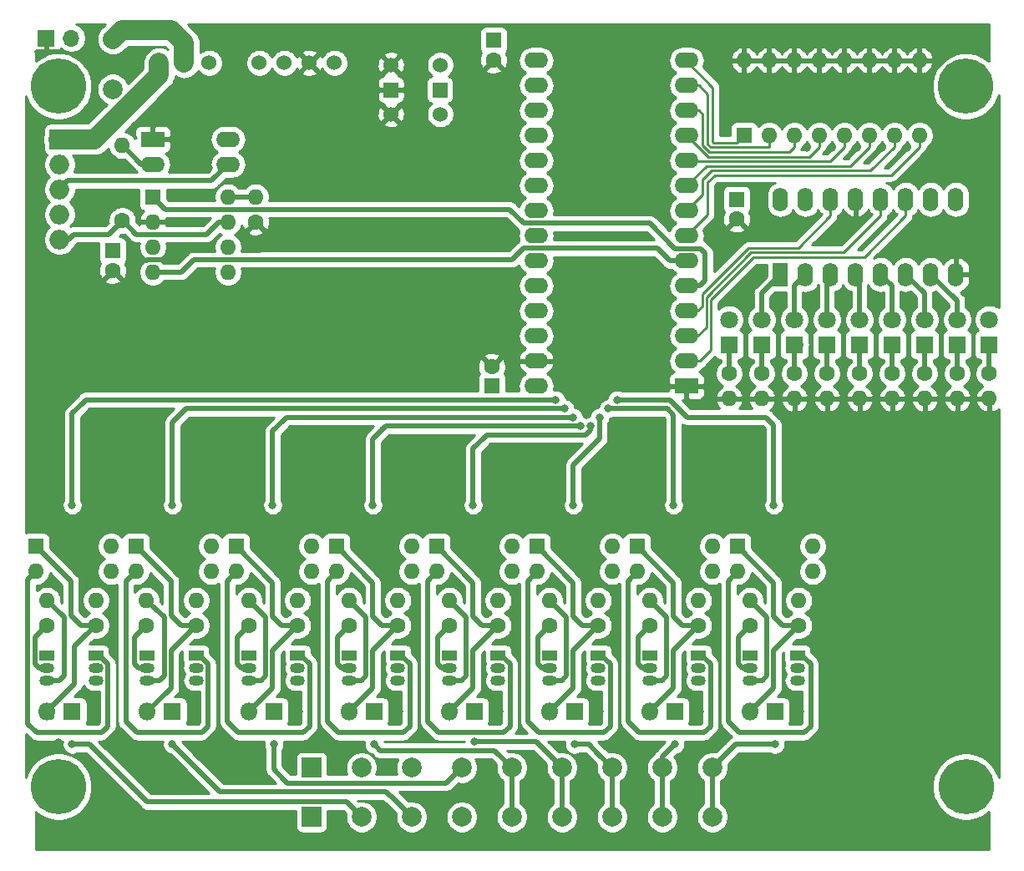
<source format=gbl>
G04 #@! TF.GenerationSoftware,KiCad,Pcbnew,5.1.10-88a1d61d58~90~ubuntu20.04.1*
G04 #@! TF.CreationDate,2022-11-06T15:19:46+00:00*
G04 #@! TF.ProjectId,SIM108,53494d31-3038-42e6-9b69-6361645f7063,221101*
G04 #@! TF.SameCoordinates,Original*
G04 #@! TF.FileFunction,Copper,L2,Bot*
G04 #@! TF.FilePolarity,Positive*
%FSLAX46Y46*%
G04 Gerber Fmt 4.6, Leading zero omitted, Abs format (unit mm)*
G04 Created by KiCad (PCBNEW 5.1.10-88a1d61d58~90~ubuntu20.04.1) date 2022-11-06 15:19:46*
%MOMM*%
%LPD*%
G01*
G04 APERTURE LIST*
G04 #@! TA.AperFunction,ComponentPad*
%ADD10C,1.524000*%
G04 #@! TD*
G04 #@! TA.AperFunction,ComponentPad*
%ADD11R,2.000000X2.000000*%
G04 #@! TD*
G04 #@! TA.AperFunction,ComponentPad*
%ADD12C,2.000000*%
G04 #@! TD*
G04 #@! TA.AperFunction,ComponentPad*
%ADD13C,1.600000*%
G04 #@! TD*
G04 #@! TA.AperFunction,ComponentPad*
%ADD14R,1.600000X1.600000*%
G04 #@! TD*
G04 #@! TA.AperFunction,ComponentPad*
%ADD15C,3.600000*%
G04 #@! TD*
G04 #@! TA.AperFunction,ConnectorPad*
%ADD16C,5.600000*%
G04 #@! TD*
G04 #@! TA.AperFunction,ComponentPad*
%ADD17R,1.500000X1.500000*%
G04 #@! TD*
G04 #@! TA.AperFunction,ComponentPad*
%ADD18O,1.600000X1.600000*%
G04 #@! TD*
G04 #@! TA.AperFunction,ComponentPad*
%ADD19R,1.500000X1.050000*%
G04 #@! TD*
G04 #@! TA.AperFunction,ComponentPad*
%ADD20O,1.500000X1.050000*%
G04 #@! TD*
G04 #@! TA.AperFunction,ComponentPad*
%ADD21C,1.800000*%
G04 #@! TD*
G04 #@! TA.AperFunction,ComponentPad*
%ADD22R,1.800000X1.800000*%
G04 #@! TD*
G04 #@! TA.AperFunction,ComponentPad*
%ADD23O,2.000000X2.000000*%
G04 #@! TD*
G04 #@! TA.AperFunction,ComponentPad*
%ADD24O,1.800000X1.800000*%
G04 #@! TD*
G04 #@! TA.AperFunction,ComponentPad*
%ADD25O,2.400000X1.600000*%
G04 #@! TD*
G04 #@! TA.AperFunction,ComponentPad*
%ADD26R,2.400000X1.600000*%
G04 #@! TD*
G04 #@! TA.AperFunction,ComponentPad*
%ADD27O,1.600000X2.400000*%
G04 #@! TD*
G04 #@! TA.AperFunction,ComponentPad*
%ADD28R,1.600000X2.400000*%
G04 #@! TD*
G04 #@! TA.AperFunction,ComponentPad*
%ADD29O,1.700000X1.700000*%
G04 #@! TD*
G04 #@! TA.AperFunction,ComponentPad*
%ADD30R,1.700000X1.700000*%
G04 #@! TD*
G04 #@! TA.AperFunction,ViaPad*
%ADD31C,0.800000*%
G04 #@! TD*
G04 #@! TA.AperFunction,Conductor*
%ADD32C,0.500000*%
G04 #@! TD*
G04 #@! TA.AperFunction,Conductor*
%ADD33C,2.000000*%
G04 #@! TD*
G04 #@! TA.AperFunction,Conductor*
%ADD34C,0.250000*%
G04 #@! TD*
G04 #@! TA.AperFunction,Conductor*
%ADD35C,1.000000*%
G04 #@! TD*
G04 #@! TA.AperFunction,Conductor*
%ADD36C,0.254000*%
G04 #@! TD*
G04 #@! TA.AperFunction,Conductor*
%ADD37C,0.100000*%
G04 #@! TD*
G04 APERTURE END LIST*
D10*
X57709000Y-29820000D03*
X62709000Y-29820000D03*
X57709000Y-24820000D03*
X62709000Y-24820000D03*
D11*
X49657000Y-101067000D03*
D12*
X54737000Y-101067000D03*
X59817000Y-101067000D03*
X64897000Y-101067000D03*
X69977000Y-101067000D03*
X75057000Y-101067000D03*
X80137000Y-101067000D03*
X85217000Y-101067000D03*
X90297000Y-101067000D03*
X59817000Y-96067000D03*
X90297000Y-96067000D03*
D11*
X49657000Y-96067000D03*
D12*
X80137000Y-96067000D03*
X85217000Y-96067000D03*
X69977000Y-96067000D03*
X54737000Y-96067000D03*
X75057000Y-96067000D03*
X64897000Y-96067000D03*
G04 #@! TA.AperFunction,ComponentPad*
G36*
G01*
X33452000Y-24994000D02*
X33452000Y-24232000D01*
G75*
G02*
X33833000Y-23851000I381000J0D01*
G01*
X34595000Y-23851000D01*
G75*
G02*
X34976000Y-24232000I0J-381000D01*
G01*
X34976000Y-24994000D01*
G75*
G02*
X34595000Y-25375000I-381000J0D01*
G01*
X33833000Y-25375000D01*
G75*
G02*
X33452000Y-24994000I0J381000D01*
G01*
G37*
G04 #@! TD.AperFunction*
D10*
X36754000Y-24613000D03*
X39294000Y-24613000D03*
X44374000Y-24613000D03*
X46914000Y-24613000D03*
X49454000Y-24613000D03*
X51994000Y-24613000D03*
D13*
X68123000Y-24327000D03*
D14*
X68123000Y-22327000D03*
D15*
X116002500Y-97994000D03*
D16*
X116002500Y-97994000D03*
X24002500Y-97994000D03*
D15*
X24002500Y-97994000D03*
D17*
X57721500Y-27343500D03*
X62674500Y-27343500D03*
D18*
X115125500Y-58649000D03*
D13*
X115125500Y-56109000D03*
D18*
X111823500Y-58649000D03*
D13*
X111823500Y-56109000D03*
D18*
X108521500Y-58649000D03*
D13*
X108521500Y-56109000D03*
D18*
X105219500Y-58649000D03*
D13*
X105219500Y-56109000D03*
D18*
X101917500Y-58649000D03*
D13*
X101917500Y-56109000D03*
D18*
X98615500Y-58649000D03*
D13*
X98615500Y-56109000D03*
D18*
X95313500Y-58649000D03*
D13*
X95313500Y-56109000D03*
D18*
X92011500Y-58649000D03*
D13*
X92011500Y-56109000D03*
D19*
X83947000Y-84684000D03*
D20*
X83947000Y-87224000D03*
X83947000Y-85954000D03*
D18*
X43993000Y-38202000D03*
D13*
X43993000Y-40742000D03*
X67945000Y-55379000D03*
D14*
X67945000Y-57379000D03*
D18*
X118364000Y-58649000D03*
D13*
X118364000Y-56109000D03*
D21*
X118364000Y-50648000D03*
D22*
X118364000Y-53188000D03*
D18*
X80137000Y-73635000D03*
X72517000Y-76175000D03*
X80137000Y-76175000D03*
D14*
X72517000Y-73635000D03*
D18*
X100457000Y-73635000D03*
X92837000Y-76175000D03*
X100457000Y-76175000D03*
D14*
X92837000Y-73635000D03*
D18*
X90297000Y-73635000D03*
X82677000Y-76175000D03*
X90297000Y-76175000D03*
D14*
X82677000Y-73635000D03*
D18*
X69977000Y-73635000D03*
X62357000Y-76175000D03*
X69977000Y-76175000D03*
D14*
X62357000Y-73635000D03*
D18*
X59817000Y-73635000D03*
X52197000Y-76175000D03*
X59817000Y-76175000D03*
D14*
X52197000Y-73635000D03*
D18*
X49657000Y-73635000D03*
X42037000Y-76175000D03*
X49657000Y-76175000D03*
D14*
X42037000Y-73635000D03*
D18*
X39497000Y-73635000D03*
X31877000Y-76175000D03*
X39497000Y-76175000D03*
D14*
X31877000Y-73635000D03*
D18*
X29337000Y-73635000D03*
X21717000Y-76175000D03*
X29337000Y-76175000D03*
D14*
X21717000Y-73635000D03*
D18*
X94107000Y-79096000D03*
D13*
X94107000Y-81636000D03*
D18*
X99060000Y-79096000D03*
D13*
X99060000Y-81636000D03*
D18*
X83947000Y-79096000D03*
D13*
X83947000Y-81636000D03*
D18*
X88900000Y-79096000D03*
D13*
X88900000Y-81636000D03*
D18*
X73787000Y-79096000D03*
D13*
X73787000Y-81636000D03*
D18*
X78740000Y-79096000D03*
D13*
X78740000Y-81636000D03*
D18*
X63627000Y-79096000D03*
D13*
X63627000Y-81636000D03*
D18*
X68580000Y-79096000D03*
D13*
X68580000Y-81636000D03*
D18*
X53467000Y-79096000D03*
D13*
X53467000Y-81636000D03*
D18*
X58420000Y-79096000D03*
D13*
X58420000Y-81636000D03*
D18*
X43307000Y-79096000D03*
D13*
X43307000Y-81636000D03*
D18*
X48260000Y-79096000D03*
D13*
X48260000Y-81636000D03*
D18*
X32893000Y-79096000D03*
D13*
X32893000Y-81636000D03*
D18*
X37973000Y-79096000D03*
D13*
X37973000Y-81636000D03*
D18*
X22860000Y-79096000D03*
D13*
X22860000Y-81636000D03*
D18*
X27813000Y-79096000D03*
D13*
X27813000Y-81636000D03*
D18*
X30480000Y-32995000D03*
D13*
X30480000Y-40615000D03*
D19*
X98933000Y-84684000D03*
D20*
X98933000Y-87224000D03*
X98933000Y-85954000D03*
D19*
X94107000Y-84684000D03*
D20*
X94107000Y-87224000D03*
X94107000Y-85954000D03*
D19*
X88900000Y-84684000D03*
D20*
X88900000Y-87224000D03*
X88900000Y-85954000D03*
D19*
X78740000Y-84684000D03*
D20*
X78740000Y-87224000D03*
X78740000Y-85954000D03*
D19*
X73787000Y-84684000D03*
D20*
X73787000Y-87224000D03*
X73787000Y-85954000D03*
D19*
X68580000Y-84684000D03*
D20*
X68580000Y-87224000D03*
X68580000Y-85954000D03*
D19*
X63627000Y-84684000D03*
D20*
X63627000Y-87224000D03*
X63627000Y-85954000D03*
D19*
X58420000Y-84684000D03*
D20*
X58420000Y-87224000D03*
X58420000Y-85954000D03*
D19*
X53467000Y-84684000D03*
D20*
X53467000Y-87224000D03*
X53467000Y-85954000D03*
D19*
X48260000Y-84684000D03*
D20*
X48260000Y-87224000D03*
X48260000Y-85954000D03*
D19*
X43307000Y-84684000D03*
D20*
X43307000Y-87224000D03*
X43307000Y-85954000D03*
D19*
X37973000Y-84684000D03*
D20*
X37973000Y-87224000D03*
X37973000Y-85954000D03*
D19*
X33020000Y-84684000D03*
D20*
X33020000Y-87224000D03*
X33020000Y-85954000D03*
D19*
X27813000Y-84684000D03*
D20*
X27813000Y-87224000D03*
X27813000Y-85954000D03*
D19*
X22860000Y-84684000D03*
D20*
X22860000Y-87224000D03*
X22860000Y-85954000D03*
D23*
X24130000Y-42520000D03*
X24130000Y-39980000D03*
X24130000Y-37440000D03*
X24130000Y-34900000D03*
D11*
X24130000Y-32360000D03*
D24*
X94107000Y-90399000D03*
D22*
X96647000Y-90399000D03*
D24*
X83947000Y-90399000D03*
D22*
X86487000Y-90399000D03*
D24*
X73787000Y-90399000D03*
D22*
X76327000Y-90399000D03*
D24*
X63627000Y-90399000D03*
D22*
X66167000Y-90399000D03*
D24*
X53467000Y-90399000D03*
D22*
X56007000Y-90399000D03*
D24*
X43307000Y-90399000D03*
D22*
X45847000Y-90399000D03*
D24*
X33020000Y-90399000D03*
D22*
X35560000Y-90399000D03*
D24*
X22860000Y-90399000D03*
D22*
X25400000Y-90399000D03*
D13*
X29515000Y-45663000D03*
D14*
X29515000Y-43663000D03*
D13*
X92761000Y-40456000D03*
D14*
X92761000Y-38456000D03*
D25*
X72441000Y-57379000D03*
X87681000Y-24359000D03*
X72441000Y-54839000D03*
X87681000Y-26899000D03*
X72441000Y-52299000D03*
X87681000Y-29439000D03*
X72441000Y-49759000D03*
X87681000Y-31979000D03*
X72441000Y-47219000D03*
X87681000Y-34519000D03*
X72441000Y-44679000D03*
X87681000Y-37059000D03*
X72441000Y-42139000D03*
X87681000Y-39599000D03*
X72441000Y-39599000D03*
X87681000Y-42139000D03*
X72441000Y-37059000D03*
X87681000Y-44679000D03*
X72441000Y-34519000D03*
X87681000Y-47219000D03*
X72441000Y-31979000D03*
X87681000Y-49759000D03*
X72441000Y-29439000D03*
X87681000Y-52299000D03*
X72441000Y-26899000D03*
X87681000Y-54839000D03*
X72441000Y-24359000D03*
D26*
X87681000Y-57379000D03*
D18*
X93523000Y-24359000D03*
X111303000Y-31979000D03*
X96063000Y-24359000D03*
X108763000Y-31979000D03*
X98603000Y-24359000D03*
X106223000Y-31979000D03*
X101143000Y-24359000D03*
X103683000Y-31979000D03*
X103683000Y-24359000D03*
X101143000Y-31979000D03*
X106223000Y-24359000D03*
X98603000Y-31979000D03*
X108763000Y-24359000D03*
X96063000Y-31979000D03*
X111303000Y-24359000D03*
D14*
X93523000Y-31979000D03*
D21*
X115113000Y-50648000D03*
D22*
X115113000Y-53188000D03*
D21*
X111811000Y-50648000D03*
D22*
X111811000Y-53188000D03*
D27*
X97206000Y-38456000D03*
X114986000Y-46076000D03*
X99746000Y-38456000D03*
X112446000Y-46076000D03*
X102286000Y-38456000D03*
X109906000Y-46076000D03*
X104826000Y-38456000D03*
X107366000Y-46076000D03*
X107366000Y-38456000D03*
X104826000Y-46076000D03*
X109906000Y-38456000D03*
X102286000Y-46076000D03*
X112446000Y-38456000D03*
X99746000Y-46076000D03*
X114986000Y-38456000D03*
D28*
X97206000Y-46076000D03*
D21*
X108509000Y-50648000D03*
D22*
X108509000Y-53188000D03*
D21*
X105207000Y-50648000D03*
D22*
X105207000Y-53188000D03*
D25*
X41199000Y-32360000D03*
X33579000Y-34900000D03*
X41199000Y-34900000D03*
D26*
X33579000Y-32360000D03*
D15*
X23995000Y-26999000D03*
D16*
X23995000Y-26999000D03*
X115995000Y-26999000D03*
D15*
X115995000Y-26999000D03*
D21*
X101905000Y-50648000D03*
D22*
X101905000Y-53188000D03*
D21*
X98603000Y-50648000D03*
D22*
X98603000Y-53188000D03*
D21*
X95301000Y-50648000D03*
D22*
X95301000Y-53188000D03*
D21*
X91999000Y-50648000D03*
D22*
X91999000Y-53188000D03*
D18*
X41199000Y-38202000D03*
X33579000Y-45822000D03*
X41199000Y-40742000D03*
X33579000Y-43282000D03*
X41199000Y-43282000D03*
X33579000Y-40742000D03*
X41199000Y-45822000D03*
D14*
X33579000Y-38202000D03*
D29*
X25324000Y-22098000D03*
D30*
X22784000Y-22098000D03*
D12*
X29525000Y-22200000D03*
X29515000Y-27280000D03*
D31*
X68326000Y-72746000D03*
X78486000Y-72746000D03*
X88646000Y-72746000D03*
X98806000Y-72746000D03*
X53213000Y-65380000D03*
X58166000Y-72746000D03*
X63373000Y-65380000D03*
X73533000Y-65380000D03*
X76200000Y-70841000D03*
X83693000Y-65380000D03*
X86360000Y-70841000D03*
X93853000Y-65380000D03*
X96520000Y-70841000D03*
X66040000Y-70841000D03*
X43053000Y-65380000D03*
X32893000Y-65380000D03*
X45720000Y-70841000D03*
X35560000Y-70841000D03*
X24130000Y-45568000D03*
X43942000Y-35027000D03*
X42037000Y-21692000D03*
X35941000Y-43790000D03*
X37973000Y-32487000D03*
X39243000Y-35281000D03*
X27305000Y-22073000D03*
X94742000Y-46076000D03*
X96901000Y-49505000D03*
X100203000Y-49505000D03*
X103505000Y-49505000D03*
X106807000Y-49505000D03*
X110109000Y-49505000D03*
X113411000Y-49505000D03*
X108585000Y-40107000D03*
X30099000Y-35281000D03*
X110045500Y-33185500D03*
X107505500Y-33249000D03*
X104965500Y-33249000D03*
X102425500Y-33249000D03*
X99885500Y-33249000D03*
X83566000Y-42139000D03*
X74168000Y-33249000D03*
X74168000Y-35789000D03*
X74168000Y-38329000D03*
X74168000Y-45949000D03*
X74168000Y-48489000D03*
X22733000Y-65380000D03*
X25400000Y-70841000D03*
X27686000Y-72746000D03*
X37846000Y-72746000D03*
X48006000Y-72746000D03*
X55880000Y-70841000D03*
X89027000Y-90399000D03*
X99187000Y-90399000D03*
X78867000Y-90399000D03*
X48387000Y-90399000D03*
X38100000Y-90399000D03*
X27940000Y-90399000D03*
X68707000Y-90399000D03*
X58547000Y-90399000D03*
X94488000Y-77064000D03*
X84328000Y-77064000D03*
X74168000Y-77064000D03*
X64008000Y-77064000D03*
X53848000Y-77064000D03*
X43688000Y-77064000D03*
X33528000Y-77064000D03*
X23368000Y-77064000D03*
X74041000Y-30709000D03*
X74041000Y-28169000D03*
X74041000Y-25629000D03*
X95123000Y-40615000D03*
X112649000Y-33122000D03*
X99441000Y-40615000D03*
X97663000Y-42393000D03*
X26200000Y-101600000D03*
X21300000Y-94800000D03*
X24000000Y-93500000D03*
X25400000Y-93701000D03*
X35560000Y-93701000D03*
X45847000Y-93701000D03*
X56007000Y-93701000D03*
X66167000Y-93447000D03*
X76327000Y-93701000D03*
X86487000Y-93701000D03*
X96647000Y-93701000D03*
X74422000Y-58776000D03*
X25400000Y-69444000D03*
X75311000Y-59665000D03*
X35560000Y-69444000D03*
X76200000Y-60554000D03*
X45720000Y-69444000D03*
X76962000Y-61443000D03*
X55880000Y-69444000D03*
X77978000Y-61443000D03*
X66040000Y-69444000D03*
X78867000Y-60554000D03*
X76200000Y-69444000D03*
X79756000Y-59665000D03*
X86360000Y-69444000D03*
X80645000Y-58776000D03*
X96520000Y-69444000D03*
D32*
X32944000Y-44679000D02*
X33071000Y-44552000D01*
X32436000Y-44679000D02*
X32944000Y-44679000D01*
X33071000Y-44552000D02*
X34722000Y-44552000D01*
X21800000Y-23500000D02*
X24500000Y-23500000D01*
D33*
X35484000Y-21311000D02*
X30414000Y-21311000D01*
X36754000Y-22581000D02*
X35484000Y-21311000D01*
X30414000Y-21311000D02*
X29525000Y-22200000D01*
X36754000Y-24613000D02*
X36754000Y-22581000D01*
D32*
X29337000Y-73635000D02*
X29337000Y-73381000D01*
X39497000Y-73635000D02*
X39497000Y-73381000D01*
X49657000Y-73635000D02*
X49657000Y-73381000D01*
X59817000Y-73635000D02*
X59817000Y-73381000D01*
X69977000Y-73635000D02*
X69977000Y-73381000D01*
X80137000Y-73635000D02*
X80137000Y-73381000D01*
X90297000Y-73635000D02*
X90297000Y-73381000D01*
X100457000Y-73635000D02*
X100457000Y-73381000D01*
X89078000Y-47219000D02*
X87681000Y-47219000D01*
X89586000Y-43917000D02*
X89586000Y-46711000D01*
X89586000Y-46711000D02*
X89078000Y-47219000D01*
X89097990Y-43428990D02*
X89586000Y-43917000D01*
X34829001Y-39452001D02*
X69754001Y-39452001D01*
X33579000Y-38202000D02*
X34829001Y-39452001D01*
X83958020Y-40869000D02*
X86518010Y-43428990D01*
X71171000Y-40869000D02*
X83958020Y-40869000D01*
X69754001Y-39452001D02*
X71171000Y-40869000D01*
X86518010Y-43428990D02*
X89097990Y-43428990D01*
X33579000Y-45822000D02*
X36500000Y-45822000D01*
X85981000Y-44679000D02*
X87681000Y-44679000D01*
X84711000Y-43409000D02*
X85981000Y-44679000D01*
X71171000Y-43409000D02*
X84711000Y-43409000D01*
X36500000Y-45822000D02*
X37750001Y-44571999D01*
X70028000Y-44552000D02*
X71171000Y-43409000D01*
X44613000Y-44552000D02*
X70028000Y-44552000D01*
X44593001Y-44571999D02*
X44613000Y-44552000D01*
X37750001Y-44571999D02*
X44593001Y-44571999D01*
X39548000Y-36551000D02*
X41199000Y-34900000D01*
X24943000Y-36551000D02*
X39548000Y-36551000D01*
X24054000Y-37440000D02*
X24943000Y-36551000D01*
X40310000Y-40742000D02*
X39040000Y-42012000D01*
X41199000Y-40742000D02*
X40310000Y-40742000D01*
X25578000Y-42012000D02*
X25070000Y-42520000D01*
X24054000Y-42520000D02*
X25070000Y-42520000D01*
X31928000Y-42012000D02*
X39040000Y-42012000D01*
X30531000Y-40615000D02*
X31928000Y-42012000D01*
X29134000Y-42012000D02*
X25578000Y-42012000D01*
X30531000Y-40615000D02*
X29134000Y-42012000D01*
D33*
X34214000Y-25837002D02*
X34214000Y-24613000D01*
X27691002Y-32360000D02*
X34214000Y-25837002D01*
X24054000Y-32360000D02*
X27691002Y-32360000D01*
D34*
X111303000Y-33122000D02*
X111303000Y-31979000D01*
X90532990Y-35985010D02*
X108439990Y-35985010D01*
X89840000Y-36678000D02*
X90532990Y-35985010D01*
X108439990Y-35985010D02*
X111303000Y-33122000D01*
X89840000Y-39980000D02*
X89840000Y-36678000D01*
X87681000Y-42139000D02*
X89840000Y-39980000D01*
X108763000Y-33122000D02*
X108763000Y-31979000D01*
X106350000Y-35535000D02*
X108763000Y-33122000D01*
X90221000Y-35535000D02*
X106350000Y-35535000D01*
X89332000Y-36424000D02*
X90221000Y-35535000D01*
X89332000Y-37948000D02*
X89332000Y-36424000D01*
X87681000Y-39599000D02*
X89332000Y-37948000D01*
X106223000Y-33122000D02*
X106223000Y-31979000D01*
X104295960Y-35049040D02*
X106223000Y-33122000D01*
X89690960Y-35049040D02*
X104295960Y-35049040D01*
X87681000Y-37059000D02*
X89690960Y-35049040D01*
X103683000Y-33122000D02*
X103683000Y-31979000D01*
X102205970Y-34599030D02*
X103683000Y-33122000D01*
X87761030Y-34599030D02*
X102205970Y-34599030D01*
X87681000Y-34519000D02*
X87761030Y-34599030D01*
X101143000Y-33122000D02*
X101143000Y-31979000D01*
X100115980Y-34149020D02*
X101143000Y-33122000D01*
X89851020Y-34149020D02*
X100115980Y-34149020D01*
X87681000Y-31979000D02*
X89851020Y-34149020D01*
X98603000Y-33122000D02*
X98603000Y-31979000D01*
X98095000Y-33630000D02*
X98603000Y-33122000D01*
X89968410Y-33630000D02*
X98095000Y-33630000D01*
X89332000Y-32993590D02*
X89968410Y-33630000D01*
X89332000Y-29820000D02*
X89332000Y-32993590D01*
X88951000Y-29439000D02*
X89332000Y-29820000D01*
X87681000Y-29439000D02*
X88951000Y-29439000D01*
X96005010Y-33179990D02*
X96063000Y-33122000D01*
X89840000Y-27788000D02*
X89840000Y-32865180D01*
X90154810Y-33179990D02*
X96005010Y-33179990D01*
X89840000Y-32865180D02*
X90154810Y-33179990D01*
X88951000Y-26899000D02*
X89840000Y-27788000D01*
X96063000Y-33122000D02*
X96063000Y-31979000D01*
X87681000Y-26899000D02*
X88951000Y-26899000D01*
X90348000Y-32665000D02*
X90412980Y-32729980D01*
X87681000Y-24450020D02*
X90348000Y-27117020D01*
X90412980Y-32729980D02*
X92772020Y-32729980D01*
X90348000Y-27117020D02*
X90348000Y-32665000D01*
X92772020Y-32729980D02*
X93523000Y-31979000D01*
X87681000Y-24359000D02*
X87681000Y-24450020D01*
D32*
X32436000Y-34900000D02*
X30531000Y-32995000D01*
X33579000Y-34900000D02*
X32436000Y-34900000D01*
X21659999Y-82836001D02*
X22860000Y-81636000D01*
X21659999Y-85515999D02*
X21659999Y-82836001D01*
X22098000Y-85954000D02*
X21659999Y-85515999D01*
X22860000Y-85954000D02*
X22098000Y-85954000D01*
X20917001Y-76974999D02*
X21717000Y-76175000D01*
X28146872Y-84684000D02*
X29013010Y-85550138D01*
X27813000Y-84684000D02*
X28146872Y-84684000D01*
X29013010Y-85550138D02*
X29013010Y-91865990D01*
X29013010Y-91865990D02*
X28382990Y-92496010D01*
X21782010Y-92496010D02*
X20917001Y-91631001D01*
X28382990Y-92496010D02*
X21782010Y-92496010D01*
X20917001Y-91631001D02*
X20917001Y-76974999D01*
X48593872Y-84684000D02*
X48260000Y-84684000D01*
X49460010Y-85550138D02*
X48593872Y-84684000D01*
X49460010Y-91865990D02*
X49460010Y-85550138D01*
X48829990Y-92496010D02*
X49460010Y-91865990D01*
X42229010Y-92496010D02*
X48829990Y-92496010D01*
X41148000Y-91415000D02*
X42229010Y-92496010D01*
X41148000Y-77191000D02*
X41148000Y-91415000D01*
X42037000Y-76175000D02*
X41148000Y-77191000D01*
X52266999Y-82836001D02*
X53467000Y-81636000D01*
X53467000Y-85954000D02*
X52705000Y-85954000D01*
X52705000Y-85954000D02*
X52266999Y-85515999D01*
X52266999Y-85515999D02*
X52266999Y-82836001D01*
X58753872Y-84684000D02*
X58420000Y-84684000D01*
X59620010Y-85550138D02*
X58753872Y-84684000D01*
X52389010Y-92496010D02*
X58989990Y-92496010D01*
X59620010Y-91865990D02*
X59620010Y-85550138D01*
X58989990Y-92496010D02*
X59620010Y-91865990D01*
X51308000Y-91415000D02*
X52389010Y-92496010D01*
X51308000Y-77191000D02*
X51308000Y-91415000D01*
X52197000Y-76175000D02*
X51308000Y-77191000D01*
X68913872Y-84684000D02*
X68580000Y-84684000D01*
X69780010Y-91865990D02*
X69780010Y-85550138D01*
X69149990Y-92496010D02*
X69780010Y-91865990D01*
X61468000Y-91415000D02*
X62549010Y-92496010D01*
X62549010Y-92496010D02*
X69149990Y-92496010D01*
X61468000Y-77191000D02*
X61468000Y-91415000D01*
X69780010Y-85550138D02*
X68913872Y-84684000D01*
X62357000Y-76175000D02*
X61468000Y-77191000D01*
X83947000Y-85954000D02*
X83185000Y-85954000D01*
X82746999Y-85515999D02*
X82746999Y-82836001D01*
X83185000Y-85954000D02*
X82746999Y-85515999D01*
X82746999Y-82836001D02*
X83947000Y-81636000D01*
X79073872Y-84684000D02*
X78740000Y-84684000D01*
X79940010Y-91865990D02*
X79940010Y-85550138D01*
X79309990Y-92496010D02*
X79940010Y-91865990D01*
X72709010Y-92496010D02*
X79309990Y-92496010D01*
X79940010Y-85550138D02*
X79073872Y-84684000D01*
X71628000Y-91415000D02*
X72709010Y-92496010D01*
X71628000Y-77191000D02*
X71628000Y-91415000D01*
X72517000Y-76175000D02*
X71628000Y-77191000D01*
X90100010Y-85550138D02*
X89233872Y-84684000D01*
X90100010Y-91865990D02*
X90100010Y-85550138D01*
X89469990Y-92496010D02*
X90100010Y-91865990D01*
X89233872Y-84684000D02*
X88900000Y-84684000D01*
X82869010Y-92496010D02*
X89469990Y-92496010D01*
X81788000Y-91415000D02*
X82869010Y-92496010D01*
X81788000Y-77191000D02*
X81788000Y-91415000D01*
X82677000Y-76175000D02*
X81788000Y-77191000D01*
X94107000Y-85954000D02*
X93345000Y-85954000D01*
X92906999Y-85515999D02*
X92906999Y-82836001D01*
X93345000Y-85954000D02*
X92906999Y-85515999D01*
X92906999Y-82836001D02*
X94107000Y-81636000D01*
X99393872Y-84684000D02*
X99060000Y-84684000D01*
X100260010Y-85550138D02*
X99393872Y-84684000D01*
X100260010Y-91865990D02*
X100260010Y-85550138D01*
X99629990Y-92496010D02*
X100260010Y-91865990D01*
X93029010Y-92496010D02*
X99629990Y-92496010D01*
X91948000Y-91415000D02*
X93029010Y-92496010D01*
X91948000Y-77191000D02*
X91948000Y-91415000D01*
X92837000Y-76175000D02*
X91948000Y-77191000D01*
X30861000Y-77191000D02*
X30861000Y-91415000D01*
X31877000Y-76175000D02*
X30861000Y-77191000D01*
X38542990Y-92496010D02*
X31942010Y-92496010D01*
X39173010Y-91865990D02*
X38542990Y-92496010D01*
X38306872Y-84684000D02*
X39173010Y-85550138D01*
X31942010Y-92496010D02*
X30861000Y-91415000D01*
X39173010Y-85550138D02*
X39173010Y-91865990D01*
X37973000Y-84684000D02*
X38306872Y-84684000D01*
X33020000Y-99543000D02*
X27178000Y-93701000D01*
X53213000Y-99543000D02*
X33020000Y-99543000D01*
X27178000Y-93701000D02*
X25400000Y-93701000D01*
X54737000Y-101067000D02*
X53213000Y-99543000D01*
X37274500Y-95415500D02*
X35560000Y-93701000D01*
X40386000Y-98527000D02*
X37274500Y-95415500D01*
X57213500Y-98527000D02*
X40386000Y-98527000D01*
X57603489Y-98916989D02*
X57213500Y-98527000D01*
X57666989Y-98916989D02*
X57603489Y-98916989D01*
X59817000Y-101067000D02*
X57666989Y-98916989D01*
X45847000Y-96241000D02*
X45847000Y-93701000D01*
X47244000Y-97638000D02*
X46894750Y-97288750D01*
X63309500Y-97638000D02*
X47244000Y-97638000D01*
X64880500Y-96067000D02*
X63309500Y-97638000D01*
X64897000Y-96067000D02*
X64880500Y-96067000D01*
X46894750Y-97288750D02*
X45847000Y-96241000D01*
X65754000Y-94336000D02*
X56642000Y-94336000D01*
X56642000Y-94336000D02*
X56007000Y-93701000D01*
X69977000Y-101067000D02*
X69977000Y-98559000D01*
X68246000Y-94336000D02*
X69977000Y-96067000D01*
X65754000Y-94336000D02*
X68246000Y-94336000D01*
X69977000Y-96067000D02*
X69977000Y-98559000D01*
X75057000Y-101067000D02*
X75057000Y-98639000D01*
X72437000Y-93447000D02*
X75057000Y-96067000D01*
X66167000Y-93447000D02*
X72437000Y-93447000D01*
X75057000Y-96067000D02*
X75057000Y-98639000D01*
X80137000Y-101067000D02*
X80137000Y-98719000D01*
X80137000Y-98719000D02*
X80137000Y-96067000D01*
X80137000Y-96067000D02*
X78740000Y-94670000D01*
X77771000Y-93701000D02*
X78740000Y-94670000D01*
X76327000Y-93701000D02*
X77771000Y-93701000D01*
X85217000Y-101067000D02*
X85217000Y-96067000D01*
X85217000Y-94971000D02*
X86487000Y-93701000D01*
X85217000Y-96067000D02*
X85217000Y-94971000D01*
X94996000Y-93701000D02*
X96647000Y-93701000D01*
X90297000Y-101067000D02*
X90297000Y-96067000D01*
X90297000Y-96067000D02*
X92138500Y-94225500D01*
X92138500Y-94225500D02*
X92138500Y-94209000D01*
X92646500Y-93701000D02*
X94996000Y-93701000D01*
X92138500Y-94209000D02*
X92646500Y-93701000D01*
X74422000Y-58776000D02*
X26797000Y-58776000D01*
X25400000Y-60173000D02*
X26543000Y-59030000D01*
X25400000Y-69444000D02*
X25400000Y-60173000D01*
X26543000Y-59030000D02*
X26797000Y-58776000D01*
X26289000Y-59284000D02*
X26543000Y-59030000D01*
X36957000Y-59665000D02*
X75311000Y-59665000D01*
X35560000Y-61062000D02*
X36957000Y-59665000D01*
X35560000Y-69444000D02*
X35560000Y-61062000D01*
X76200000Y-60554000D02*
X47117000Y-60554000D01*
X45720000Y-61951000D02*
X46863000Y-60808000D01*
X45720000Y-69444000D02*
X45720000Y-61951000D01*
X46863000Y-60808000D02*
X47117000Y-60554000D01*
X46609000Y-61062000D02*
X46863000Y-60808000D01*
X57192071Y-61443000D02*
X76962000Y-61443000D01*
X56769000Y-61781142D02*
X57192071Y-61443000D01*
X55880000Y-62755071D02*
X57192071Y-61443000D01*
X55880000Y-69444000D02*
X55880000Y-62755071D01*
X77470000Y-62332000D02*
X67437000Y-62332000D01*
X77978000Y-61824000D02*
X77470000Y-62332000D01*
X77978000Y-61443000D02*
X77978000Y-61824000D01*
X66040000Y-63729000D02*
X67183000Y-62586000D01*
X66040000Y-69444000D02*
X66040000Y-63729000D01*
X67183000Y-62586000D02*
X66929000Y-62840000D01*
X67437000Y-62332000D02*
X67183000Y-62586000D01*
X78867000Y-62713000D02*
X78867000Y-60554000D01*
X76200000Y-65380000D02*
X78867000Y-62713000D01*
X76200000Y-69444000D02*
X76200000Y-65380000D01*
X83693000Y-59665000D02*
X79756000Y-59665000D01*
X86360000Y-60300000D02*
X85725000Y-59665000D01*
X86360000Y-69444000D02*
X86360000Y-60300000D01*
X85725000Y-59665000D02*
X83693000Y-59665000D01*
X85979000Y-58776000D02*
X80645000Y-58776000D01*
X95758000Y-60554000D02*
X96520000Y-61316000D01*
X87757000Y-60554000D02*
X95758000Y-60554000D01*
X85979000Y-58776000D02*
X87757000Y-60554000D01*
X96520000Y-69444000D02*
X96520000Y-61316000D01*
X42106999Y-82836001D02*
X43307000Y-81636000D01*
X43307000Y-85954000D02*
X42545000Y-85954000D01*
X42545000Y-85954000D02*
X42106999Y-85515999D01*
X42106999Y-85515999D02*
X42106999Y-82836001D01*
X63627000Y-85954000D02*
X62865000Y-85954000D01*
X62426999Y-85515999D02*
X62426999Y-82836001D01*
X62865000Y-85954000D02*
X62426999Y-85515999D01*
X62426999Y-82836001D02*
X63627000Y-81636000D01*
X73787000Y-85954000D02*
X73025000Y-85954000D01*
X72586999Y-85515999D02*
X72586999Y-82836001D01*
X73025000Y-85954000D02*
X72586999Y-85515999D01*
X72586999Y-82836001D02*
X73787000Y-81636000D01*
X31692999Y-85515999D02*
X31692999Y-82836001D01*
X31692999Y-82836001D02*
X32893000Y-81636000D01*
X32893000Y-85954000D02*
X32131000Y-85954000D01*
X32131000Y-85954000D02*
X31692999Y-85515999D01*
X92011500Y-53200500D02*
X91999000Y-53188000D01*
X92011500Y-56109000D02*
X92011500Y-53200500D01*
X98603000Y-47219000D02*
X99746000Y-46076000D01*
X98603000Y-50648000D02*
X98603000Y-47219000D01*
D35*
X99045002Y-53188000D02*
X98603000Y-53188000D01*
D32*
X98615500Y-53200500D02*
X98603000Y-53188000D01*
X98615500Y-56109000D02*
X98615500Y-53200500D01*
X105207000Y-46457000D02*
X104826000Y-46076000D01*
X105207000Y-50648000D02*
X105207000Y-46457000D01*
X105219500Y-53200500D02*
X105207000Y-53188000D01*
X105219500Y-56109000D02*
X105219500Y-53200500D01*
X111176000Y-50648000D02*
X111811000Y-50648000D01*
X111811000Y-47981000D02*
X109906000Y-46076000D01*
X111811000Y-50648000D02*
X111811000Y-47981000D01*
X111823500Y-53200500D02*
X111811000Y-53188000D01*
X111823500Y-56109000D02*
X111823500Y-53200500D01*
X118364000Y-56109000D02*
X118364000Y-53188000D01*
X95301000Y-47981000D02*
X97206000Y-46076000D01*
X95301000Y-50648000D02*
X95301000Y-47981000D01*
X95313500Y-53200500D02*
X95301000Y-53188000D01*
X95313500Y-56109000D02*
X95313500Y-53200500D01*
X101905000Y-46457000D02*
X102286000Y-46076000D01*
X101905000Y-50648000D02*
X101905000Y-46457000D01*
X101917500Y-53200500D02*
X101905000Y-53188000D01*
X101917500Y-56109000D02*
X101917500Y-53200500D01*
X108509000Y-47219000D02*
X107366000Y-46076000D01*
X108509000Y-50648000D02*
X108509000Y-47219000D01*
X108521500Y-53200500D02*
X108509000Y-53188000D01*
X108521500Y-56109000D02*
X108521500Y-53200500D01*
X41199000Y-38202000D02*
X43993000Y-38202000D01*
D34*
X88824000Y-49759000D02*
X87681000Y-49759000D01*
X93915020Y-43397980D02*
X89268500Y-48044500D01*
X89268500Y-48044500D02*
X89268500Y-49314500D01*
X98995020Y-43397980D02*
X93915020Y-43397980D01*
X102286000Y-40107000D02*
X98995020Y-43397980D01*
X89268500Y-49314500D02*
X88824000Y-49759000D01*
X102286000Y-38456000D02*
X102286000Y-40107000D01*
X89718510Y-48356490D02*
X94227010Y-43847990D01*
X89718510Y-51404490D02*
X89718510Y-48356490D01*
X94227010Y-43847990D02*
X103625010Y-43847990D01*
X88824000Y-52299000D02*
X89718510Y-51404490D01*
X87681000Y-52299000D02*
X88824000Y-52299000D01*
X107366000Y-40107000D02*
X107366000Y-38456000D01*
X103625010Y-43847990D02*
X107366000Y-40107000D01*
X90168520Y-53748480D02*
X90168520Y-48623478D01*
X90168520Y-48623478D02*
X94493998Y-44298000D01*
X89078000Y-54839000D02*
X90168520Y-53748480D01*
X94493998Y-44298000D02*
X105715000Y-44298000D01*
X87681000Y-54839000D02*
X89078000Y-54839000D01*
X109906000Y-40107000D02*
X109906000Y-38456000D01*
X105715000Y-44298000D02*
X109906000Y-40107000D01*
D32*
X95819990Y-86761010D02*
X95357000Y-87224000D01*
X95819990Y-80808990D02*
X95819990Y-81316990D01*
X95819990Y-81316990D02*
X95819990Y-86761010D01*
X95357000Y-87224000D02*
X94107000Y-87224000D01*
X94107000Y-79096000D02*
X95819990Y-80808990D01*
X85659990Y-86761010D02*
X85197000Y-87224000D01*
X85659990Y-80808990D02*
X85659990Y-81316990D01*
X85659990Y-81316990D02*
X85659990Y-86761010D01*
X85197000Y-87224000D02*
X83947000Y-87224000D01*
X83947000Y-79096000D02*
X85659990Y-80808990D01*
X65339990Y-81316990D02*
X65339990Y-86761010D01*
X64877000Y-87224000D02*
X63627000Y-87224000D01*
X63627000Y-79096000D02*
X65339990Y-80808990D01*
X65339990Y-86761010D02*
X64877000Y-87224000D01*
X65339990Y-80808990D02*
X65339990Y-81316990D01*
X22860000Y-79096000D02*
X24572990Y-80808990D01*
X24110000Y-87224000D02*
X22860000Y-87224000D01*
X24572990Y-86761010D02*
X24110000Y-87224000D01*
X24572990Y-80808990D02*
X24572990Y-86761010D01*
X34732990Y-86761010D02*
X34270000Y-87224000D01*
X34732990Y-80808990D02*
X34732990Y-86761010D01*
X34270000Y-87224000D02*
X33020000Y-87224000D01*
X32893000Y-79096000D02*
X34732990Y-80808990D01*
X55179990Y-86761010D02*
X54717000Y-87224000D01*
X54717000Y-87224000D02*
X53467000Y-87224000D01*
X44557000Y-87224000D02*
X43307000Y-87224000D01*
X45019990Y-86761010D02*
X44557000Y-87224000D01*
X45019990Y-80808990D02*
X45019990Y-86761010D01*
X43307000Y-79096000D02*
X45019990Y-80808990D01*
X53467000Y-79096000D02*
X55179990Y-80808990D01*
X55179990Y-81316990D02*
X55179990Y-86761010D01*
X55179990Y-80808990D02*
X55179990Y-81316990D01*
X75037000Y-87224000D02*
X75499990Y-86761010D01*
X73787000Y-87224000D02*
X75037000Y-87224000D01*
X75499990Y-80808990D02*
X75499990Y-81443990D01*
X73787000Y-79096000D02*
X75499990Y-80808990D01*
X75499990Y-81443990D02*
X75499990Y-81036953D01*
X75499990Y-86761010D02*
X75499990Y-81443990D01*
X115113000Y-48743000D02*
X112446000Y-46076000D01*
X115113000Y-50648000D02*
X115113000Y-48743000D01*
X115125500Y-53200500D02*
X115113000Y-53188000D01*
X115125500Y-56109000D02*
X115125500Y-53200500D01*
X27813000Y-81636000D02*
X26289000Y-81636000D01*
X26289000Y-81636000D02*
X25273000Y-80620000D01*
X25273000Y-77191000D02*
X21717000Y-73635000D01*
X25273000Y-80620000D02*
X25273000Y-77191000D01*
X23368000Y-90907000D02*
X23368000Y-90977002D01*
X22860000Y-90399000D02*
X23368000Y-90907000D01*
X22860000Y-90399000D02*
X25654000Y-87605000D01*
X25654000Y-83795000D02*
X26670000Y-82779000D01*
X25654000Y-87605000D02*
X25654000Y-83795000D01*
X26670000Y-82779000D02*
X27813000Y-81636000D01*
X45720000Y-84176000D02*
X48260000Y-81636000D01*
X45720000Y-87986000D02*
X45720000Y-84176000D01*
X43307000Y-90399000D02*
X45720000Y-87986000D01*
X45720000Y-77318000D02*
X42037000Y-73635000D01*
X45720000Y-80747000D02*
X45720000Y-77318000D01*
X46609000Y-81636000D02*
X45720000Y-80747000D01*
X48260000Y-81636000D02*
X46609000Y-81636000D01*
X55880000Y-84176000D02*
X58420000Y-81636000D01*
X55880000Y-87986000D02*
X55880000Y-84176000D01*
X53467000Y-90399000D02*
X55880000Y-87986000D01*
X55880000Y-77318000D02*
X52197000Y-73635000D01*
X55880000Y-80747000D02*
X55880000Y-77318000D01*
X56769000Y-81636000D02*
X55880000Y-80747000D01*
X58420000Y-81636000D02*
X56769000Y-81636000D01*
X66040000Y-84176000D02*
X68580000Y-81636000D01*
X66040000Y-87986000D02*
X66040000Y-87097000D01*
X63627000Y-90399000D02*
X66040000Y-87986000D01*
X66040000Y-87097000D02*
X66040000Y-84176000D01*
X66040000Y-87661998D02*
X66040000Y-87097000D01*
X66929000Y-81636000D02*
X68580000Y-81636000D01*
X66040000Y-80747000D02*
X66929000Y-81636000D01*
X66040000Y-77318000D02*
X66040000Y-80747000D01*
X62357000Y-73635000D02*
X66040000Y-77318000D01*
X76200000Y-84176000D02*
X78740000Y-81636000D01*
X76200000Y-87986000D02*
X76200000Y-84176000D01*
X73787000Y-90399000D02*
X76200000Y-87986000D01*
X77089000Y-81636000D02*
X76200000Y-80747000D01*
X78740000Y-81636000D02*
X77089000Y-81636000D01*
X76200000Y-77318000D02*
X72517000Y-73635000D01*
X76200000Y-77318000D02*
X76200000Y-80747000D01*
X86360000Y-84176000D02*
X88900000Y-81636000D01*
X88900000Y-81636000D02*
X87249000Y-81636000D01*
X86360000Y-87986000D02*
X86360000Y-86970000D01*
X83947000Y-90399000D02*
X86360000Y-87986000D01*
X86360000Y-86970000D02*
X86360000Y-84176000D01*
X86360000Y-87661998D02*
X86360000Y-86970000D01*
X86360000Y-77318000D02*
X86360000Y-80747000D01*
X82677000Y-73635000D02*
X86360000Y-77318000D01*
X86360000Y-80747000D02*
X86550500Y-80937500D01*
X87249000Y-81636000D02*
X86550500Y-80937500D01*
X96520000Y-84176000D02*
X99060000Y-81636000D01*
X99060000Y-81636000D02*
X97409000Y-81636000D01*
X96520000Y-87986000D02*
X96520000Y-87224000D01*
X94107000Y-90399000D02*
X96520000Y-87986000D01*
X96520000Y-87224000D02*
X96520000Y-84176000D01*
X96520000Y-87661998D02*
X96520000Y-87224000D01*
X96520000Y-80747000D02*
X96710500Y-80937500D01*
X96520000Y-77318000D02*
X96520000Y-80747000D01*
X92837000Y-73635000D02*
X96520000Y-77318000D01*
X97409000Y-81636000D02*
X96710500Y-80937500D01*
X35433000Y-84176000D02*
X37973000Y-81636000D01*
X37973000Y-81636000D02*
X36449000Y-81636000D01*
X35433000Y-77191000D02*
X31877000Y-73635000D01*
X36449000Y-81636000D02*
X35433000Y-80620000D01*
X35433000Y-80620000D02*
X35433000Y-77191000D01*
X35433000Y-87986000D02*
X35433000Y-87478000D01*
X33020000Y-90399000D02*
X35433000Y-87986000D01*
X35433000Y-87478000D02*
X35433000Y-84176000D01*
X35433000Y-87661998D02*
X35433000Y-87478000D01*
D36*
X28728684Y-20684078D02*
X28482751Y-20930011D01*
X28482748Y-20930013D01*
X28255013Y-21157748D01*
X28210168Y-21224863D01*
X28158970Y-21287248D01*
X28120926Y-21358424D01*
X28076082Y-21425537D01*
X28045194Y-21500108D01*
X28007148Y-21571286D01*
X27983721Y-21648517D01*
X27952832Y-21723088D01*
X27937084Y-21802257D01*
X27913658Y-21879484D01*
X27905747Y-21959799D01*
X27890000Y-22038967D01*
X27890000Y-22119681D01*
X27882089Y-22200000D01*
X27890000Y-22280319D01*
X27890000Y-22361033D01*
X27905747Y-22440201D01*
X27913658Y-22520516D01*
X27937084Y-22597743D01*
X27952832Y-22676912D01*
X27983721Y-22751483D01*
X28007148Y-22828714D01*
X28045194Y-22899892D01*
X28076082Y-22974463D01*
X28120926Y-23041576D01*
X28158970Y-23112752D01*
X28210169Y-23175138D01*
X28255013Y-23242252D01*
X28312089Y-23299328D01*
X28363287Y-23361713D01*
X28425672Y-23412911D01*
X28482748Y-23469987D01*
X28549862Y-23514831D01*
X28612248Y-23566030D01*
X28683424Y-23604074D01*
X28750537Y-23648918D01*
X28825108Y-23679806D01*
X28896286Y-23717852D01*
X28973517Y-23741279D01*
X29048088Y-23772168D01*
X29127257Y-23787916D01*
X29204484Y-23811342D01*
X29284799Y-23819253D01*
X29363967Y-23835000D01*
X29444681Y-23835000D01*
X29525000Y-23842911D01*
X29605319Y-23835000D01*
X29686033Y-23835000D01*
X29765201Y-23819253D01*
X29845516Y-23811342D01*
X29922743Y-23787916D01*
X30001912Y-23772168D01*
X30076483Y-23741279D01*
X30153714Y-23717852D01*
X30224892Y-23679806D01*
X30299463Y-23648918D01*
X30366576Y-23604074D01*
X30437752Y-23566030D01*
X30500137Y-23514832D01*
X30567252Y-23469987D01*
X30794987Y-23242252D01*
X30794989Y-23242249D01*
X31091238Y-22946000D01*
X34806762Y-22946000D01*
X35085888Y-23225127D01*
X34842715Y-23095148D01*
X34534516Y-23001657D01*
X34214000Y-22970089D01*
X33893485Y-23001657D01*
X33585286Y-23095148D01*
X33301249Y-23246969D01*
X33052287Y-23451286D01*
X32847970Y-23700248D01*
X32696148Y-23984285D01*
X32602657Y-24292484D01*
X32579000Y-24532678D01*
X32579000Y-25159763D01*
X31042797Y-26695967D01*
X30963918Y-26505537D01*
X30784987Y-26237748D01*
X30557252Y-26010013D01*
X30289463Y-25831082D01*
X29991912Y-25707832D01*
X29676033Y-25645000D01*
X29353967Y-25645000D01*
X29038088Y-25707832D01*
X28740537Y-25831082D01*
X28472748Y-26010013D01*
X28245013Y-26237748D01*
X28066082Y-26505537D01*
X27942832Y-26803088D01*
X27880000Y-27118967D01*
X27880000Y-27441033D01*
X27942832Y-27756912D01*
X28066082Y-28054463D01*
X28245013Y-28322252D01*
X28472748Y-28549987D01*
X28740537Y-28728918D01*
X28930967Y-28807797D01*
X27013764Y-30725000D01*
X25161192Y-30725000D01*
X25130000Y-30721928D01*
X23130000Y-30721928D01*
X23005518Y-30734188D01*
X22885820Y-30770498D01*
X22775506Y-30829463D01*
X22678815Y-30908815D01*
X22599463Y-31005506D01*
X22540498Y-31115820D01*
X22504188Y-31235518D01*
X22491928Y-31360000D01*
X22491928Y-31877059D01*
X22442657Y-32039484D01*
X22411089Y-32360000D01*
X22442657Y-32680516D01*
X22491928Y-32842941D01*
X22491928Y-33360000D01*
X22504188Y-33484482D01*
X22540498Y-33604180D01*
X22599463Y-33714494D01*
X22678815Y-33811185D01*
X22775506Y-33890537D01*
X22821630Y-33915191D01*
X22681082Y-34125537D01*
X22557832Y-34423088D01*
X22495000Y-34738967D01*
X22495000Y-35061033D01*
X22557832Y-35376912D01*
X22681082Y-35674463D01*
X22860013Y-35942252D01*
X23087748Y-36169987D01*
X23087767Y-36170000D01*
X23087748Y-36170013D01*
X22860013Y-36397748D01*
X22681082Y-36665537D01*
X22557832Y-36963088D01*
X22495000Y-37278967D01*
X22495000Y-37601033D01*
X22557832Y-37916912D01*
X22681082Y-38214463D01*
X22860013Y-38482252D01*
X23087748Y-38709987D01*
X23087767Y-38710000D01*
X23087748Y-38710013D01*
X22860013Y-38937748D01*
X22681082Y-39205537D01*
X22557832Y-39503088D01*
X22495000Y-39818967D01*
X22495000Y-40141033D01*
X22557832Y-40456912D01*
X22681082Y-40754463D01*
X22860013Y-41022252D01*
X23087748Y-41249987D01*
X23087767Y-41250000D01*
X23087748Y-41250013D01*
X22860013Y-41477748D01*
X22681082Y-41745537D01*
X22557832Y-42043088D01*
X22495000Y-42358967D01*
X22495000Y-42681033D01*
X22557832Y-42996912D01*
X22681082Y-43294463D01*
X22860013Y-43562252D01*
X23087748Y-43789987D01*
X23355537Y-43968918D01*
X23653088Y-44092168D01*
X23968967Y-44155000D01*
X24291033Y-44155000D01*
X24606912Y-44092168D01*
X24904463Y-43968918D01*
X25172252Y-43789987D01*
X25399987Y-43562252D01*
X25578918Y-43294463D01*
X25608567Y-43222884D01*
X25698817Y-43148817D01*
X25726534Y-43115044D01*
X25944578Y-42897000D01*
X28076928Y-42897000D01*
X28076928Y-44463000D01*
X28089188Y-44587482D01*
X28125498Y-44707180D01*
X28184463Y-44817494D01*
X28263815Y-44914185D01*
X28276758Y-44924807D01*
X28157429Y-45176996D01*
X28088700Y-45451184D01*
X28074783Y-45733512D01*
X28116213Y-46013130D01*
X28211397Y-46279292D01*
X28278329Y-46404514D01*
X28522298Y-46476097D01*
X29335395Y-45663000D01*
X29321253Y-45648858D01*
X29500858Y-45469253D01*
X29515000Y-45483395D01*
X29529143Y-45469253D01*
X29708748Y-45648858D01*
X29694605Y-45663000D01*
X30507702Y-46476097D01*
X30751671Y-46404514D01*
X30872571Y-46149004D01*
X30941300Y-45874816D01*
X30955217Y-45592488D01*
X30913787Y-45312870D01*
X30818603Y-45046708D01*
X30753384Y-44924691D01*
X30766185Y-44914185D01*
X30845537Y-44817494D01*
X30904502Y-44707180D01*
X30940812Y-44587482D01*
X30953072Y-44463000D01*
X30953072Y-42863000D01*
X30940812Y-42738518D01*
X30904502Y-42618820D01*
X30845537Y-42508506D01*
X30766185Y-42411815D01*
X30669494Y-42332463D01*
X30559180Y-42273498D01*
X30439482Y-42237188D01*
X30315000Y-42224928D01*
X30172650Y-42224928D01*
X30347578Y-42050000D01*
X30621335Y-42050000D01*
X30698977Y-42034556D01*
X31271470Y-42607049D01*
X31299183Y-42640817D01*
X31332951Y-42668530D01*
X31332953Y-42668532D01*
X31404452Y-42727210D01*
X31433941Y-42751411D01*
X31587687Y-42833589D01*
X31754510Y-42884195D01*
X31884523Y-42897000D01*
X31884533Y-42897000D01*
X31927999Y-42901281D01*
X31971465Y-42897000D01*
X32192469Y-42897000D01*
X32144000Y-43140665D01*
X32144000Y-43423335D01*
X32199147Y-43700574D01*
X32307320Y-43961727D01*
X32464363Y-44196759D01*
X32664241Y-44396637D01*
X32896759Y-44552000D01*
X32664241Y-44707363D01*
X32464363Y-44907241D01*
X32307320Y-45142273D01*
X32199147Y-45403426D01*
X32144000Y-45680665D01*
X32144000Y-45963335D01*
X32199147Y-46240574D01*
X32307320Y-46501727D01*
X32464363Y-46736759D01*
X32664241Y-46936637D01*
X32899273Y-47093680D01*
X33160426Y-47201853D01*
X33437665Y-47257000D01*
X33720335Y-47257000D01*
X33997574Y-47201853D01*
X34258727Y-47093680D01*
X34493759Y-46936637D01*
X34693637Y-46736759D01*
X34713521Y-46707000D01*
X36456531Y-46707000D01*
X36500000Y-46711281D01*
X36543469Y-46707000D01*
X36543477Y-46707000D01*
X36673490Y-46694195D01*
X36840313Y-46643589D01*
X36994059Y-46561411D01*
X37128817Y-46450817D01*
X37156534Y-46417044D01*
X38116580Y-45456999D01*
X39808491Y-45456999D01*
X39764000Y-45680665D01*
X39764000Y-45963335D01*
X39819147Y-46240574D01*
X39927320Y-46501727D01*
X40084363Y-46736759D01*
X40284241Y-46936637D01*
X40519273Y-47093680D01*
X40780426Y-47201853D01*
X41057665Y-47257000D01*
X41340335Y-47257000D01*
X41617574Y-47201853D01*
X41878727Y-47093680D01*
X42113759Y-46936637D01*
X42313637Y-46736759D01*
X42470680Y-46501727D01*
X42578853Y-46240574D01*
X42634000Y-45963335D01*
X42634000Y-45680665D01*
X42589509Y-45456999D01*
X44549532Y-45456999D01*
X44593001Y-45461280D01*
X44636470Y-45456999D01*
X44636478Y-45456999D01*
X44766491Y-45444194D01*
X44790206Y-45437000D01*
X69984531Y-45437000D01*
X70028000Y-45441281D01*
X70071469Y-45437000D01*
X70071477Y-45437000D01*
X70201490Y-45424195D01*
X70368313Y-45373589D01*
X70522059Y-45291411D01*
X70656817Y-45180817D01*
X70683712Y-45148045D01*
X70708818Y-45230808D01*
X70842068Y-45480101D01*
X71021392Y-45698608D01*
X71239899Y-45877932D01*
X71372858Y-45949000D01*
X71239899Y-46020068D01*
X71021392Y-46199392D01*
X70842068Y-46417899D01*
X70708818Y-46667192D01*
X70626764Y-46937691D01*
X70599057Y-47219000D01*
X70626764Y-47500309D01*
X70708818Y-47770808D01*
X70842068Y-48020101D01*
X71021392Y-48238608D01*
X71239899Y-48417932D01*
X71372858Y-48489000D01*
X71239899Y-48560068D01*
X71021392Y-48739392D01*
X70842068Y-48957899D01*
X70708818Y-49207192D01*
X70626764Y-49477691D01*
X70599057Y-49759000D01*
X70626764Y-50040309D01*
X70708818Y-50310808D01*
X70842068Y-50560101D01*
X71021392Y-50778608D01*
X71239899Y-50957932D01*
X71372858Y-51029000D01*
X71239899Y-51100068D01*
X71021392Y-51279392D01*
X70842068Y-51497899D01*
X70708818Y-51747192D01*
X70626764Y-52017691D01*
X70599057Y-52299000D01*
X70626764Y-52580309D01*
X70708818Y-52850808D01*
X70842068Y-53100101D01*
X71021392Y-53318608D01*
X71239899Y-53497932D01*
X71367741Y-53566265D01*
X71138161Y-53716399D01*
X70936500Y-53914105D01*
X70777285Y-54147354D01*
X70666633Y-54407182D01*
X70649096Y-54489961D01*
X70771085Y-54712000D01*
X72314000Y-54712000D01*
X72314000Y-54692000D01*
X72568000Y-54692000D01*
X72568000Y-54712000D01*
X74110915Y-54712000D01*
X74232904Y-54489961D01*
X74215367Y-54407182D01*
X74104715Y-54147354D01*
X73945500Y-53914105D01*
X73743839Y-53716399D01*
X73514259Y-53566265D01*
X73642101Y-53497932D01*
X73860608Y-53318608D01*
X74039932Y-53100101D01*
X74173182Y-52850808D01*
X74255236Y-52580309D01*
X74282943Y-52299000D01*
X74255236Y-52017691D01*
X74173182Y-51747192D01*
X74039932Y-51497899D01*
X73860608Y-51279392D01*
X73642101Y-51100068D01*
X73509142Y-51029000D01*
X73642101Y-50957932D01*
X73860608Y-50778608D01*
X74039932Y-50560101D01*
X74173182Y-50310808D01*
X74255236Y-50040309D01*
X74282943Y-49759000D01*
X74255236Y-49477691D01*
X74173182Y-49207192D01*
X74039932Y-48957899D01*
X73860608Y-48739392D01*
X73642101Y-48560068D01*
X73509142Y-48489000D01*
X73642101Y-48417932D01*
X73860608Y-48238608D01*
X74039932Y-48020101D01*
X74173182Y-47770808D01*
X74255236Y-47500309D01*
X74282943Y-47219000D01*
X74255236Y-46937691D01*
X74173182Y-46667192D01*
X74039932Y-46417899D01*
X73860608Y-46199392D01*
X73642101Y-46020068D01*
X73509142Y-45949000D01*
X73642101Y-45877932D01*
X73860608Y-45698608D01*
X74039932Y-45480101D01*
X74173182Y-45230808D01*
X74255236Y-44960309D01*
X74282943Y-44679000D01*
X74255236Y-44397691D01*
X74223782Y-44294000D01*
X84344422Y-44294000D01*
X85324470Y-45274049D01*
X85352183Y-45307817D01*
X85385951Y-45335530D01*
X85385953Y-45335532D01*
X85432324Y-45373588D01*
X85486941Y-45418411D01*
X85640687Y-45500589D01*
X85807510Y-45551195D01*
X85937523Y-45564000D01*
X85937533Y-45564000D01*
X85980999Y-45568281D01*
X86024465Y-45564000D01*
X86150922Y-45564000D01*
X86261392Y-45698608D01*
X86479899Y-45877932D01*
X86612858Y-45949000D01*
X86479899Y-46020068D01*
X86261392Y-46199392D01*
X86082068Y-46417899D01*
X85948818Y-46667192D01*
X85866764Y-46937691D01*
X85839057Y-47219000D01*
X85866764Y-47500309D01*
X85948818Y-47770808D01*
X86082068Y-48020101D01*
X86261392Y-48238608D01*
X86479899Y-48417932D01*
X86612858Y-48489000D01*
X86479899Y-48560068D01*
X86261392Y-48739392D01*
X86082068Y-48957899D01*
X85948818Y-49207192D01*
X85866764Y-49477691D01*
X85839057Y-49759000D01*
X85866764Y-50040309D01*
X85948818Y-50310808D01*
X86082068Y-50560101D01*
X86261392Y-50778608D01*
X86479899Y-50957932D01*
X86612858Y-51029000D01*
X86479899Y-51100068D01*
X86261392Y-51279392D01*
X86082068Y-51497899D01*
X85948818Y-51747192D01*
X85866764Y-52017691D01*
X85839057Y-52299000D01*
X85866764Y-52580309D01*
X85948818Y-52850808D01*
X86082068Y-53100101D01*
X86261392Y-53318608D01*
X86479899Y-53497932D01*
X86612858Y-53569000D01*
X86479899Y-53640068D01*
X86261392Y-53819392D01*
X86082068Y-54037899D01*
X85948818Y-54287192D01*
X85866764Y-54557691D01*
X85839057Y-54839000D01*
X85866764Y-55120309D01*
X85948818Y-55390808D01*
X86082068Y-55640101D01*
X86261392Y-55858608D01*
X86374482Y-55951419D01*
X86356518Y-55953188D01*
X86236820Y-55989498D01*
X86126506Y-56048463D01*
X86029815Y-56127815D01*
X85950463Y-56224506D01*
X85891498Y-56334820D01*
X85855188Y-56454518D01*
X85842928Y-56579000D01*
X85846000Y-57093250D01*
X86004750Y-57252000D01*
X87554000Y-57252000D01*
X87554000Y-57232000D01*
X87808000Y-57232000D01*
X87808000Y-57252000D01*
X89357250Y-57252000D01*
X89516000Y-57093250D01*
X89519072Y-56579000D01*
X89506812Y-56454518D01*
X89470502Y-56334820D01*
X89411537Y-56224506D01*
X89332185Y-56127815D01*
X89235494Y-56048463D01*
X89125180Y-55989498D01*
X89005482Y-55953188D01*
X88987518Y-55951419D01*
X89100608Y-55858608D01*
X89279932Y-55640101D01*
X89323414Y-55558752D01*
X89370247Y-55544546D01*
X89502276Y-55473974D01*
X89618001Y-55379001D01*
X89641804Y-55349998D01*
X90561791Y-54430011D01*
X90568463Y-54442494D01*
X90647815Y-54539185D01*
X90744506Y-54618537D01*
X90854820Y-54677502D01*
X90974518Y-54713812D01*
X91099000Y-54726072D01*
X91126500Y-54726072D01*
X91126500Y-54974478D01*
X91096741Y-54994363D01*
X90896863Y-55194241D01*
X90739820Y-55429273D01*
X90631647Y-55690426D01*
X90576500Y-55967665D01*
X90576500Y-56250335D01*
X90631647Y-56527574D01*
X90739820Y-56788727D01*
X90896863Y-57023759D01*
X91096741Y-57223637D01*
X91331773Y-57380680D01*
X91343065Y-57385357D01*
X91274080Y-57417963D01*
X91048086Y-57585481D01*
X90859115Y-57793869D01*
X90714430Y-58035119D01*
X90619591Y-58299960D01*
X90740876Y-58522000D01*
X91884500Y-58522000D01*
X91884500Y-58502000D01*
X92138500Y-58502000D01*
X92138500Y-58522000D01*
X93282124Y-58522000D01*
X93403409Y-58299960D01*
X93308570Y-58035119D01*
X93163885Y-57793869D01*
X92974914Y-57585481D01*
X92748920Y-57417963D01*
X92679935Y-57385357D01*
X92691227Y-57380680D01*
X92926259Y-57223637D01*
X93126137Y-57023759D01*
X93283180Y-56788727D01*
X93391353Y-56527574D01*
X93446500Y-56250335D01*
X93446500Y-55967665D01*
X93391353Y-55690426D01*
X93283180Y-55429273D01*
X93126137Y-55194241D01*
X92926259Y-54994363D01*
X92896500Y-54974479D01*
X92896500Y-54726072D01*
X92899000Y-54726072D01*
X93023482Y-54713812D01*
X93143180Y-54677502D01*
X93253494Y-54618537D01*
X93350185Y-54539185D01*
X93429537Y-54442494D01*
X93488502Y-54332180D01*
X93524812Y-54212482D01*
X93537072Y-54088000D01*
X93537072Y-52288000D01*
X93524812Y-52163518D01*
X93488502Y-52043820D01*
X93429537Y-51933506D01*
X93350185Y-51836815D01*
X93253494Y-51757463D01*
X93143180Y-51698498D01*
X93124873Y-51692944D01*
X93191312Y-51626505D01*
X93359299Y-51375095D01*
X93475011Y-51095743D01*
X93534000Y-50799184D01*
X93534000Y-50496816D01*
X93475011Y-50200257D01*
X93359299Y-49920905D01*
X93191312Y-49669495D01*
X92977505Y-49455688D01*
X92726095Y-49287701D01*
X92446743Y-49171989D01*
X92150184Y-49113000D01*
X91847816Y-49113000D01*
X91551257Y-49171989D01*
X91271905Y-49287701D01*
X91020495Y-49455688D01*
X90928520Y-49547663D01*
X90928520Y-48938279D01*
X94808800Y-45058000D01*
X95767928Y-45058000D01*
X95767928Y-46262493D01*
X94705951Y-47324471D01*
X94672184Y-47352183D01*
X94644471Y-47385951D01*
X94644468Y-47385954D01*
X94561590Y-47486941D01*
X94479412Y-47640687D01*
X94428805Y-47807510D01*
X94411719Y-47981000D01*
X94416001Y-48024479D01*
X94416000Y-49393210D01*
X94322495Y-49455688D01*
X94108688Y-49669495D01*
X93940701Y-49920905D01*
X93824989Y-50200257D01*
X93766000Y-50496816D01*
X93766000Y-50799184D01*
X93824989Y-51095743D01*
X93940701Y-51375095D01*
X94108688Y-51626505D01*
X94175127Y-51692944D01*
X94156820Y-51698498D01*
X94046506Y-51757463D01*
X93949815Y-51836815D01*
X93870463Y-51933506D01*
X93811498Y-52043820D01*
X93775188Y-52163518D01*
X93762928Y-52288000D01*
X93762928Y-54088000D01*
X93775188Y-54212482D01*
X93811498Y-54332180D01*
X93870463Y-54442494D01*
X93949815Y-54539185D01*
X94046506Y-54618537D01*
X94156820Y-54677502D01*
X94276518Y-54713812D01*
X94401000Y-54726072D01*
X94428500Y-54726072D01*
X94428500Y-54974478D01*
X94398741Y-54994363D01*
X94198863Y-55194241D01*
X94041820Y-55429273D01*
X93933647Y-55690426D01*
X93878500Y-55967665D01*
X93878500Y-56250335D01*
X93933647Y-56527574D01*
X94041820Y-56788727D01*
X94198863Y-57023759D01*
X94398741Y-57223637D01*
X94633773Y-57380680D01*
X94645065Y-57385357D01*
X94576080Y-57417963D01*
X94350086Y-57585481D01*
X94161115Y-57793869D01*
X94016430Y-58035119D01*
X93921591Y-58299960D01*
X94042876Y-58522000D01*
X95186500Y-58522000D01*
X95186500Y-58502000D01*
X95440500Y-58502000D01*
X95440500Y-58522000D01*
X96584124Y-58522000D01*
X96705409Y-58299960D01*
X96610570Y-58035119D01*
X96465885Y-57793869D01*
X96276914Y-57585481D01*
X96050920Y-57417963D01*
X95981935Y-57385357D01*
X95993227Y-57380680D01*
X96228259Y-57223637D01*
X96428137Y-57023759D01*
X96585180Y-56788727D01*
X96693353Y-56527574D01*
X96748500Y-56250335D01*
X96748500Y-55967665D01*
X96693353Y-55690426D01*
X96585180Y-55429273D01*
X96428137Y-55194241D01*
X96228259Y-54994363D01*
X96198500Y-54974479D01*
X96198500Y-54726072D01*
X96201000Y-54726072D01*
X96325482Y-54713812D01*
X96445180Y-54677502D01*
X96555494Y-54618537D01*
X96652185Y-54539185D01*
X96731537Y-54442494D01*
X96790502Y-54332180D01*
X96826812Y-54212482D01*
X96839072Y-54088000D01*
X96839072Y-52288000D01*
X96826812Y-52163518D01*
X96790502Y-52043820D01*
X96731537Y-51933506D01*
X96652185Y-51836815D01*
X96555494Y-51757463D01*
X96445180Y-51698498D01*
X96426873Y-51692944D01*
X96493312Y-51626505D01*
X96661299Y-51375095D01*
X96777011Y-51095743D01*
X96836000Y-50799184D01*
X96836000Y-50496816D01*
X96777011Y-50200257D01*
X96661299Y-49920905D01*
X96493312Y-49669495D01*
X96279505Y-49455688D01*
X96186000Y-49393210D01*
X96186000Y-48347578D01*
X96619506Y-47914072D01*
X97718001Y-47914072D01*
X97718000Y-49393210D01*
X97624495Y-49455688D01*
X97410688Y-49669495D01*
X97242701Y-49920905D01*
X97126989Y-50200257D01*
X97068000Y-50496816D01*
X97068000Y-50799184D01*
X97126989Y-51095743D01*
X97242701Y-51375095D01*
X97410688Y-51626505D01*
X97477127Y-51692944D01*
X97458820Y-51698498D01*
X97348506Y-51757463D01*
X97251815Y-51836815D01*
X97172463Y-51933506D01*
X97113498Y-52043820D01*
X97077188Y-52163518D01*
X97064928Y-52288000D01*
X97064928Y-54088000D01*
X97077188Y-54212482D01*
X97113498Y-54332180D01*
X97172463Y-54442494D01*
X97251815Y-54539185D01*
X97348506Y-54618537D01*
X97458820Y-54677502D01*
X97578518Y-54713812D01*
X97703000Y-54726072D01*
X97730500Y-54726072D01*
X97730500Y-54974478D01*
X97700741Y-54994363D01*
X97500863Y-55194241D01*
X97343820Y-55429273D01*
X97235647Y-55690426D01*
X97180500Y-55967665D01*
X97180500Y-56250335D01*
X97235647Y-56527574D01*
X97343820Y-56788727D01*
X97500863Y-57023759D01*
X97700741Y-57223637D01*
X97935773Y-57380680D01*
X97947065Y-57385357D01*
X97878080Y-57417963D01*
X97652086Y-57585481D01*
X97463115Y-57793869D01*
X97318430Y-58035119D01*
X97223591Y-58299960D01*
X97344876Y-58522000D01*
X98488500Y-58522000D01*
X98488500Y-58502000D01*
X98742500Y-58502000D01*
X98742500Y-58522000D01*
X99886124Y-58522000D01*
X100007409Y-58299960D01*
X99912570Y-58035119D01*
X99767885Y-57793869D01*
X99578914Y-57585481D01*
X99352920Y-57417963D01*
X99283935Y-57385357D01*
X99295227Y-57380680D01*
X99530259Y-57223637D01*
X99730137Y-57023759D01*
X99887180Y-56788727D01*
X99995353Y-56527574D01*
X100050500Y-56250335D01*
X100050500Y-55967665D01*
X99995353Y-55690426D01*
X99887180Y-55429273D01*
X99730137Y-55194241D01*
X99530259Y-54994363D01*
X99500500Y-54974479D01*
X99500500Y-54726072D01*
X99503000Y-54726072D01*
X99627482Y-54713812D01*
X99747180Y-54677502D01*
X99857494Y-54618537D01*
X99954185Y-54539185D01*
X100033537Y-54442494D01*
X100092502Y-54332180D01*
X100128812Y-54212482D01*
X100141072Y-54088000D01*
X100141072Y-53484694D01*
X100163579Y-53410499D01*
X100185493Y-53188000D01*
X100163579Y-52965501D01*
X100141072Y-52891306D01*
X100141072Y-52288000D01*
X100128812Y-52163518D01*
X100092502Y-52043820D01*
X100033537Y-51933506D01*
X99954185Y-51836815D01*
X99857494Y-51757463D01*
X99747180Y-51698498D01*
X99728873Y-51692944D01*
X99795312Y-51626505D01*
X99963299Y-51375095D01*
X100079011Y-51095743D01*
X100138000Y-50799184D01*
X100138000Y-50496816D01*
X100079011Y-50200257D01*
X99963299Y-49920905D01*
X99795312Y-49669495D01*
X99581505Y-49455688D01*
X99488000Y-49393210D01*
X99488000Y-47892532D01*
X99746000Y-47917943D01*
X100027309Y-47890236D01*
X100297808Y-47808182D01*
X100547101Y-47674932D01*
X100765608Y-47495608D01*
X100944932Y-47277101D01*
X101016000Y-47144142D01*
X101020001Y-47151627D01*
X101020000Y-49393210D01*
X100926495Y-49455688D01*
X100712688Y-49669495D01*
X100544701Y-49920905D01*
X100428989Y-50200257D01*
X100370000Y-50496816D01*
X100370000Y-50799184D01*
X100428989Y-51095743D01*
X100544701Y-51375095D01*
X100712688Y-51626505D01*
X100779127Y-51692944D01*
X100760820Y-51698498D01*
X100650506Y-51757463D01*
X100553815Y-51836815D01*
X100474463Y-51933506D01*
X100415498Y-52043820D01*
X100379188Y-52163518D01*
X100366928Y-52288000D01*
X100366928Y-54088000D01*
X100379188Y-54212482D01*
X100415498Y-54332180D01*
X100474463Y-54442494D01*
X100553815Y-54539185D01*
X100650506Y-54618537D01*
X100760820Y-54677502D01*
X100880518Y-54713812D01*
X101005000Y-54726072D01*
X101032500Y-54726072D01*
X101032500Y-54974478D01*
X101002741Y-54994363D01*
X100802863Y-55194241D01*
X100645820Y-55429273D01*
X100537647Y-55690426D01*
X100482500Y-55967665D01*
X100482500Y-56250335D01*
X100537647Y-56527574D01*
X100645820Y-56788727D01*
X100802863Y-57023759D01*
X101002741Y-57223637D01*
X101237773Y-57380680D01*
X101249065Y-57385357D01*
X101180080Y-57417963D01*
X100954086Y-57585481D01*
X100765115Y-57793869D01*
X100620430Y-58035119D01*
X100525591Y-58299960D01*
X100646876Y-58522000D01*
X101790500Y-58522000D01*
X101790500Y-58502000D01*
X102044500Y-58502000D01*
X102044500Y-58522000D01*
X103188124Y-58522000D01*
X103309409Y-58299960D01*
X103214570Y-58035119D01*
X103069885Y-57793869D01*
X102880914Y-57585481D01*
X102654920Y-57417963D01*
X102585935Y-57385357D01*
X102597227Y-57380680D01*
X102832259Y-57223637D01*
X103032137Y-57023759D01*
X103189180Y-56788727D01*
X103297353Y-56527574D01*
X103352500Y-56250335D01*
X103352500Y-55967665D01*
X103297353Y-55690426D01*
X103189180Y-55429273D01*
X103032137Y-55194241D01*
X102832259Y-54994363D01*
X102802500Y-54974479D01*
X102802500Y-54726072D01*
X102805000Y-54726072D01*
X102929482Y-54713812D01*
X103049180Y-54677502D01*
X103159494Y-54618537D01*
X103256185Y-54539185D01*
X103335537Y-54442494D01*
X103394502Y-54332180D01*
X103430812Y-54212482D01*
X103443072Y-54088000D01*
X103443072Y-52288000D01*
X103430812Y-52163518D01*
X103394502Y-52043820D01*
X103335537Y-51933506D01*
X103256185Y-51836815D01*
X103159494Y-51757463D01*
X103049180Y-51698498D01*
X103030873Y-51692944D01*
X103097312Y-51626505D01*
X103265299Y-51375095D01*
X103381011Y-51095743D01*
X103440000Y-50799184D01*
X103440000Y-50496816D01*
X103381011Y-50200257D01*
X103265299Y-49920905D01*
X103097312Y-49669495D01*
X102883505Y-49455688D01*
X102790000Y-49393210D01*
X102790000Y-47822684D01*
X102837808Y-47808182D01*
X103087101Y-47674932D01*
X103305608Y-47495608D01*
X103484932Y-47277101D01*
X103556000Y-47144142D01*
X103627068Y-47277101D01*
X103806393Y-47495608D01*
X104024900Y-47674932D01*
X104274193Y-47808182D01*
X104322001Y-47822684D01*
X104322000Y-49393210D01*
X104228495Y-49455688D01*
X104014688Y-49669495D01*
X103846701Y-49920905D01*
X103730989Y-50200257D01*
X103672000Y-50496816D01*
X103672000Y-50799184D01*
X103730989Y-51095743D01*
X103846701Y-51375095D01*
X104014688Y-51626505D01*
X104081127Y-51692944D01*
X104062820Y-51698498D01*
X103952506Y-51757463D01*
X103855815Y-51836815D01*
X103776463Y-51933506D01*
X103717498Y-52043820D01*
X103681188Y-52163518D01*
X103668928Y-52288000D01*
X103668928Y-54088000D01*
X103681188Y-54212482D01*
X103717498Y-54332180D01*
X103776463Y-54442494D01*
X103855815Y-54539185D01*
X103952506Y-54618537D01*
X104062820Y-54677502D01*
X104182518Y-54713812D01*
X104307000Y-54726072D01*
X104334500Y-54726072D01*
X104334500Y-54974478D01*
X104304741Y-54994363D01*
X104104863Y-55194241D01*
X103947820Y-55429273D01*
X103839647Y-55690426D01*
X103784500Y-55967665D01*
X103784500Y-56250335D01*
X103839647Y-56527574D01*
X103947820Y-56788727D01*
X104104863Y-57023759D01*
X104304741Y-57223637D01*
X104539773Y-57380680D01*
X104551065Y-57385357D01*
X104482080Y-57417963D01*
X104256086Y-57585481D01*
X104067115Y-57793869D01*
X103922430Y-58035119D01*
X103827591Y-58299960D01*
X103948876Y-58522000D01*
X105092500Y-58522000D01*
X105092500Y-58502000D01*
X105346500Y-58502000D01*
X105346500Y-58522000D01*
X106490124Y-58522000D01*
X106611409Y-58299960D01*
X106516570Y-58035119D01*
X106371885Y-57793869D01*
X106182914Y-57585481D01*
X105956920Y-57417963D01*
X105887935Y-57385357D01*
X105899227Y-57380680D01*
X106134259Y-57223637D01*
X106334137Y-57023759D01*
X106491180Y-56788727D01*
X106599353Y-56527574D01*
X106654500Y-56250335D01*
X106654500Y-55967665D01*
X106599353Y-55690426D01*
X106491180Y-55429273D01*
X106334137Y-55194241D01*
X106134259Y-54994363D01*
X106104500Y-54974479D01*
X106104500Y-54726072D01*
X106107000Y-54726072D01*
X106231482Y-54713812D01*
X106351180Y-54677502D01*
X106461494Y-54618537D01*
X106558185Y-54539185D01*
X106637537Y-54442494D01*
X106696502Y-54332180D01*
X106732812Y-54212482D01*
X106745072Y-54088000D01*
X106745072Y-52288000D01*
X106732812Y-52163518D01*
X106696502Y-52043820D01*
X106637537Y-51933506D01*
X106558185Y-51836815D01*
X106461494Y-51757463D01*
X106351180Y-51698498D01*
X106332873Y-51692944D01*
X106399312Y-51626505D01*
X106567299Y-51375095D01*
X106683011Y-51095743D01*
X106742000Y-50799184D01*
X106742000Y-50496816D01*
X106683011Y-50200257D01*
X106567299Y-49920905D01*
X106399312Y-49669495D01*
X106185505Y-49455688D01*
X106092000Y-49393210D01*
X106092000Y-47151626D01*
X106096000Y-47144142D01*
X106167068Y-47277101D01*
X106346393Y-47495608D01*
X106564900Y-47674932D01*
X106814193Y-47808182D01*
X107084692Y-47890236D01*
X107366000Y-47917943D01*
X107624001Y-47892532D01*
X107624000Y-49393210D01*
X107530495Y-49455688D01*
X107316688Y-49669495D01*
X107148701Y-49920905D01*
X107032989Y-50200257D01*
X106974000Y-50496816D01*
X106974000Y-50799184D01*
X107032989Y-51095743D01*
X107148701Y-51375095D01*
X107316688Y-51626505D01*
X107383127Y-51692944D01*
X107364820Y-51698498D01*
X107254506Y-51757463D01*
X107157815Y-51836815D01*
X107078463Y-51933506D01*
X107019498Y-52043820D01*
X106983188Y-52163518D01*
X106970928Y-52288000D01*
X106970928Y-54088000D01*
X106983188Y-54212482D01*
X107019498Y-54332180D01*
X107078463Y-54442494D01*
X107157815Y-54539185D01*
X107254506Y-54618537D01*
X107364820Y-54677502D01*
X107484518Y-54713812D01*
X107609000Y-54726072D01*
X107636500Y-54726072D01*
X107636500Y-54974478D01*
X107606741Y-54994363D01*
X107406863Y-55194241D01*
X107249820Y-55429273D01*
X107141647Y-55690426D01*
X107086500Y-55967665D01*
X107086500Y-56250335D01*
X107141647Y-56527574D01*
X107249820Y-56788727D01*
X107406863Y-57023759D01*
X107606741Y-57223637D01*
X107841773Y-57380680D01*
X107853065Y-57385357D01*
X107784080Y-57417963D01*
X107558086Y-57585481D01*
X107369115Y-57793869D01*
X107224430Y-58035119D01*
X107129591Y-58299960D01*
X107250876Y-58522000D01*
X108394500Y-58522000D01*
X108394500Y-58502000D01*
X108648500Y-58502000D01*
X108648500Y-58522000D01*
X109792124Y-58522000D01*
X109913409Y-58299960D01*
X109818570Y-58035119D01*
X109673885Y-57793869D01*
X109484914Y-57585481D01*
X109258920Y-57417963D01*
X109189935Y-57385357D01*
X109201227Y-57380680D01*
X109436259Y-57223637D01*
X109636137Y-57023759D01*
X109793180Y-56788727D01*
X109901353Y-56527574D01*
X109956500Y-56250335D01*
X109956500Y-55967665D01*
X109901353Y-55690426D01*
X109793180Y-55429273D01*
X109636137Y-55194241D01*
X109436259Y-54994363D01*
X109406500Y-54974479D01*
X109406500Y-54726072D01*
X109409000Y-54726072D01*
X109533482Y-54713812D01*
X109653180Y-54677502D01*
X109763494Y-54618537D01*
X109860185Y-54539185D01*
X109939537Y-54442494D01*
X109998502Y-54332180D01*
X110034812Y-54212482D01*
X110047072Y-54088000D01*
X110047072Y-52288000D01*
X110034812Y-52163518D01*
X109998502Y-52043820D01*
X109939537Y-51933506D01*
X109860185Y-51836815D01*
X109763494Y-51757463D01*
X109653180Y-51698498D01*
X109634873Y-51692944D01*
X109701312Y-51626505D01*
X109869299Y-51375095D01*
X109985011Y-51095743D01*
X110044000Y-50799184D01*
X110044000Y-50496816D01*
X109985011Y-50200257D01*
X109869299Y-49920905D01*
X109701312Y-49669495D01*
X109487505Y-49455688D01*
X109394000Y-49393210D01*
X109394000Y-47820257D01*
X109624692Y-47890236D01*
X109906000Y-47917943D01*
X110187309Y-47890236D01*
X110403176Y-47824754D01*
X110926001Y-48347580D01*
X110926000Y-49393210D01*
X110832495Y-49455688D01*
X110618688Y-49669495D01*
X110450701Y-49920905D01*
X110334989Y-50200257D01*
X110276000Y-50496816D01*
X110276000Y-50799184D01*
X110334989Y-51095743D01*
X110450701Y-51375095D01*
X110618688Y-51626505D01*
X110685127Y-51692944D01*
X110666820Y-51698498D01*
X110556506Y-51757463D01*
X110459815Y-51836815D01*
X110380463Y-51933506D01*
X110321498Y-52043820D01*
X110285188Y-52163518D01*
X110272928Y-52288000D01*
X110272928Y-54088000D01*
X110285188Y-54212482D01*
X110321498Y-54332180D01*
X110380463Y-54442494D01*
X110459815Y-54539185D01*
X110556506Y-54618537D01*
X110666820Y-54677502D01*
X110786518Y-54713812D01*
X110911000Y-54726072D01*
X110938500Y-54726072D01*
X110938500Y-54974478D01*
X110908741Y-54994363D01*
X110708863Y-55194241D01*
X110551820Y-55429273D01*
X110443647Y-55690426D01*
X110388500Y-55967665D01*
X110388500Y-56250335D01*
X110443647Y-56527574D01*
X110551820Y-56788727D01*
X110708863Y-57023759D01*
X110908741Y-57223637D01*
X111143773Y-57380680D01*
X111155065Y-57385357D01*
X111086080Y-57417963D01*
X110860086Y-57585481D01*
X110671115Y-57793869D01*
X110526430Y-58035119D01*
X110431591Y-58299960D01*
X110552876Y-58522000D01*
X111696500Y-58522000D01*
X111696500Y-58502000D01*
X111950500Y-58502000D01*
X111950500Y-58522000D01*
X113094124Y-58522000D01*
X113215409Y-58299960D01*
X113120570Y-58035119D01*
X112975885Y-57793869D01*
X112786914Y-57585481D01*
X112560920Y-57417963D01*
X112491935Y-57385357D01*
X112503227Y-57380680D01*
X112738259Y-57223637D01*
X112938137Y-57023759D01*
X113095180Y-56788727D01*
X113203353Y-56527574D01*
X113258500Y-56250335D01*
X113258500Y-55967665D01*
X113203353Y-55690426D01*
X113095180Y-55429273D01*
X112938137Y-55194241D01*
X112738259Y-54994363D01*
X112708500Y-54974479D01*
X112708500Y-54726072D01*
X112711000Y-54726072D01*
X112835482Y-54713812D01*
X112955180Y-54677502D01*
X113065494Y-54618537D01*
X113162185Y-54539185D01*
X113241537Y-54442494D01*
X113300502Y-54332180D01*
X113336812Y-54212482D01*
X113349072Y-54088000D01*
X113349072Y-52288000D01*
X113336812Y-52163518D01*
X113300502Y-52043820D01*
X113241537Y-51933506D01*
X113162185Y-51836815D01*
X113065494Y-51757463D01*
X112955180Y-51698498D01*
X112936873Y-51692944D01*
X113003312Y-51626505D01*
X113171299Y-51375095D01*
X113287011Y-51095743D01*
X113346000Y-50799184D01*
X113346000Y-50496816D01*
X113287011Y-50200257D01*
X113171299Y-49920905D01*
X113003312Y-49669495D01*
X112789505Y-49455688D01*
X112696000Y-49393210D01*
X112696000Y-48024469D01*
X112700281Y-47981000D01*
X112696000Y-47937531D01*
X112696000Y-47937523D01*
X112691688Y-47893744D01*
X112727309Y-47890236D01*
X112943176Y-47824754D01*
X114228001Y-49109580D01*
X114228001Y-49393209D01*
X114134495Y-49455688D01*
X113920688Y-49669495D01*
X113752701Y-49920905D01*
X113636989Y-50200257D01*
X113578000Y-50496816D01*
X113578000Y-50799184D01*
X113636989Y-51095743D01*
X113752701Y-51375095D01*
X113920688Y-51626505D01*
X113987127Y-51692944D01*
X113968820Y-51698498D01*
X113858506Y-51757463D01*
X113761815Y-51836815D01*
X113682463Y-51933506D01*
X113623498Y-52043820D01*
X113587188Y-52163518D01*
X113574928Y-52288000D01*
X113574928Y-54088000D01*
X113587188Y-54212482D01*
X113623498Y-54332180D01*
X113682463Y-54442494D01*
X113761815Y-54539185D01*
X113858506Y-54618537D01*
X113968820Y-54677502D01*
X114088518Y-54713812D01*
X114213000Y-54726072D01*
X114240500Y-54726072D01*
X114240500Y-54974478D01*
X114210741Y-54994363D01*
X114010863Y-55194241D01*
X113853820Y-55429273D01*
X113745647Y-55690426D01*
X113690500Y-55967665D01*
X113690500Y-56250335D01*
X113745647Y-56527574D01*
X113853820Y-56788727D01*
X114010863Y-57023759D01*
X114210741Y-57223637D01*
X114445773Y-57380680D01*
X114457065Y-57385357D01*
X114388080Y-57417963D01*
X114162086Y-57585481D01*
X113973115Y-57793869D01*
X113828430Y-58035119D01*
X113733591Y-58299960D01*
X113854876Y-58522000D01*
X114998500Y-58522000D01*
X114998500Y-58502000D01*
X115252500Y-58502000D01*
X115252500Y-58522000D01*
X116396124Y-58522000D01*
X116517409Y-58299960D01*
X116422570Y-58035119D01*
X116277885Y-57793869D01*
X116088914Y-57585481D01*
X115862920Y-57417963D01*
X115793935Y-57385357D01*
X115805227Y-57380680D01*
X116040259Y-57223637D01*
X116240137Y-57023759D01*
X116397180Y-56788727D01*
X116505353Y-56527574D01*
X116560500Y-56250335D01*
X116560500Y-55967665D01*
X116505353Y-55690426D01*
X116397180Y-55429273D01*
X116240137Y-55194241D01*
X116040259Y-54994363D01*
X116010500Y-54974479D01*
X116010500Y-54726072D01*
X116013000Y-54726072D01*
X116137482Y-54713812D01*
X116257180Y-54677502D01*
X116367494Y-54618537D01*
X116464185Y-54539185D01*
X116543537Y-54442494D01*
X116602502Y-54332180D01*
X116638812Y-54212482D01*
X116651072Y-54088000D01*
X116651072Y-52288000D01*
X116638812Y-52163518D01*
X116602502Y-52043820D01*
X116543537Y-51933506D01*
X116464185Y-51836815D01*
X116367494Y-51757463D01*
X116257180Y-51698498D01*
X116238873Y-51692944D01*
X116305312Y-51626505D01*
X116473299Y-51375095D01*
X116589011Y-51095743D01*
X116648000Y-50799184D01*
X116648000Y-50496816D01*
X116589011Y-50200257D01*
X116473299Y-49920905D01*
X116305312Y-49669495D01*
X116091505Y-49455688D01*
X115998000Y-49393210D01*
X115998000Y-48786469D01*
X116002281Y-48743000D01*
X115998000Y-48699531D01*
X115998000Y-48699523D01*
X115985195Y-48569510D01*
X115956543Y-48475059D01*
X115934589Y-48402686D01*
X115852411Y-48248941D01*
X115769532Y-48147953D01*
X115769530Y-48147951D01*
X115741817Y-48114183D01*
X115708049Y-48086470D01*
X115455779Y-47834201D01*
X115677646Y-47739715D01*
X115910895Y-47580500D01*
X116108601Y-47378839D01*
X116263166Y-47142483D01*
X116368650Y-46880514D01*
X116421000Y-46603000D01*
X116421000Y-46203000D01*
X115113000Y-46203000D01*
X115113000Y-46223000D01*
X114859000Y-46223000D01*
X114859000Y-46203000D01*
X114839000Y-46203000D01*
X114839000Y-45949000D01*
X114859000Y-45949000D01*
X114859000Y-44406085D01*
X115113000Y-44406085D01*
X115113000Y-45949000D01*
X116421000Y-45949000D01*
X116421000Y-45549000D01*
X116368650Y-45271486D01*
X116263166Y-45009517D01*
X116108601Y-44773161D01*
X115910895Y-44571500D01*
X115677646Y-44412285D01*
X115417818Y-44301633D01*
X115335039Y-44284096D01*
X115113000Y-44406085D01*
X114859000Y-44406085D01*
X114636961Y-44284096D01*
X114554182Y-44301633D01*
X114294354Y-44412285D01*
X114061105Y-44571500D01*
X113863399Y-44773161D01*
X113713265Y-45002741D01*
X113644932Y-44874899D01*
X113465607Y-44656392D01*
X113247100Y-44477068D01*
X112997807Y-44343818D01*
X112727308Y-44261764D01*
X112446000Y-44234057D01*
X112164691Y-44261764D01*
X111894192Y-44343818D01*
X111644899Y-44477068D01*
X111426392Y-44656393D01*
X111247068Y-44874900D01*
X111176000Y-45007858D01*
X111104932Y-44874899D01*
X110925607Y-44656392D01*
X110707100Y-44477068D01*
X110457807Y-44343818D01*
X110187308Y-44261764D01*
X109906000Y-44234057D01*
X109624691Y-44261764D01*
X109354192Y-44343818D01*
X109104899Y-44477068D01*
X108886392Y-44656393D01*
X108707068Y-44874900D01*
X108636000Y-45007858D01*
X108564932Y-44874899D01*
X108385607Y-44656392D01*
X108167100Y-44477068D01*
X107917807Y-44343818D01*
X107647308Y-44261764D01*
X107366000Y-44234057D01*
X107084691Y-44261764D01*
X106814192Y-44343818D01*
X106663364Y-44424438D01*
X110417004Y-40670798D01*
X110446001Y-40647001D01*
X110510417Y-40568510D01*
X110540974Y-40531277D01*
X110611546Y-40399247D01*
X110618919Y-40374940D01*
X110655003Y-40255986D01*
X110666000Y-40144333D01*
X110666000Y-40144324D01*
X110669676Y-40107001D01*
X110666676Y-40076540D01*
X110707101Y-40054932D01*
X110925608Y-39875608D01*
X111104932Y-39657101D01*
X111176000Y-39524142D01*
X111247068Y-39657101D01*
X111426393Y-39875608D01*
X111644900Y-40054932D01*
X111894193Y-40188182D01*
X112164692Y-40270236D01*
X112446000Y-40297943D01*
X112727309Y-40270236D01*
X112997808Y-40188182D01*
X113247101Y-40054932D01*
X113465608Y-39875608D01*
X113644932Y-39657101D01*
X113716000Y-39524142D01*
X113787068Y-39657101D01*
X113966393Y-39875608D01*
X114184900Y-40054932D01*
X114434193Y-40188182D01*
X114704692Y-40270236D01*
X114986000Y-40297943D01*
X115267309Y-40270236D01*
X115537808Y-40188182D01*
X115787101Y-40054932D01*
X116005608Y-39875608D01*
X116184932Y-39657101D01*
X116318182Y-39407808D01*
X116400236Y-39137309D01*
X116421000Y-38926491D01*
X116421000Y-37985508D01*
X116400236Y-37774691D01*
X116318182Y-37504192D01*
X116184932Y-37254899D01*
X116005607Y-37036392D01*
X115787100Y-36857068D01*
X115537807Y-36723818D01*
X115267308Y-36641764D01*
X114986000Y-36614057D01*
X114704691Y-36641764D01*
X114434192Y-36723818D01*
X114184899Y-36857068D01*
X113966392Y-37036393D01*
X113787068Y-37254900D01*
X113716000Y-37387858D01*
X113644932Y-37254899D01*
X113465607Y-37036392D01*
X113247100Y-36857068D01*
X112997807Y-36723818D01*
X112727308Y-36641764D01*
X112446000Y-36614057D01*
X112164691Y-36641764D01*
X111894192Y-36723818D01*
X111644899Y-36857068D01*
X111426392Y-37036393D01*
X111247068Y-37254900D01*
X111176000Y-37387858D01*
X111104932Y-37254899D01*
X110925607Y-37036392D01*
X110707100Y-36857068D01*
X110457807Y-36723818D01*
X110187308Y-36641764D01*
X109906000Y-36614057D01*
X109624691Y-36641764D01*
X109354192Y-36723818D01*
X109104899Y-36857068D01*
X108886392Y-37036393D01*
X108707068Y-37254900D01*
X108636000Y-37387858D01*
X108564932Y-37254899D01*
X108385607Y-37036392D01*
X108167100Y-36857068D01*
X107957454Y-36745010D01*
X108402668Y-36745010D01*
X108439990Y-36748686D01*
X108477312Y-36745010D01*
X108477323Y-36745010D01*
X108588976Y-36734013D01*
X108732237Y-36690556D01*
X108864266Y-36619984D01*
X108979991Y-36525011D01*
X109003794Y-36496007D01*
X111814004Y-33685798D01*
X111843001Y-33662001D01*
X111937974Y-33546276D01*
X112008546Y-33414247D01*
X112052003Y-33270986D01*
X112059024Y-33199700D01*
X112217759Y-33093637D01*
X112417637Y-32893759D01*
X112574680Y-32658727D01*
X112682853Y-32397574D01*
X112738000Y-32120335D01*
X112738000Y-31837665D01*
X112682853Y-31560426D01*
X112574680Y-31299273D01*
X112417637Y-31064241D01*
X112217759Y-30864363D01*
X111982727Y-30707320D01*
X111721574Y-30599147D01*
X111444335Y-30544000D01*
X111161665Y-30544000D01*
X110884426Y-30599147D01*
X110623273Y-30707320D01*
X110388241Y-30864363D01*
X110188363Y-31064241D01*
X110033000Y-31296759D01*
X109877637Y-31064241D01*
X109677759Y-30864363D01*
X109442727Y-30707320D01*
X109181574Y-30599147D01*
X108904335Y-30544000D01*
X108621665Y-30544000D01*
X108344426Y-30599147D01*
X108083273Y-30707320D01*
X107848241Y-30864363D01*
X107648363Y-31064241D01*
X107493000Y-31296759D01*
X107337637Y-31064241D01*
X107137759Y-30864363D01*
X106902727Y-30707320D01*
X106641574Y-30599147D01*
X106364335Y-30544000D01*
X106081665Y-30544000D01*
X105804426Y-30599147D01*
X105543273Y-30707320D01*
X105308241Y-30864363D01*
X105108363Y-31064241D01*
X104953000Y-31296759D01*
X104797637Y-31064241D01*
X104597759Y-30864363D01*
X104362727Y-30707320D01*
X104101574Y-30599147D01*
X103824335Y-30544000D01*
X103541665Y-30544000D01*
X103264426Y-30599147D01*
X103003273Y-30707320D01*
X102768241Y-30864363D01*
X102568363Y-31064241D01*
X102413000Y-31296759D01*
X102257637Y-31064241D01*
X102057759Y-30864363D01*
X101822727Y-30707320D01*
X101561574Y-30599147D01*
X101284335Y-30544000D01*
X101001665Y-30544000D01*
X100724426Y-30599147D01*
X100463273Y-30707320D01*
X100228241Y-30864363D01*
X100028363Y-31064241D01*
X99873000Y-31296759D01*
X99717637Y-31064241D01*
X99517759Y-30864363D01*
X99282727Y-30707320D01*
X99021574Y-30599147D01*
X98744335Y-30544000D01*
X98461665Y-30544000D01*
X98184426Y-30599147D01*
X97923273Y-30707320D01*
X97688241Y-30864363D01*
X97488363Y-31064241D01*
X97333000Y-31296759D01*
X97177637Y-31064241D01*
X96977759Y-30864363D01*
X96742727Y-30707320D01*
X96481574Y-30599147D01*
X96204335Y-30544000D01*
X95921665Y-30544000D01*
X95644426Y-30599147D01*
X95383273Y-30707320D01*
X95148241Y-30864363D01*
X94949643Y-31062961D01*
X94948812Y-31054518D01*
X94912502Y-30934820D01*
X94853537Y-30824506D01*
X94774185Y-30727815D01*
X94677494Y-30648463D01*
X94567180Y-30589498D01*
X94447482Y-30553188D01*
X94323000Y-30540928D01*
X92723000Y-30540928D01*
X92598518Y-30553188D01*
X92478820Y-30589498D01*
X92368506Y-30648463D01*
X92271815Y-30727815D01*
X92192463Y-30824506D01*
X92133498Y-30934820D01*
X92097188Y-31054518D01*
X92084928Y-31179000D01*
X92084928Y-31969980D01*
X91108000Y-31969980D01*
X91108000Y-27154353D01*
X91111677Y-27117020D01*
X91097003Y-26968034D01*
X91053546Y-26824773D01*
X90982974Y-26692744D01*
X90911799Y-26606017D01*
X90888001Y-26577019D01*
X90859004Y-26553222D01*
X89344704Y-25038922D01*
X89413182Y-24910808D01*
X89474690Y-24708040D01*
X92131091Y-24708040D01*
X92225930Y-24972881D01*
X92370615Y-25214131D01*
X92559586Y-25422519D01*
X92785580Y-25590037D01*
X93039913Y-25710246D01*
X93173961Y-25750904D01*
X93396000Y-25628915D01*
X93396000Y-24486000D01*
X93650000Y-24486000D01*
X93650000Y-25628915D01*
X93872039Y-25750904D01*
X94006087Y-25710246D01*
X94260420Y-25590037D01*
X94486414Y-25422519D01*
X94675385Y-25214131D01*
X94793000Y-25018018D01*
X94910615Y-25214131D01*
X95099586Y-25422519D01*
X95325580Y-25590037D01*
X95579913Y-25710246D01*
X95713961Y-25750904D01*
X95936000Y-25628915D01*
X95936000Y-24486000D01*
X96190000Y-24486000D01*
X96190000Y-25628915D01*
X96412039Y-25750904D01*
X96546087Y-25710246D01*
X96800420Y-25590037D01*
X97026414Y-25422519D01*
X97215385Y-25214131D01*
X97333000Y-25018018D01*
X97450615Y-25214131D01*
X97639586Y-25422519D01*
X97865580Y-25590037D01*
X98119913Y-25710246D01*
X98253961Y-25750904D01*
X98476000Y-25628915D01*
X98476000Y-24486000D01*
X98730000Y-24486000D01*
X98730000Y-25628915D01*
X98952039Y-25750904D01*
X99086087Y-25710246D01*
X99340420Y-25590037D01*
X99566414Y-25422519D01*
X99755385Y-25214131D01*
X99873000Y-25018018D01*
X99990615Y-25214131D01*
X100179586Y-25422519D01*
X100405580Y-25590037D01*
X100659913Y-25710246D01*
X100793961Y-25750904D01*
X101016000Y-25628915D01*
X101016000Y-24486000D01*
X101270000Y-24486000D01*
X101270000Y-25628915D01*
X101492039Y-25750904D01*
X101626087Y-25710246D01*
X101880420Y-25590037D01*
X102106414Y-25422519D01*
X102295385Y-25214131D01*
X102413000Y-25018018D01*
X102530615Y-25214131D01*
X102719586Y-25422519D01*
X102945580Y-25590037D01*
X103199913Y-25710246D01*
X103333961Y-25750904D01*
X103556000Y-25628915D01*
X103556000Y-24486000D01*
X103810000Y-24486000D01*
X103810000Y-25628915D01*
X104032039Y-25750904D01*
X104166087Y-25710246D01*
X104420420Y-25590037D01*
X104646414Y-25422519D01*
X104835385Y-25214131D01*
X104953000Y-25018018D01*
X105070615Y-25214131D01*
X105259586Y-25422519D01*
X105485580Y-25590037D01*
X105739913Y-25710246D01*
X105873961Y-25750904D01*
X106096000Y-25628915D01*
X106096000Y-24486000D01*
X106350000Y-24486000D01*
X106350000Y-25628915D01*
X106572039Y-25750904D01*
X106706087Y-25710246D01*
X106960420Y-25590037D01*
X107186414Y-25422519D01*
X107375385Y-25214131D01*
X107493000Y-25018018D01*
X107610615Y-25214131D01*
X107799586Y-25422519D01*
X108025580Y-25590037D01*
X108279913Y-25710246D01*
X108413961Y-25750904D01*
X108636000Y-25628915D01*
X108636000Y-24486000D01*
X108890000Y-24486000D01*
X108890000Y-25628915D01*
X109112039Y-25750904D01*
X109246087Y-25710246D01*
X109500420Y-25590037D01*
X109726414Y-25422519D01*
X109915385Y-25214131D01*
X110033000Y-25018018D01*
X110150615Y-25214131D01*
X110339586Y-25422519D01*
X110565580Y-25590037D01*
X110819913Y-25710246D01*
X110953961Y-25750904D01*
X111176000Y-25628915D01*
X111176000Y-24486000D01*
X111430000Y-24486000D01*
X111430000Y-25628915D01*
X111652039Y-25750904D01*
X111786087Y-25710246D01*
X112040420Y-25590037D01*
X112266414Y-25422519D01*
X112455385Y-25214131D01*
X112600070Y-24972881D01*
X112694909Y-24708040D01*
X112573624Y-24486000D01*
X111430000Y-24486000D01*
X111176000Y-24486000D01*
X108890000Y-24486000D01*
X108636000Y-24486000D01*
X106350000Y-24486000D01*
X106096000Y-24486000D01*
X103810000Y-24486000D01*
X103556000Y-24486000D01*
X101270000Y-24486000D01*
X101016000Y-24486000D01*
X98730000Y-24486000D01*
X98476000Y-24486000D01*
X96190000Y-24486000D01*
X95936000Y-24486000D01*
X93650000Y-24486000D01*
X93396000Y-24486000D01*
X92252376Y-24486000D01*
X92131091Y-24708040D01*
X89474690Y-24708040D01*
X89495236Y-24640309D01*
X89522943Y-24359000D01*
X89495236Y-24077691D01*
X89474691Y-24009960D01*
X92131091Y-24009960D01*
X92252376Y-24232000D01*
X93396000Y-24232000D01*
X93396000Y-23089085D01*
X93650000Y-23089085D01*
X93650000Y-24232000D01*
X95936000Y-24232000D01*
X95936000Y-23089085D01*
X96190000Y-23089085D01*
X96190000Y-24232000D01*
X98476000Y-24232000D01*
X98476000Y-23089085D01*
X98730000Y-23089085D01*
X98730000Y-24232000D01*
X101016000Y-24232000D01*
X101016000Y-23089085D01*
X101270000Y-23089085D01*
X101270000Y-24232000D01*
X103556000Y-24232000D01*
X103556000Y-23089085D01*
X103810000Y-23089085D01*
X103810000Y-24232000D01*
X106096000Y-24232000D01*
X106096000Y-23089085D01*
X106350000Y-23089085D01*
X106350000Y-24232000D01*
X108636000Y-24232000D01*
X108636000Y-23089085D01*
X108890000Y-23089085D01*
X108890000Y-24232000D01*
X111176000Y-24232000D01*
X111176000Y-23089085D01*
X111430000Y-23089085D01*
X111430000Y-24232000D01*
X112573624Y-24232000D01*
X112694909Y-24009960D01*
X112600070Y-23745119D01*
X112455385Y-23503869D01*
X112266414Y-23295481D01*
X112040420Y-23127963D01*
X111786087Y-23007754D01*
X111652039Y-22967096D01*
X111430000Y-23089085D01*
X111176000Y-23089085D01*
X110953961Y-22967096D01*
X110819913Y-23007754D01*
X110565580Y-23127963D01*
X110339586Y-23295481D01*
X110150615Y-23503869D01*
X110033000Y-23699982D01*
X109915385Y-23503869D01*
X109726414Y-23295481D01*
X109500420Y-23127963D01*
X109246087Y-23007754D01*
X109112039Y-22967096D01*
X108890000Y-23089085D01*
X108636000Y-23089085D01*
X108413961Y-22967096D01*
X108279913Y-23007754D01*
X108025580Y-23127963D01*
X107799586Y-23295481D01*
X107610615Y-23503869D01*
X107493000Y-23699982D01*
X107375385Y-23503869D01*
X107186414Y-23295481D01*
X106960420Y-23127963D01*
X106706087Y-23007754D01*
X106572039Y-22967096D01*
X106350000Y-23089085D01*
X106096000Y-23089085D01*
X105873961Y-22967096D01*
X105739913Y-23007754D01*
X105485580Y-23127963D01*
X105259586Y-23295481D01*
X105070615Y-23503869D01*
X104953000Y-23699982D01*
X104835385Y-23503869D01*
X104646414Y-23295481D01*
X104420420Y-23127963D01*
X104166087Y-23007754D01*
X104032039Y-22967096D01*
X103810000Y-23089085D01*
X103556000Y-23089085D01*
X103333961Y-22967096D01*
X103199913Y-23007754D01*
X102945580Y-23127963D01*
X102719586Y-23295481D01*
X102530615Y-23503869D01*
X102413000Y-23699982D01*
X102295385Y-23503869D01*
X102106414Y-23295481D01*
X101880420Y-23127963D01*
X101626087Y-23007754D01*
X101492039Y-22967096D01*
X101270000Y-23089085D01*
X101016000Y-23089085D01*
X100793961Y-22967096D01*
X100659913Y-23007754D01*
X100405580Y-23127963D01*
X100179586Y-23295481D01*
X99990615Y-23503869D01*
X99873000Y-23699982D01*
X99755385Y-23503869D01*
X99566414Y-23295481D01*
X99340420Y-23127963D01*
X99086087Y-23007754D01*
X98952039Y-22967096D01*
X98730000Y-23089085D01*
X98476000Y-23089085D01*
X98253961Y-22967096D01*
X98119913Y-23007754D01*
X97865580Y-23127963D01*
X97639586Y-23295481D01*
X97450615Y-23503869D01*
X97333000Y-23699982D01*
X97215385Y-23503869D01*
X97026414Y-23295481D01*
X96800420Y-23127963D01*
X96546087Y-23007754D01*
X96412039Y-22967096D01*
X96190000Y-23089085D01*
X95936000Y-23089085D01*
X95713961Y-22967096D01*
X95579913Y-23007754D01*
X95325580Y-23127963D01*
X95099586Y-23295481D01*
X94910615Y-23503869D01*
X94793000Y-23699982D01*
X94675385Y-23503869D01*
X94486414Y-23295481D01*
X94260420Y-23127963D01*
X94006087Y-23007754D01*
X93872039Y-22967096D01*
X93650000Y-23089085D01*
X93396000Y-23089085D01*
X93173961Y-22967096D01*
X93039913Y-23007754D01*
X92785580Y-23127963D01*
X92559586Y-23295481D01*
X92370615Y-23503869D01*
X92225930Y-23745119D01*
X92131091Y-24009960D01*
X89474691Y-24009960D01*
X89413182Y-23807192D01*
X89279932Y-23557899D01*
X89100608Y-23339392D01*
X88882101Y-23160068D01*
X88632808Y-23026818D01*
X88362309Y-22944764D01*
X88151492Y-22924000D01*
X87210508Y-22924000D01*
X86999691Y-22944764D01*
X86729192Y-23026818D01*
X86479899Y-23160068D01*
X86261392Y-23339392D01*
X86082068Y-23557899D01*
X85948818Y-23807192D01*
X85866764Y-24077691D01*
X85839057Y-24359000D01*
X85866764Y-24640309D01*
X85948818Y-24910808D01*
X86082068Y-25160101D01*
X86261392Y-25378608D01*
X86479899Y-25557932D01*
X86612858Y-25629000D01*
X86479899Y-25700068D01*
X86261392Y-25879392D01*
X86082068Y-26097899D01*
X85948818Y-26347192D01*
X85866764Y-26617691D01*
X85839057Y-26899000D01*
X85866764Y-27180309D01*
X85948818Y-27450808D01*
X86082068Y-27700101D01*
X86261392Y-27918608D01*
X86479899Y-28097932D01*
X86612858Y-28169000D01*
X86479899Y-28240068D01*
X86261392Y-28419392D01*
X86082068Y-28637899D01*
X85948818Y-28887192D01*
X85866764Y-29157691D01*
X85839057Y-29439000D01*
X85866764Y-29720309D01*
X85948818Y-29990808D01*
X86082068Y-30240101D01*
X86261392Y-30458608D01*
X86479899Y-30637932D01*
X86612858Y-30709000D01*
X86479899Y-30780068D01*
X86261392Y-30959392D01*
X86082068Y-31177899D01*
X85948818Y-31427192D01*
X85866764Y-31697691D01*
X85839057Y-31979000D01*
X85866764Y-32260309D01*
X85948818Y-32530808D01*
X86082068Y-32780101D01*
X86261392Y-32998608D01*
X86479899Y-33177932D01*
X86612858Y-33249000D01*
X86479899Y-33320068D01*
X86261392Y-33499392D01*
X86082068Y-33717899D01*
X85948818Y-33967192D01*
X85866764Y-34237691D01*
X85839057Y-34519000D01*
X85866764Y-34800309D01*
X85948818Y-35070808D01*
X86082068Y-35320101D01*
X86261392Y-35538608D01*
X86479899Y-35717932D01*
X86612858Y-35789000D01*
X86479899Y-35860068D01*
X86261392Y-36039392D01*
X86082068Y-36257899D01*
X85948818Y-36507192D01*
X85866764Y-36777691D01*
X85839057Y-37059000D01*
X85866764Y-37340309D01*
X85948818Y-37610808D01*
X86082068Y-37860101D01*
X86261392Y-38078608D01*
X86479899Y-38257932D01*
X86612858Y-38329000D01*
X86479899Y-38400068D01*
X86261392Y-38579392D01*
X86082068Y-38797899D01*
X85948818Y-39047192D01*
X85866764Y-39317691D01*
X85839057Y-39599000D01*
X85866764Y-39880309D01*
X85948818Y-40150808D01*
X86082068Y-40400101D01*
X86261392Y-40618608D01*
X86479899Y-40797932D01*
X86612858Y-40869000D01*
X86479899Y-40940068D01*
X86261392Y-41119392D01*
X86082068Y-41337899D01*
X85948818Y-41587192D01*
X85943924Y-41603325D01*
X84614554Y-40273956D01*
X84586837Y-40240183D01*
X84452079Y-40129589D01*
X84298333Y-40047411D01*
X84131510Y-39996805D01*
X84001497Y-39984000D01*
X84001489Y-39984000D01*
X83958020Y-39979719D01*
X83914551Y-39984000D01*
X74223782Y-39984000D01*
X74255236Y-39880309D01*
X74282943Y-39599000D01*
X74255236Y-39317691D01*
X74173182Y-39047192D01*
X74039932Y-38797899D01*
X73860608Y-38579392D01*
X73642101Y-38400068D01*
X73509142Y-38329000D01*
X73642101Y-38257932D01*
X73860608Y-38078608D01*
X74039932Y-37860101D01*
X74173182Y-37610808D01*
X74255236Y-37340309D01*
X74282943Y-37059000D01*
X74255236Y-36777691D01*
X74173182Y-36507192D01*
X74039932Y-36257899D01*
X73860608Y-36039392D01*
X73642101Y-35860068D01*
X73509142Y-35789000D01*
X73642101Y-35717932D01*
X73860608Y-35538608D01*
X74039932Y-35320101D01*
X74173182Y-35070808D01*
X74255236Y-34800309D01*
X74282943Y-34519000D01*
X74255236Y-34237691D01*
X74173182Y-33967192D01*
X74039932Y-33717899D01*
X73860608Y-33499392D01*
X73642101Y-33320068D01*
X73509142Y-33249000D01*
X73642101Y-33177932D01*
X73860608Y-32998608D01*
X74039932Y-32780101D01*
X74173182Y-32530808D01*
X74255236Y-32260309D01*
X74282943Y-31979000D01*
X74255236Y-31697691D01*
X74173182Y-31427192D01*
X74039932Y-31177899D01*
X73860608Y-30959392D01*
X73642101Y-30780068D01*
X73509142Y-30709000D01*
X73642101Y-30637932D01*
X73860608Y-30458608D01*
X74039932Y-30240101D01*
X74173182Y-29990808D01*
X74255236Y-29720309D01*
X74282943Y-29439000D01*
X74255236Y-29157691D01*
X74173182Y-28887192D01*
X74039932Y-28637899D01*
X73860608Y-28419392D01*
X73642101Y-28240068D01*
X73509142Y-28169000D01*
X73642101Y-28097932D01*
X73860608Y-27918608D01*
X74039932Y-27700101D01*
X74173182Y-27450808D01*
X74255236Y-27180309D01*
X74282943Y-26899000D01*
X74255236Y-26617691D01*
X74173182Y-26347192D01*
X74039932Y-26097899D01*
X73860608Y-25879392D01*
X73642101Y-25700068D01*
X73509142Y-25629000D01*
X73642101Y-25557932D01*
X73860608Y-25378608D01*
X74039932Y-25160101D01*
X74173182Y-24910808D01*
X74255236Y-24640309D01*
X74282943Y-24359000D01*
X74255236Y-24077691D01*
X74173182Y-23807192D01*
X74039932Y-23557899D01*
X73860608Y-23339392D01*
X73642101Y-23160068D01*
X73392808Y-23026818D01*
X73122309Y-22944764D01*
X72911492Y-22924000D01*
X71970508Y-22924000D01*
X71759691Y-22944764D01*
X71489192Y-23026818D01*
X71239899Y-23160068D01*
X71021392Y-23339392D01*
X70842068Y-23557899D01*
X70708818Y-23807192D01*
X70626764Y-24077691D01*
X70599057Y-24359000D01*
X70626764Y-24640309D01*
X70708818Y-24910808D01*
X70842068Y-25160101D01*
X71021392Y-25378608D01*
X71239899Y-25557932D01*
X71372858Y-25629000D01*
X71239899Y-25700068D01*
X71021392Y-25879392D01*
X70842068Y-26097899D01*
X70708818Y-26347192D01*
X70626764Y-26617691D01*
X70599057Y-26899000D01*
X70626764Y-27180309D01*
X70708818Y-27450808D01*
X70842068Y-27700101D01*
X71021392Y-27918608D01*
X71239899Y-28097932D01*
X71372858Y-28169000D01*
X71239899Y-28240068D01*
X71021392Y-28419392D01*
X70842068Y-28637899D01*
X70708818Y-28887192D01*
X70626764Y-29157691D01*
X70599057Y-29439000D01*
X70626764Y-29720309D01*
X70708818Y-29990808D01*
X70842068Y-30240101D01*
X71021392Y-30458608D01*
X71239899Y-30637932D01*
X71372858Y-30709000D01*
X71239899Y-30780068D01*
X71021392Y-30959392D01*
X70842068Y-31177899D01*
X70708818Y-31427192D01*
X70626764Y-31697691D01*
X70599057Y-31979000D01*
X70626764Y-32260309D01*
X70708818Y-32530808D01*
X70842068Y-32780101D01*
X71021392Y-32998608D01*
X71239899Y-33177932D01*
X71372858Y-33249000D01*
X71239899Y-33320068D01*
X71021392Y-33499392D01*
X70842068Y-33717899D01*
X70708818Y-33967192D01*
X70626764Y-34237691D01*
X70599057Y-34519000D01*
X70626764Y-34800309D01*
X70708818Y-35070808D01*
X70842068Y-35320101D01*
X71021392Y-35538608D01*
X71239899Y-35717932D01*
X71372858Y-35789000D01*
X71239899Y-35860068D01*
X71021392Y-36039392D01*
X70842068Y-36257899D01*
X70708818Y-36507192D01*
X70626764Y-36777691D01*
X70599057Y-37059000D01*
X70626764Y-37340309D01*
X70708818Y-37610808D01*
X70842068Y-37860101D01*
X71021392Y-38078608D01*
X71239899Y-38257932D01*
X71372858Y-38329000D01*
X71239899Y-38400068D01*
X71021392Y-38579392D01*
X70842068Y-38797899D01*
X70708818Y-39047192D01*
X70683671Y-39130092D01*
X70410535Y-38856957D01*
X70382818Y-38823184D01*
X70248060Y-38712590D01*
X70094314Y-38630412D01*
X69927491Y-38579806D01*
X69797478Y-38567001D01*
X69797470Y-38567001D01*
X69754001Y-38562720D01*
X69710532Y-38567001D01*
X45383509Y-38567001D01*
X45428000Y-38343335D01*
X45428000Y-38060665D01*
X45372853Y-37783426D01*
X45264680Y-37522273D01*
X45107637Y-37287241D01*
X44907759Y-37087363D01*
X44672727Y-36930320D01*
X44411574Y-36822147D01*
X44134335Y-36767000D01*
X43851665Y-36767000D01*
X43574426Y-36822147D01*
X43313273Y-36930320D01*
X43078241Y-37087363D01*
X42878363Y-37287241D01*
X42858479Y-37317000D01*
X42333521Y-37317000D01*
X42313637Y-37287241D01*
X42113759Y-37087363D01*
X41878727Y-36930320D01*
X41617574Y-36822147D01*
X41340335Y-36767000D01*
X41057665Y-36767000D01*
X40780426Y-36822147D01*
X40519273Y-36930320D01*
X40284241Y-37087363D01*
X40084363Y-37287241D01*
X39927320Y-37522273D01*
X39819147Y-37783426D01*
X39764000Y-38060665D01*
X39764000Y-38343335D01*
X39808491Y-38567001D01*
X35195580Y-38567001D01*
X35017072Y-38388493D01*
X35017072Y-37436000D01*
X39504531Y-37436000D01*
X39548000Y-37440281D01*
X39591469Y-37436000D01*
X39591477Y-37436000D01*
X39721490Y-37423195D01*
X39888313Y-37372589D01*
X40042059Y-37290411D01*
X40176817Y-37179817D01*
X40204534Y-37146044D01*
X41015579Y-36335000D01*
X41669492Y-36335000D01*
X41880309Y-36314236D01*
X42150808Y-36232182D01*
X42400101Y-36098932D01*
X42618608Y-35919608D01*
X42797932Y-35701101D01*
X42931182Y-35451808D01*
X43013236Y-35181309D01*
X43040943Y-34900000D01*
X43013236Y-34618691D01*
X42931182Y-34348192D01*
X42797932Y-34098899D01*
X42618608Y-33880392D01*
X42400101Y-33701068D01*
X42267142Y-33630000D01*
X42400101Y-33558932D01*
X42618608Y-33379608D01*
X42797932Y-33161101D01*
X42931182Y-32911808D01*
X43013236Y-32641309D01*
X43040943Y-32360000D01*
X43013236Y-32078691D01*
X42931182Y-31808192D01*
X42797932Y-31558899D01*
X42618608Y-31340392D01*
X42400101Y-31161068D01*
X42150808Y-31027818D01*
X41880309Y-30945764D01*
X41669492Y-30925000D01*
X40728508Y-30925000D01*
X40517691Y-30945764D01*
X40247192Y-31027818D01*
X39997899Y-31161068D01*
X39779392Y-31340392D01*
X39600068Y-31558899D01*
X39466818Y-31808192D01*
X39384764Y-32078691D01*
X39357057Y-32360000D01*
X39384764Y-32641309D01*
X39466818Y-32911808D01*
X39600068Y-33161101D01*
X39779392Y-33379608D01*
X39997899Y-33558932D01*
X40130858Y-33630000D01*
X39997899Y-33701068D01*
X39779392Y-33880392D01*
X39600068Y-34098899D01*
X39466818Y-34348192D01*
X39384764Y-34618691D01*
X39357057Y-34900000D01*
X39384764Y-35181309D01*
X39450246Y-35397176D01*
X39181422Y-35666000D01*
X35196694Y-35666000D01*
X35311182Y-35451808D01*
X35393236Y-35181309D01*
X35420943Y-34900000D01*
X35393236Y-34618691D01*
X35311182Y-34348192D01*
X35177932Y-34098899D01*
X34998608Y-33880392D01*
X34885518Y-33787581D01*
X34903482Y-33785812D01*
X35023180Y-33749502D01*
X35133494Y-33690537D01*
X35230185Y-33611185D01*
X35309537Y-33514494D01*
X35368502Y-33404180D01*
X35404812Y-33284482D01*
X35417072Y-33160000D01*
X35414000Y-32645750D01*
X35255250Y-32487000D01*
X33706000Y-32487000D01*
X33706000Y-32507000D01*
X33452000Y-32507000D01*
X33452000Y-32487000D01*
X33432000Y-32487000D01*
X33432000Y-32233000D01*
X33452000Y-32233000D01*
X33452000Y-31083750D01*
X33706000Y-31083750D01*
X33706000Y-32233000D01*
X35255250Y-32233000D01*
X35414000Y-32074250D01*
X35417072Y-31560000D01*
X35404812Y-31435518D01*
X35368502Y-31315820D01*
X35309537Y-31205506D01*
X35230185Y-31108815D01*
X35133494Y-31029463D01*
X35023180Y-30970498D01*
X34903482Y-30934188D01*
X34779000Y-30921928D01*
X33864750Y-30925000D01*
X33706000Y-31083750D01*
X33452000Y-31083750D01*
X33293250Y-30925000D01*
X32379000Y-30921928D01*
X32254518Y-30934188D01*
X32134820Y-30970498D01*
X32024506Y-31029463D01*
X31927815Y-31108815D01*
X31848463Y-31205506D01*
X31789498Y-31315820D01*
X31753188Y-31435518D01*
X31740928Y-31560000D01*
X31744000Y-32074250D01*
X31902748Y-32232998D01*
X31744000Y-32232998D01*
X31744000Y-32303779D01*
X31594637Y-32080241D01*
X31394759Y-31880363D01*
X31159727Y-31723320D01*
X30898574Y-31615147D01*
X30773060Y-31590180D01*
X31577675Y-30785565D01*
X56923040Y-30785565D01*
X56990020Y-31025656D01*
X57239048Y-31142756D01*
X57506135Y-31209023D01*
X57781017Y-31221910D01*
X58053133Y-31180922D01*
X58312023Y-31087636D01*
X58427980Y-31025656D01*
X58494960Y-30785565D01*
X57709000Y-29999605D01*
X56923040Y-30785565D01*
X31577675Y-30785565D01*
X32471223Y-29892017D01*
X56307090Y-29892017D01*
X56348078Y-30164133D01*
X56441364Y-30423023D01*
X56503344Y-30538980D01*
X56743435Y-30605960D01*
X57529395Y-29820000D01*
X57888605Y-29820000D01*
X58674565Y-30605960D01*
X58914656Y-30538980D01*
X59031756Y-30289952D01*
X59098023Y-30022865D01*
X59110910Y-29747983D01*
X59069922Y-29475867D01*
X58976636Y-29216977D01*
X58914656Y-29101020D01*
X58674565Y-29034040D01*
X57888605Y-29820000D01*
X57529395Y-29820000D01*
X56743435Y-29034040D01*
X56503344Y-29101020D01*
X56386244Y-29350048D01*
X56319977Y-29617135D01*
X56307090Y-29892017D01*
X32471223Y-29892017D01*
X34269740Y-28093500D01*
X56333428Y-28093500D01*
X56345688Y-28217982D01*
X56381998Y-28337680D01*
X56440963Y-28447994D01*
X56520315Y-28544685D01*
X56617006Y-28624037D01*
X56727320Y-28683002D01*
X56847018Y-28719312D01*
X56957695Y-28730212D01*
X56923040Y-28854435D01*
X57709000Y-29640395D01*
X58494960Y-28854435D01*
X58460664Y-28731500D01*
X58471500Y-28731572D01*
X58595982Y-28719312D01*
X58715680Y-28683002D01*
X58825994Y-28624037D01*
X58922685Y-28544685D01*
X59002037Y-28447994D01*
X59061002Y-28337680D01*
X59097312Y-28217982D01*
X59109572Y-28093500D01*
X59106500Y-27629250D01*
X58947750Y-27470500D01*
X57848500Y-27470500D01*
X57848500Y-27490500D01*
X57594500Y-27490500D01*
X57594500Y-27470500D01*
X56495250Y-27470500D01*
X56336500Y-27629250D01*
X56333428Y-28093500D01*
X34269740Y-28093500D01*
X35313320Y-27049921D01*
X35375714Y-26998716D01*
X35580031Y-26749754D01*
X35663550Y-26593500D01*
X56333428Y-26593500D01*
X56336500Y-27057750D01*
X56495250Y-27216500D01*
X57594500Y-27216500D01*
X57594500Y-27196500D01*
X57848500Y-27196500D01*
X57848500Y-27216500D01*
X58947750Y-27216500D01*
X59106500Y-27057750D01*
X59109572Y-26593500D01*
X61286428Y-26593500D01*
X61286428Y-28093500D01*
X61298688Y-28217982D01*
X61334998Y-28337680D01*
X61393963Y-28447994D01*
X61473315Y-28544685D01*
X61570006Y-28624037D01*
X61680320Y-28683002D01*
X61800018Y-28719312D01*
X61836401Y-28722895D01*
X61818465Y-28734880D01*
X61623880Y-28929465D01*
X61470995Y-29158273D01*
X61365686Y-29412510D01*
X61312000Y-29682408D01*
X61312000Y-29957592D01*
X61365686Y-30227490D01*
X61470995Y-30481727D01*
X61623880Y-30710535D01*
X61818465Y-30905120D01*
X62047273Y-31058005D01*
X62301510Y-31163314D01*
X62571408Y-31217000D01*
X62846592Y-31217000D01*
X63116490Y-31163314D01*
X63370727Y-31058005D01*
X63599535Y-30905120D01*
X63794120Y-30710535D01*
X63947005Y-30481727D01*
X64052314Y-30227490D01*
X64106000Y-29957592D01*
X64106000Y-29682408D01*
X64052314Y-29412510D01*
X63947005Y-29158273D01*
X63794120Y-28929465D01*
X63599535Y-28734880D01*
X63567726Y-28713626D01*
X63668680Y-28683002D01*
X63778994Y-28624037D01*
X63875685Y-28544685D01*
X63955037Y-28447994D01*
X64014002Y-28337680D01*
X64050312Y-28217982D01*
X64062572Y-28093500D01*
X64062572Y-26593500D01*
X64050312Y-26469018D01*
X64014002Y-26349320D01*
X63955037Y-26239006D01*
X63875685Y-26142315D01*
X63778994Y-26062963D01*
X63668680Y-26003998D01*
X63548982Y-25967688D01*
X63511431Y-25963990D01*
X63599535Y-25905120D01*
X63794120Y-25710535D01*
X63947005Y-25481727D01*
X64014118Y-25319702D01*
X67309903Y-25319702D01*
X67381486Y-25563671D01*
X67636996Y-25684571D01*
X67911184Y-25753300D01*
X68193512Y-25767217D01*
X68473130Y-25725787D01*
X68739292Y-25630603D01*
X68864514Y-25563671D01*
X68936097Y-25319702D01*
X68123000Y-24506605D01*
X67309903Y-25319702D01*
X64014118Y-25319702D01*
X64052314Y-25227490D01*
X64106000Y-24957592D01*
X64106000Y-24682408D01*
X64052314Y-24412510D01*
X64046102Y-24397512D01*
X66682783Y-24397512D01*
X66724213Y-24677130D01*
X66819397Y-24943292D01*
X66886329Y-25068514D01*
X67130298Y-25140097D01*
X67943395Y-24327000D01*
X67929253Y-24312858D01*
X68108858Y-24133253D01*
X68123000Y-24147395D01*
X68137143Y-24133253D01*
X68316748Y-24312858D01*
X68302605Y-24327000D01*
X69115702Y-25140097D01*
X69359671Y-25068514D01*
X69480571Y-24813004D01*
X69549300Y-24538816D01*
X69563217Y-24256488D01*
X69521787Y-23976870D01*
X69426603Y-23710708D01*
X69361384Y-23588691D01*
X69374185Y-23578185D01*
X69453537Y-23481494D01*
X69512502Y-23371180D01*
X69548812Y-23251482D01*
X69561072Y-23127000D01*
X69561072Y-21527000D01*
X69548812Y-21402518D01*
X69512502Y-21282820D01*
X69453537Y-21172506D01*
X69374185Y-21075815D01*
X69277494Y-20996463D01*
X69167180Y-20937498D01*
X69047482Y-20901188D01*
X68923000Y-20888928D01*
X67323000Y-20888928D01*
X67198518Y-20901188D01*
X67078820Y-20937498D01*
X66968506Y-20996463D01*
X66871815Y-21075815D01*
X66792463Y-21172506D01*
X66733498Y-21282820D01*
X66697188Y-21402518D01*
X66684928Y-21527000D01*
X66684928Y-23127000D01*
X66697188Y-23251482D01*
X66733498Y-23371180D01*
X66792463Y-23481494D01*
X66871815Y-23578185D01*
X66884758Y-23588807D01*
X66765429Y-23840996D01*
X66696700Y-24115184D01*
X66682783Y-24397512D01*
X64046102Y-24397512D01*
X63947005Y-24158273D01*
X63794120Y-23929465D01*
X63599535Y-23734880D01*
X63370727Y-23581995D01*
X63116490Y-23476686D01*
X62846592Y-23423000D01*
X62571408Y-23423000D01*
X62301510Y-23476686D01*
X62047273Y-23581995D01*
X61818465Y-23734880D01*
X61623880Y-23929465D01*
X61470995Y-24158273D01*
X61365686Y-24412510D01*
X61312000Y-24682408D01*
X61312000Y-24957592D01*
X61365686Y-25227490D01*
X61470995Y-25481727D01*
X61623880Y-25710535D01*
X61818465Y-25905120D01*
X61897705Y-25958067D01*
X61800018Y-25967688D01*
X61680320Y-26003998D01*
X61570006Y-26062963D01*
X61473315Y-26142315D01*
X61393963Y-26239006D01*
X61334998Y-26349320D01*
X61298688Y-26469018D01*
X61286428Y-26593500D01*
X59109572Y-26593500D01*
X59097312Y-26469018D01*
X59061002Y-26349320D01*
X59002037Y-26239006D01*
X58922685Y-26142315D01*
X58825994Y-26062963D01*
X58715680Y-26003998D01*
X58595982Y-25967688D01*
X58471500Y-25955428D01*
X58447528Y-25955587D01*
X58494960Y-25785565D01*
X57709000Y-24999605D01*
X56923040Y-25785565D01*
X56970457Y-25955531D01*
X56847018Y-25967688D01*
X56727320Y-26003998D01*
X56617006Y-26062963D01*
X56520315Y-26142315D01*
X56440963Y-26239006D01*
X56381998Y-26349320D01*
X56345688Y-26469018D01*
X56333428Y-26593500D01*
X35663550Y-26593500D01*
X35731852Y-26465717D01*
X35825343Y-26157518D01*
X35842839Y-25979881D01*
X36125285Y-26130852D01*
X36433484Y-26224343D01*
X36754000Y-26255911D01*
X37074515Y-26224343D01*
X37382714Y-26130852D01*
X37666751Y-25979031D01*
X37915714Y-25774714D01*
X38120031Y-25525752D01*
X38166116Y-25439534D01*
X38208880Y-25503535D01*
X38403465Y-25698120D01*
X38632273Y-25851005D01*
X38886510Y-25956314D01*
X39156408Y-26010000D01*
X39431592Y-26010000D01*
X39701490Y-25956314D01*
X39955727Y-25851005D01*
X40184535Y-25698120D01*
X40379120Y-25503535D01*
X40532005Y-25274727D01*
X40637314Y-25020490D01*
X40691000Y-24750592D01*
X40691000Y-24475408D01*
X42977000Y-24475408D01*
X42977000Y-24750592D01*
X43030686Y-25020490D01*
X43135995Y-25274727D01*
X43288880Y-25503535D01*
X43483465Y-25698120D01*
X43712273Y-25851005D01*
X43966510Y-25956314D01*
X44236408Y-26010000D01*
X44511592Y-26010000D01*
X44781490Y-25956314D01*
X45035727Y-25851005D01*
X45264535Y-25698120D01*
X45459120Y-25503535D01*
X45612005Y-25274727D01*
X45644000Y-25197485D01*
X45675995Y-25274727D01*
X45828880Y-25503535D01*
X46023465Y-25698120D01*
X46252273Y-25851005D01*
X46506510Y-25956314D01*
X46776408Y-26010000D01*
X47051592Y-26010000D01*
X47321490Y-25956314D01*
X47575727Y-25851005D01*
X47804535Y-25698120D01*
X47924090Y-25578565D01*
X48668040Y-25578565D01*
X48735020Y-25818656D01*
X48984048Y-25935756D01*
X49251135Y-26002023D01*
X49526017Y-26014910D01*
X49798133Y-25973922D01*
X50057023Y-25880636D01*
X50172980Y-25818656D01*
X50239960Y-25578565D01*
X49454000Y-24792605D01*
X48668040Y-25578565D01*
X47924090Y-25578565D01*
X47999120Y-25503535D01*
X48152005Y-25274727D01*
X48181692Y-25203057D01*
X48186364Y-25216023D01*
X48248344Y-25331980D01*
X48488435Y-25398960D01*
X49274395Y-24613000D01*
X49633605Y-24613000D01*
X50419565Y-25398960D01*
X50659656Y-25331980D01*
X50723485Y-25196240D01*
X50755995Y-25274727D01*
X50908880Y-25503535D01*
X51103465Y-25698120D01*
X51332273Y-25851005D01*
X51586510Y-25956314D01*
X51856408Y-26010000D01*
X52131592Y-26010000D01*
X52401490Y-25956314D01*
X52655727Y-25851005D01*
X52884535Y-25698120D01*
X53079120Y-25503535D01*
X53232005Y-25274727D01*
X53337314Y-25020490D01*
X53362868Y-24892017D01*
X56307090Y-24892017D01*
X56348078Y-25164133D01*
X56441364Y-25423023D01*
X56503344Y-25538980D01*
X56743435Y-25605960D01*
X57529395Y-24820000D01*
X57888605Y-24820000D01*
X58674565Y-25605960D01*
X58914656Y-25538980D01*
X59031756Y-25289952D01*
X59098023Y-25022865D01*
X59110910Y-24747983D01*
X59069922Y-24475867D01*
X58976636Y-24216977D01*
X58914656Y-24101020D01*
X58674565Y-24034040D01*
X57888605Y-24820000D01*
X57529395Y-24820000D01*
X56743435Y-24034040D01*
X56503344Y-24101020D01*
X56386244Y-24350048D01*
X56319977Y-24617135D01*
X56307090Y-24892017D01*
X53362868Y-24892017D01*
X53391000Y-24750592D01*
X53391000Y-24475408D01*
X53337314Y-24205510D01*
X53232005Y-23951273D01*
X53167300Y-23854435D01*
X56923040Y-23854435D01*
X57709000Y-24640395D01*
X58494960Y-23854435D01*
X58427980Y-23614344D01*
X58178952Y-23497244D01*
X57911865Y-23430977D01*
X57636983Y-23418090D01*
X57364867Y-23459078D01*
X57105977Y-23552364D01*
X56990020Y-23614344D01*
X56923040Y-23854435D01*
X53167300Y-23854435D01*
X53079120Y-23722465D01*
X52884535Y-23527880D01*
X52655727Y-23374995D01*
X52401490Y-23269686D01*
X52131592Y-23216000D01*
X51856408Y-23216000D01*
X51586510Y-23269686D01*
X51332273Y-23374995D01*
X51103465Y-23527880D01*
X50908880Y-23722465D01*
X50755995Y-23951273D01*
X50726308Y-24022943D01*
X50721636Y-24009977D01*
X50659656Y-23894020D01*
X50419565Y-23827040D01*
X49633605Y-24613000D01*
X49274395Y-24613000D01*
X48488435Y-23827040D01*
X48248344Y-23894020D01*
X48184515Y-24029760D01*
X48152005Y-23951273D01*
X47999120Y-23722465D01*
X47924090Y-23647435D01*
X48668040Y-23647435D01*
X49454000Y-24433395D01*
X50239960Y-23647435D01*
X50172980Y-23407344D01*
X49923952Y-23290244D01*
X49656865Y-23223977D01*
X49381983Y-23211090D01*
X49109867Y-23252078D01*
X48850977Y-23345364D01*
X48735020Y-23407344D01*
X48668040Y-23647435D01*
X47924090Y-23647435D01*
X47804535Y-23527880D01*
X47575727Y-23374995D01*
X47321490Y-23269686D01*
X47051592Y-23216000D01*
X46776408Y-23216000D01*
X46506510Y-23269686D01*
X46252273Y-23374995D01*
X46023465Y-23527880D01*
X45828880Y-23722465D01*
X45675995Y-23951273D01*
X45644000Y-24028515D01*
X45612005Y-23951273D01*
X45459120Y-23722465D01*
X45264535Y-23527880D01*
X45035727Y-23374995D01*
X44781490Y-23269686D01*
X44511592Y-23216000D01*
X44236408Y-23216000D01*
X43966510Y-23269686D01*
X43712273Y-23374995D01*
X43483465Y-23527880D01*
X43288880Y-23722465D01*
X43135995Y-23951273D01*
X43030686Y-24205510D01*
X42977000Y-24475408D01*
X40691000Y-24475408D01*
X40637314Y-24205510D01*
X40532005Y-23951273D01*
X40379120Y-23722465D01*
X40184535Y-23527880D01*
X39955727Y-23374995D01*
X39701490Y-23269686D01*
X39431592Y-23216000D01*
X39156408Y-23216000D01*
X38886510Y-23269686D01*
X38632273Y-23374995D01*
X38403465Y-23527880D01*
X38389000Y-23542345D01*
X38389000Y-22661319D01*
X38396911Y-22580999D01*
X38386246Y-22472714D01*
X38365343Y-22260484D01*
X38271852Y-21952285D01*
X38120031Y-21668248D01*
X37915714Y-21419286D01*
X37853318Y-21368079D01*
X37169403Y-20684164D01*
X118315001Y-20684993D01*
X118315000Y-24461177D01*
X118184685Y-24330862D01*
X117622082Y-23954943D01*
X116996952Y-23696006D01*
X116333318Y-23564000D01*
X115656682Y-23564000D01*
X114993048Y-23696006D01*
X114367918Y-23954943D01*
X113805315Y-24330862D01*
X113326862Y-24809315D01*
X112950943Y-25371918D01*
X112692006Y-25997048D01*
X112560000Y-26660682D01*
X112560000Y-27337318D01*
X112692006Y-28000952D01*
X112950943Y-28626082D01*
X113326862Y-29188685D01*
X113805315Y-29667138D01*
X114367918Y-30043057D01*
X114993048Y-30301994D01*
X115656682Y-30434000D01*
X116333318Y-30434000D01*
X116996952Y-30301994D01*
X117622082Y-30043057D01*
X118184685Y-29667138D01*
X118663138Y-29188685D01*
X119039057Y-28626082D01*
X119297994Y-28000952D01*
X119315000Y-27915458D01*
X119315000Y-49437310D01*
X119091095Y-49287701D01*
X118811743Y-49171989D01*
X118515184Y-49113000D01*
X118212816Y-49113000D01*
X117916257Y-49171989D01*
X117636905Y-49287701D01*
X117385495Y-49455688D01*
X117171688Y-49669495D01*
X117003701Y-49920905D01*
X116887989Y-50200257D01*
X116829000Y-50496816D01*
X116829000Y-50799184D01*
X116887989Y-51095743D01*
X117003701Y-51375095D01*
X117171688Y-51626505D01*
X117238127Y-51692944D01*
X117219820Y-51698498D01*
X117109506Y-51757463D01*
X117012815Y-51836815D01*
X116933463Y-51933506D01*
X116874498Y-52043820D01*
X116838188Y-52163518D01*
X116825928Y-52288000D01*
X116825928Y-54088000D01*
X116838188Y-54212482D01*
X116874498Y-54332180D01*
X116933463Y-54442494D01*
X117012815Y-54539185D01*
X117109506Y-54618537D01*
X117219820Y-54677502D01*
X117339518Y-54713812D01*
X117464000Y-54726072D01*
X117479000Y-54726072D01*
X117479000Y-54974478D01*
X117449241Y-54994363D01*
X117249363Y-55194241D01*
X117092320Y-55429273D01*
X116984147Y-55690426D01*
X116929000Y-55967665D01*
X116929000Y-56250335D01*
X116984147Y-56527574D01*
X117092320Y-56788727D01*
X117249363Y-57023759D01*
X117449241Y-57223637D01*
X117684273Y-57380680D01*
X117695565Y-57385357D01*
X117626580Y-57417963D01*
X117400586Y-57585481D01*
X117211615Y-57793869D01*
X117066930Y-58035119D01*
X116972091Y-58299960D01*
X117093376Y-58522000D01*
X118237000Y-58522000D01*
X118237000Y-58502000D01*
X118491000Y-58502000D01*
X118491000Y-58522000D01*
X118511000Y-58522000D01*
X118511000Y-58776000D01*
X118491000Y-58776000D01*
X118491000Y-59918915D01*
X118713039Y-60040904D01*
X118847087Y-60000246D01*
X119101420Y-59880037D01*
X119315000Y-59721721D01*
X119315001Y-97039842D01*
X119305494Y-96992048D01*
X119046557Y-96366918D01*
X118670638Y-95804315D01*
X118192185Y-95325862D01*
X117629582Y-94949943D01*
X117004452Y-94691006D01*
X116340818Y-94559000D01*
X115664182Y-94559000D01*
X115000548Y-94691006D01*
X114375418Y-94949943D01*
X113812815Y-95325862D01*
X113334362Y-95804315D01*
X112958443Y-96366918D01*
X112699506Y-96992048D01*
X112567500Y-97655682D01*
X112567500Y-98332318D01*
X112699506Y-98995952D01*
X112958443Y-99621082D01*
X113334362Y-100183685D01*
X113812815Y-100662138D01*
X114375418Y-101038057D01*
X115000548Y-101296994D01*
X115664182Y-101429000D01*
X116340818Y-101429000D01*
X117004452Y-101296994D01*
X117629582Y-101038057D01*
X118192185Y-100662138D01*
X118315000Y-100539323D01*
X118315001Y-104315000D01*
X21685000Y-104315000D01*
X21685000Y-100534323D01*
X21812815Y-100662138D01*
X22375418Y-101038057D01*
X23000548Y-101296994D01*
X23664182Y-101429000D01*
X24340818Y-101429000D01*
X25004452Y-101296994D01*
X25629582Y-101038057D01*
X26192185Y-100662138D01*
X26670638Y-100183685D01*
X27046557Y-99621082D01*
X27305494Y-98995952D01*
X27437500Y-98332318D01*
X27437500Y-97655682D01*
X27305494Y-96992048D01*
X27046557Y-96366918D01*
X26670638Y-95804315D01*
X26192185Y-95325862D01*
X25629582Y-94949943D01*
X25004452Y-94691006D01*
X24340818Y-94559000D01*
X23664182Y-94559000D01*
X23000548Y-94691006D01*
X22375418Y-94949943D01*
X21812815Y-95325862D01*
X21334362Y-95804315D01*
X20958443Y-96366918D01*
X20699506Y-96992048D01*
X20685000Y-97064974D01*
X20685000Y-92650578D01*
X21125480Y-93091059D01*
X21153193Y-93124827D01*
X21186961Y-93152540D01*
X21186963Y-93152542D01*
X21253248Y-93206941D01*
X21287951Y-93235421D01*
X21441697Y-93317599D01*
X21608520Y-93368205D01*
X21738533Y-93381010D01*
X21738543Y-93381010D01*
X21782009Y-93385291D01*
X21825475Y-93381010D01*
X24412268Y-93381010D01*
X24404774Y-93399102D01*
X24365000Y-93599061D01*
X24365000Y-93802939D01*
X24404774Y-94002898D01*
X24482795Y-94191256D01*
X24596063Y-94360774D01*
X24740226Y-94504937D01*
X24909744Y-94618205D01*
X25098102Y-94696226D01*
X25298061Y-94736000D01*
X25501939Y-94736000D01*
X25701898Y-94696226D01*
X25890256Y-94618205D01*
X25938454Y-94586000D01*
X26811422Y-94586000D01*
X32363470Y-100138049D01*
X32391183Y-100171817D01*
X32424951Y-100199530D01*
X32424953Y-100199532D01*
X32525941Y-100282411D01*
X32679686Y-100364589D01*
X32846510Y-100415195D01*
X32976523Y-100428000D01*
X32976531Y-100428000D01*
X33020000Y-100432281D01*
X33063469Y-100428000D01*
X48018928Y-100428000D01*
X48018928Y-102067000D01*
X48031188Y-102191482D01*
X48067498Y-102311180D01*
X48126463Y-102421494D01*
X48205815Y-102518185D01*
X48302506Y-102597537D01*
X48412820Y-102656502D01*
X48532518Y-102692812D01*
X48657000Y-102705072D01*
X50657000Y-102705072D01*
X50781482Y-102692812D01*
X50901180Y-102656502D01*
X51011494Y-102597537D01*
X51108185Y-102518185D01*
X51187537Y-102421494D01*
X51246502Y-102311180D01*
X51282812Y-102191482D01*
X51295072Y-102067000D01*
X51295072Y-100428000D01*
X52846422Y-100428000D01*
X53138897Y-100720475D01*
X53102000Y-100905967D01*
X53102000Y-101228033D01*
X53164832Y-101543912D01*
X53288082Y-101841463D01*
X53467013Y-102109252D01*
X53694748Y-102336987D01*
X53962537Y-102515918D01*
X54260088Y-102639168D01*
X54575967Y-102702000D01*
X54898033Y-102702000D01*
X55213912Y-102639168D01*
X55511463Y-102515918D01*
X55779252Y-102336987D01*
X56006987Y-102109252D01*
X56185918Y-101841463D01*
X56309168Y-101543912D01*
X56372000Y-101228033D01*
X56372000Y-100905967D01*
X56309168Y-100590088D01*
X56185918Y-100292537D01*
X56006987Y-100024748D01*
X55779252Y-99797013D01*
X55511463Y-99618082D01*
X55213912Y-99494832D01*
X54898033Y-99432000D01*
X54575967Y-99432000D01*
X54390475Y-99468897D01*
X54333578Y-99412000D01*
X56846922Y-99412000D01*
X56946955Y-99512033D01*
X56974672Y-99545806D01*
X57109430Y-99656400D01*
X57206943Y-99708521D01*
X58218897Y-100720475D01*
X58182000Y-100905967D01*
X58182000Y-101228033D01*
X58244832Y-101543912D01*
X58368082Y-101841463D01*
X58547013Y-102109252D01*
X58774748Y-102336987D01*
X59042537Y-102515918D01*
X59340088Y-102639168D01*
X59655967Y-102702000D01*
X59978033Y-102702000D01*
X60293912Y-102639168D01*
X60591463Y-102515918D01*
X60859252Y-102336987D01*
X61086987Y-102109252D01*
X61265918Y-101841463D01*
X61389168Y-101543912D01*
X61452000Y-101228033D01*
X61452000Y-100905967D01*
X63262000Y-100905967D01*
X63262000Y-101228033D01*
X63324832Y-101543912D01*
X63448082Y-101841463D01*
X63627013Y-102109252D01*
X63854748Y-102336987D01*
X64122537Y-102515918D01*
X64420088Y-102639168D01*
X64735967Y-102702000D01*
X65058033Y-102702000D01*
X65373912Y-102639168D01*
X65671463Y-102515918D01*
X65939252Y-102336987D01*
X66166987Y-102109252D01*
X66345918Y-101841463D01*
X66469168Y-101543912D01*
X66532000Y-101228033D01*
X66532000Y-100905967D01*
X66469168Y-100590088D01*
X66345918Y-100292537D01*
X66166987Y-100024748D01*
X65939252Y-99797013D01*
X65671463Y-99618082D01*
X65373912Y-99494832D01*
X65058033Y-99432000D01*
X64735967Y-99432000D01*
X64420088Y-99494832D01*
X64122537Y-99618082D01*
X63854748Y-99797013D01*
X63627013Y-100024748D01*
X63448082Y-100292537D01*
X63324832Y-100590088D01*
X63262000Y-100905967D01*
X61452000Y-100905967D01*
X61389168Y-100590088D01*
X61265918Y-100292537D01*
X61086987Y-100024748D01*
X60859252Y-99797013D01*
X60591463Y-99618082D01*
X60293912Y-99494832D01*
X59978033Y-99432000D01*
X59655967Y-99432000D01*
X59470475Y-99468897D01*
X58524578Y-98523000D01*
X63266031Y-98523000D01*
X63309500Y-98527281D01*
X63352969Y-98523000D01*
X63352977Y-98523000D01*
X63482990Y-98510195D01*
X63649813Y-98459589D01*
X63803559Y-98377411D01*
X63938317Y-98266817D01*
X63966034Y-98233044D01*
X64536712Y-97662366D01*
X64735967Y-97702000D01*
X65058033Y-97702000D01*
X65373912Y-97639168D01*
X65671463Y-97515918D01*
X65939252Y-97336987D01*
X66166987Y-97109252D01*
X66345918Y-96841463D01*
X66469168Y-96543912D01*
X66532000Y-96228033D01*
X66532000Y-95905967D01*
X66469168Y-95590088D01*
X66345918Y-95292537D01*
X66298118Y-95221000D01*
X67879422Y-95221000D01*
X68378897Y-95720475D01*
X68342000Y-95905967D01*
X68342000Y-96228033D01*
X68404832Y-96543912D01*
X68528082Y-96841463D01*
X68707013Y-97109252D01*
X68934748Y-97336987D01*
X69092001Y-97442060D01*
X69092001Y-99691940D01*
X68934748Y-99797013D01*
X68707013Y-100024748D01*
X68528082Y-100292537D01*
X68404832Y-100590088D01*
X68342000Y-100905967D01*
X68342000Y-101228033D01*
X68404832Y-101543912D01*
X68528082Y-101841463D01*
X68707013Y-102109252D01*
X68934748Y-102336987D01*
X69202537Y-102515918D01*
X69500088Y-102639168D01*
X69815967Y-102702000D01*
X70138033Y-102702000D01*
X70453912Y-102639168D01*
X70751463Y-102515918D01*
X71019252Y-102336987D01*
X71246987Y-102109252D01*
X71425918Y-101841463D01*
X71549168Y-101543912D01*
X71612000Y-101228033D01*
X71612000Y-100905967D01*
X71549168Y-100590088D01*
X71425918Y-100292537D01*
X71246987Y-100024748D01*
X71019252Y-99797013D01*
X70862000Y-99691941D01*
X70862000Y-97442059D01*
X71019252Y-97336987D01*
X71246987Y-97109252D01*
X71425918Y-96841463D01*
X71549168Y-96543912D01*
X71612000Y-96228033D01*
X71612000Y-95905967D01*
X71549168Y-95590088D01*
X71425918Y-95292537D01*
X71246987Y-95024748D01*
X71019252Y-94797013D01*
X70751463Y-94618082D01*
X70453912Y-94494832D01*
X70138033Y-94432000D01*
X69815967Y-94432000D01*
X69630475Y-94468897D01*
X69493578Y-94332000D01*
X72070422Y-94332000D01*
X73458896Y-95720475D01*
X73422000Y-95905967D01*
X73422000Y-96228033D01*
X73484832Y-96543912D01*
X73608082Y-96841463D01*
X73787013Y-97109252D01*
X74014748Y-97336987D01*
X74172001Y-97442060D01*
X74172001Y-99691940D01*
X74014748Y-99797013D01*
X73787013Y-100024748D01*
X73608082Y-100292537D01*
X73484832Y-100590088D01*
X73422000Y-100905967D01*
X73422000Y-101228033D01*
X73484832Y-101543912D01*
X73608082Y-101841463D01*
X73787013Y-102109252D01*
X74014748Y-102336987D01*
X74282537Y-102515918D01*
X74580088Y-102639168D01*
X74895967Y-102702000D01*
X75218033Y-102702000D01*
X75533912Y-102639168D01*
X75831463Y-102515918D01*
X76099252Y-102336987D01*
X76326987Y-102109252D01*
X76505918Y-101841463D01*
X76629168Y-101543912D01*
X76692000Y-101228033D01*
X76692000Y-100905967D01*
X76629168Y-100590088D01*
X76505918Y-100292537D01*
X76326987Y-100024748D01*
X76099252Y-99797013D01*
X75942000Y-99691941D01*
X75942000Y-97442059D01*
X76099252Y-97336987D01*
X76326987Y-97109252D01*
X76505918Y-96841463D01*
X76629168Y-96543912D01*
X76692000Y-96228033D01*
X76692000Y-95905967D01*
X76629168Y-95590088D01*
X76505918Y-95292537D01*
X76326987Y-95024748D01*
X76099252Y-94797013D01*
X75831463Y-94618082D01*
X75533912Y-94494832D01*
X75218033Y-94432000D01*
X74895967Y-94432000D01*
X74710475Y-94468896D01*
X73622588Y-93381010D01*
X75339268Y-93381010D01*
X75331774Y-93399102D01*
X75292000Y-93599061D01*
X75292000Y-93802939D01*
X75331774Y-94002898D01*
X75409795Y-94191256D01*
X75523063Y-94360774D01*
X75667226Y-94504937D01*
X75836744Y-94618205D01*
X76025102Y-94696226D01*
X76225061Y-94736000D01*
X76428939Y-94736000D01*
X76628898Y-94696226D01*
X76817256Y-94618205D01*
X76865454Y-94586000D01*
X77404422Y-94586000D01*
X78144953Y-95326532D01*
X78144958Y-95326536D01*
X78538897Y-95720475D01*
X78502000Y-95905967D01*
X78502000Y-96228033D01*
X78564832Y-96543912D01*
X78688082Y-96841463D01*
X78867013Y-97109252D01*
X79094748Y-97336987D01*
X79252000Y-97442060D01*
X79252000Y-98762476D01*
X79252001Y-98762486D01*
X79252001Y-99691940D01*
X79094748Y-99797013D01*
X78867013Y-100024748D01*
X78688082Y-100292537D01*
X78564832Y-100590088D01*
X78502000Y-100905967D01*
X78502000Y-101228033D01*
X78564832Y-101543912D01*
X78688082Y-101841463D01*
X78867013Y-102109252D01*
X79094748Y-102336987D01*
X79362537Y-102515918D01*
X79660088Y-102639168D01*
X79975967Y-102702000D01*
X80298033Y-102702000D01*
X80613912Y-102639168D01*
X80911463Y-102515918D01*
X81179252Y-102336987D01*
X81406987Y-102109252D01*
X81585918Y-101841463D01*
X81709168Y-101543912D01*
X81772000Y-101228033D01*
X81772000Y-100905967D01*
X81709168Y-100590088D01*
X81585918Y-100292537D01*
X81406987Y-100024748D01*
X81179252Y-99797013D01*
X81022000Y-99691941D01*
X81022000Y-97442059D01*
X81179252Y-97336987D01*
X81406987Y-97109252D01*
X81585918Y-96841463D01*
X81709168Y-96543912D01*
X81772000Y-96228033D01*
X81772000Y-95905967D01*
X81709168Y-95590088D01*
X81585918Y-95292537D01*
X81406987Y-95024748D01*
X81179252Y-94797013D01*
X80911463Y-94618082D01*
X80613912Y-94494832D01*
X80298033Y-94432000D01*
X79975967Y-94432000D01*
X79790475Y-94468897D01*
X79396536Y-94074958D01*
X79396532Y-94074953D01*
X78702588Y-93381010D01*
X79266521Y-93381010D01*
X79309990Y-93385291D01*
X79353459Y-93381010D01*
X79353467Y-93381010D01*
X79483480Y-93368205D01*
X79650303Y-93317599D01*
X79804049Y-93235421D01*
X79938807Y-93124827D01*
X79966524Y-93091054D01*
X80535060Y-92522519D01*
X80568827Y-92494807D01*
X80679421Y-92360049D01*
X80761599Y-92206303D01*
X80812205Y-92039480D01*
X80825010Y-91909467D01*
X80825010Y-91909459D01*
X80829291Y-91865990D01*
X80825010Y-91822521D01*
X80825010Y-85593603D01*
X80829291Y-85550137D01*
X80825010Y-85506671D01*
X80825010Y-85506661D01*
X80812205Y-85376648D01*
X80761599Y-85209825D01*
X80679421Y-85056079D01*
X80568827Y-84921321D01*
X80535059Y-84893608D01*
X80128072Y-84486622D01*
X80128072Y-84159000D01*
X80115812Y-84034518D01*
X80079502Y-83914820D01*
X80020537Y-83804506D01*
X79941185Y-83707815D01*
X79844494Y-83628463D01*
X79734180Y-83569498D01*
X79614482Y-83533188D01*
X79490000Y-83520928D01*
X78106651Y-83520928D01*
X78563561Y-83064017D01*
X78598665Y-83071000D01*
X78881335Y-83071000D01*
X79158574Y-83015853D01*
X79419727Y-82907680D01*
X79654759Y-82750637D01*
X79854637Y-82550759D01*
X80011680Y-82315727D01*
X80119853Y-82054574D01*
X80175000Y-81777335D01*
X80175000Y-81494665D01*
X80119853Y-81217426D01*
X80011680Y-80956273D01*
X79854637Y-80721241D01*
X79654759Y-80521363D01*
X79422241Y-80366000D01*
X79654759Y-80210637D01*
X79854637Y-80010759D01*
X80011680Y-79775727D01*
X80119853Y-79514574D01*
X80175000Y-79237335D01*
X80175000Y-78954665D01*
X80119853Y-78677426D01*
X80011680Y-78416273D01*
X79854637Y-78181241D01*
X79654759Y-77981363D01*
X79419727Y-77824320D01*
X79158574Y-77716147D01*
X78881335Y-77661000D01*
X78598665Y-77661000D01*
X78321426Y-77716147D01*
X78060273Y-77824320D01*
X77825241Y-77981363D01*
X77625363Y-78181241D01*
X77468320Y-78416273D01*
X77360147Y-78677426D01*
X77305000Y-78954665D01*
X77305000Y-79237335D01*
X77360147Y-79514574D01*
X77468320Y-79775727D01*
X77625363Y-80010759D01*
X77825241Y-80210637D01*
X78057759Y-80366000D01*
X77825241Y-80521363D01*
X77625363Y-80721241D01*
X77605479Y-80751000D01*
X77455579Y-80751000D01*
X77085000Y-80380422D01*
X77085000Y-77361469D01*
X77089281Y-77318000D01*
X77085000Y-77274531D01*
X77085000Y-77274523D01*
X77072195Y-77144510D01*
X77033670Y-77017511D01*
X77021589Y-76977686D01*
X76939411Y-76823941D01*
X76856532Y-76722953D01*
X76856530Y-76722951D01*
X76828817Y-76689183D01*
X76795050Y-76661471D01*
X73955072Y-73821494D01*
X73955072Y-73493665D01*
X78702000Y-73493665D01*
X78702000Y-73776335D01*
X78757147Y-74053574D01*
X78865320Y-74314727D01*
X79022363Y-74549759D01*
X79222241Y-74749637D01*
X79454759Y-74905000D01*
X79222241Y-75060363D01*
X79022363Y-75260241D01*
X78865320Y-75495273D01*
X78757147Y-75756426D01*
X78702000Y-76033665D01*
X78702000Y-76316335D01*
X78757147Y-76593574D01*
X78865320Y-76854727D01*
X79022363Y-77089759D01*
X79222241Y-77289637D01*
X79457273Y-77446680D01*
X79718426Y-77554853D01*
X79995665Y-77610000D01*
X80278335Y-77610000D01*
X80555574Y-77554853D01*
X80816727Y-77446680D01*
X80903000Y-77389034D01*
X80903001Y-91371521D01*
X80898719Y-91415000D01*
X80915805Y-91588490D01*
X80966412Y-91755313D01*
X81048590Y-91909059D01*
X81131468Y-92010046D01*
X81131471Y-92010049D01*
X81159184Y-92043817D01*
X81192951Y-92071529D01*
X82212480Y-93091059D01*
X82240193Y-93124827D01*
X82273961Y-93152540D01*
X82273963Y-93152542D01*
X82340248Y-93206941D01*
X82374951Y-93235421D01*
X82528697Y-93317599D01*
X82695520Y-93368205D01*
X82825533Y-93381010D01*
X82825543Y-93381010D01*
X82869009Y-93385291D01*
X82912476Y-93381010D01*
X85499268Y-93381010D01*
X85491774Y-93399102D01*
X85480465Y-93455956D01*
X84621951Y-94314471D01*
X84588184Y-94342183D01*
X84560471Y-94375951D01*
X84560468Y-94375954D01*
X84477590Y-94476941D01*
X84395412Y-94630687D01*
X84388227Y-94654371D01*
X84174748Y-94797013D01*
X83947013Y-95024748D01*
X83768082Y-95292537D01*
X83644832Y-95590088D01*
X83582000Y-95905967D01*
X83582000Y-96228033D01*
X83644832Y-96543912D01*
X83768082Y-96841463D01*
X83947013Y-97109252D01*
X84174748Y-97336987D01*
X84332001Y-97442060D01*
X84332000Y-99691940D01*
X84174748Y-99797013D01*
X83947013Y-100024748D01*
X83768082Y-100292537D01*
X83644832Y-100590088D01*
X83582000Y-100905967D01*
X83582000Y-101228033D01*
X83644832Y-101543912D01*
X83768082Y-101841463D01*
X83947013Y-102109252D01*
X84174748Y-102336987D01*
X84442537Y-102515918D01*
X84740088Y-102639168D01*
X85055967Y-102702000D01*
X85378033Y-102702000D01*
X85693912Y-102639168D01*
X85991463Y-102515918D01*
X86259252Y-102336987D01*
X86486987Y-102109252D01*
X86665918Y-101841463D01*
X86789168Y-101543912D01*
X86852000Y-101228033D01*
X86852000Y-100905967D01*
X86789168Y-100590088D01*
X86665918Y-100292537D01*
X86486987Y-100024748D01*
X86259252Y-99797013D01*
X86102000Y-99691941D01*
X86102000Y-97442059D01*
X86259252Y-97336987D01*
X86486987Y-97109252D01*
X86665918Y-96841463D01*
X86789168Y-96543912D01*
X86852000Y-96228033D01*
X86852000Y-95905967D01*
X88662000Y-95905967D01*
X88662000Y-96228033D01*
X88724832Y-96543912D01*
X88848082Y-96841463D01*
X89027013Y-97109252D01*
X89254748Y-97336987D01*
X89412001Y-97442060D01*
X89412000Y-99691940D01*
X89254748Y-99797013D01*
X89027013Y-100024748D01*
X88848082Y-100292537D01*
X88724832Y-100590088D01*
X88662000Y-100905967D01*
X88662000Y-101228033D01*
X88724832Y-101543912D01*
X88848082Y-101841463D01*
X89027013Y-102109252D01*
X89254748Y-102336987D01*
X89522537Y-102515918D01*
X89820088Y-102639168D01*
X90135967Y-102702000D01*
X90458033Y-102702000D01*
X90773912Y-102639168D01*
X91071463Y-102515918D01*
X91339252Y-102336987D01*
X91566987Y-102109252D01*
X91745918Y-101841463D01*
X91869168Y-101543912D01*
X91932000Y-101228033D01*
X91932000Y-100905967D01*
X91869168Y-100590088D01*
X91745918Y-100292537D01*
X91566987Y-100024748D01*
X91339252Y-99797013D01*
X91182000Y-99691941D01*
X91182000Y-97442059D01*
X91339252Y-97336987D01*
X91566987Y-97109252D01*
X91745918Y-96841463D01*
X91869168Y-96543912D01*
X91932000Y-96228033D01*
X91932000Y-95905967D01*
X91895103Y-95720475D01*
X92733550Y-94882029D01*
X92767317Y-94854317D01*
X92822824Y-94786683D01*
X92870551Y-94728527D01*
X93013078Y-94586000D01*
X96108546Y-94586000D01*
X96156744Y-94618205D01*
X96345102Y-94696226D01*
X96545061Y-94736000D01*
X96748939Y-94736000D01*
X96948898Y-94696226D01*
X97137256Y-94618205D01*
X97306774Y-94504937D01*
X97450937Y-94360774D01*
X97564205Y-94191256D01*
X97642226Y-94002898D01*
X97682000Y-93802939D01*
X97682000Y-93599061D01*
X97642226Y-93399102D01*
X97634732Y-93381010D01*
X99586521Y-93381010D01*
X99629990Y-93385291D01*
X99673459Y-93381010D01*
X99673467Y-93381010D01*
X99803480Y-93368205D01*
X99970303Y-93317599D01*
X100124049Y-93235421D01*
X100258807Y-93124827D01*
X100286524Y-93091054D01*
X100855060Y-92522519D01*
X100888827Y-92494807D01*
X100999421Y-92360049D01*
X101081599Y-92206303D01*
X101132205Y-92039480D01*
X101145010Y-91909467D01*
X101145010Y-91909459D01*
X101149291Y-91865990D01*
X101145010Y-91822521D01*
X101145010Y-85593603D01*
X101149291Y-85550137D01*
X101145010Y-85506671D01*
X101145010Y-85506661D01*
X101132205Y-85376648D01*
X101081599Y-85209825D01*
X100999421Y-85056079D01*
X100888827Y-84921321D01*
X100855059Y-84893608D01*
X100321072Y-84359622D01*
X100321072Y-84159000D01*
X100308812Y-84034518D01*
X100272502Y-83914820D01*
X100213537Y-83804506D01*
X100134185Y-83707815D01*
X100037494Y-83628463D01*
X99927180Y-83569498D01*
X99807482Y-83533188D01*
X99683000Y-83520928D01*
X98426651Y-83520928D01*
X98883561Y-83064017D01*
X98918665Y-83071000D01*
X99201335Y-83071000D01*
X99478574Y-83015853D01*
X99739727Y-82907680D01*
X99974759Y-82750637D01*
X100174637Y-82550759D01*
X100331680Y-82315727D01*
X100439853Y-82054574D01*
X100495000Y-81777335D01*
X100495000Y-81494665D01*
X100439853Y-81217426D01*
X100331680Y-80956273D01*
X100174637Y-80721241D01*
X99974759Y-80521363D01*
X99742241Y-80366000D01*
X99974759Y-80210637D01*
X100174637Y-80010759D01*
X100331680Y-79775727D01*
X100439853Y-79514574D01*
X100495000Y-79237335D01*
X100495000Y-78954665D01*
X100439853Y-78677426D01*
X100331680Y-78416273D01*
X100174637Y-78181241D01*
X99974759Y-77981363D01*
X99739727Y-77824320D01*
X99478574Y-77716147D01*
X99201335Y-77661000D01*
X98918665Y-77661000D01*
X98641426Y-77716147D01*
X98380273Y-77824320D01*
X98145241Y-77981363D01*
X97945363Y-78181241D01*
X97788320Y-78416273D01*
X97680147Y-78677426D01*
X97625000Y-78954665D01*
X97625000Y-79237335D01*
X97680147Y-79514574D01*
X97788320Y-79775727D01*
X97945363Y-80010759D01*
X98145241Y-80210637D01*
X98377759Y-80366000D01*
X98145241Y-80521363D01*
X97945363Y-80721241D01*
X97925479Y-80751000D01*
X97775579Y-80751000D01*
X97405000Y-80380422D01*
X97405000Y-77361469D01*
X97409281Y-77318000D01*
X97405000Y-77274531D01*
X97405000Y-77274523D01*
X97392195Y-77144510D01*
X97353670Y-77017511D01*
X97341589Y-76977686D01*
X97259411Y-76823941D01*
X97176532Y-76722953D01*
X97176530Y-76722951D01*
X97148817Y-76689183D01*
X97115050Y-76661471D01*
X94275072Y-73821494D01*
X94275072Y-73493665D01*
X99022000Y-73493665D01*
X99022000Y-73776335D01*
X99077147Y-74053574D01*
X99185320Y-74314727D01*
X99342363Y-74549759D01*
X99542241Y-74749637D01*
X99774759Y-74905000D01*
X99542241Y-75060363D01*
X99342363Y-75260241D01*
X99185320Y-75495273D01*
X99077147Y-75756426D01*
X99022000Y-76033665D01*
X99022000Y-76316335D01*
X99077147Y-76593574D01*
X99185320Y-76854727D01*
X99342363Y-77089759D01*
X99542241Y-77289637D01*
X99777273Y-77446680D01*
X100038426Y-77554853D01*
X100315665Y-77610000D01*
X100598335Y-77610000D01*
X100875574Y-77554853D01*
X101136727Y-77446680D01*
X101371759Y-77289637D01*
X101571637Y-77089759D01*
X101728680Y-76854727D01*
X101836853Y-76593574D01*
X101892000Y-76316335D01*
X101892000Y-76033665D01*
X101836853Y-75756426D01*
X101728680Y-75495273D01*
X101571637Y-75260241D01*
X101371759Y-75060363D01*
X101139241Y-74905000D01*
X101371759Y-74749637D01*
X101571637Y-74549759D01*
X101728680Y-74314727D01*
X101836853Y-74053574D01*
X101892000Y-73776335D01*
X101892000Y-73493665D01*
X101836853Y-73216426D01*
X101728680Y-72955273D01*
X101571637Y-72720241D01*
X101371759Y-72520363D01*
X101136727Y-72363320D01*
X100875574Y-72255147D01*
X100598335Y-72200000D01*
X100315665Y-72200000D01*
X100038426Y-72255147D01*
X99777273Y-72363320D01*
X99542241Y-72520363D01*
X99342363Y-72720241D01*
X99185320Y-72955273D01*
X99077147Y-73216426D01*
X99022000Y-73493665D01*
X94275072Y-73493665D01*
X94275072Y-72835000D01*
X94262812Y-72710518D01*
X94226502Y-72590820D01*
X94167537Y-72480506D01*
X94088185Y-72383815D01*
X93991494Y-72304463D01*
X93881180Y-72245498D01*
X93761482Y-72209188D01*
X93637000Y-72196928D01*
X92037000Y-72196928D01*
X91912518Y-72209188D01*
X91792820Y-72245498D01*
X91682506Y-72304463D01*
X91585815Y-72383815D01*
X91506463Y-72480506D01*
X91447498Y-72590820D01*
X91411188Y-72710518D01*
X91410357Y-72718961D01*
X91211759Y-72520363D01*
X90976727Y-72363320D01*
X90715574Y-72255147D01*
X90438335Y-72200000D01*
X90155665Y-72200000D01*
X89878426Y-72255147D01*
X89617273Y-72363320D01*
X89382241Y-72520363D01*
X89182363Y-72720241D01*
X89025320Y-72955273D01*
X88917147Y-73216426D01*
X88862000Y-73493665D01*
X88862000Y-73776335D01*
X88917147Y-74053574D01*
X89025320Y-74314727D01*
X89182363Y-74549759D01*
X89382241Y-74749637D01*
X89614759Y-74905000D01*
X89382241Y-75060363D01*
X89182363Y-75260241D01*
X89025320Y-75495273D01*
X88917147Y-75756426D01*
X88862000Y-76033665D01*
X88862000Y-76316335D01*
X88917147Y-76593574D01*
X89025320Y-76854727D01*
X89182363Y-77089759D01*
X89382241Y-77289637D01*
X89617273Y-77446680D01*
X89878426Y-77554853D01*
X90155665Y-77610000D01*
X90438335Y-77610000D01*
X90715574Y-77554853D01*
X90976727Y-77446680D01*
X91063000Y-77389034D01*
X91063001Y-91371521D01*
X91058719Y-91415000D01*
X91075805Y-91588490D01*
X91126412Y-91755313D01*
X91208590Y-91909059D01*
X91291468Y-92010046D01*
X91291471Y-92010049D01*
X91319184Y-92043817D01*
X91352951Y-92071529D01*
X92211463Y-92930042D01*
X92152441Y-92961589D01*
X92017683Y-93072183D01*
X91989966Y-93105956D01*
X91543455Y-93552467D01*
X91509683Y-93580183D01*
X91406453Y-93705968D01*
X90643525Y-94468897D01*
X90458033Y-94432000D01*
X90135967Y-94432000D01*
X89820088Y-94494832D01*
X89522537Y-94618082D01*
X89254748Y-94797013D01*
X89027013Y-95024748D01*
X88848082Y-95292537D01*
X88724832Y-95590088D01*
X88662000Y-95905967D01*
X86852000Y-95905967D01*
X86789168Y-95590088D01*
X86665918Y-95292537D01*
X86486987Y-95024748D01*
X86450909Y-94988670D01*
X86732044Y-94707535D01*
X86788898Y-94696226D01*
X86977256Y-94618205D01*
X87146774Y-94504937D01*
X87290937Y-94360774D01*
X87404205Y-94191256D01*
X87482226Y-94002898D01*
X87522000Y-93802939D01*
X87522000Y-93599061D01*
X87482226Y-93399102D01*
X87474732Y-93381010D01*
X89426521Y-93381010D01*
X89469990Y-93385291D01*
X89513459Y-93381010D01*
X89513467Y-93381010D01*
X89643480Y-93368205D01*
X89810303Y-93317599D01*
X89964049Y-93235421D01*
X90098807Y-93124827D01*
X90126524Y-93091054D01*
X90695060Y-92522519D01*
X90728827Y-92494807D01*
X90839421Y-92360049D01*
X90921599Y-92206303D01*
X90972205Y-92039480D01*
X90985010Y-91909467D01*
X90985010Y-91909459D01*
X90989291Y-91865990D01*
X90985010Y-91822521D01*
X90985010Y-85593603D01*
X90989291Y-85550137D01*
X90985010Y-85506671D01*
X90985010Y-85506661D01*
X90972205Y-85376648D01*
X90921599Y-85209825D01*
X90839421Y-85056079D01*
X90728827Y-84921321D01*
X90695059Y-84893608D01*
X90288072Y-84486622D01*
X90288072Y-84159000D01*
X90275812Y-84034518D01*
X90239502Y-83914820D01*
X90180537Y-83804506D01*
X90101185Y-83707815D01*
X90004494Y-83628463D01*
X89894180Y-83569498D01*
X89774482Y-83533188D01*
X89650000Y-83520928D01*
X88266651Y-83520928D01*
X88723561Y-83064017D01*
X88758665Y-83071000D01*
X89041335Y-83071000D01*
X89318574Y-83015853D01*
X89579727Y-82907680D01*
X89814759Y-82750637D01*
X90014637Y-82550759D01*
X90171680Y-82315727D01*
X90279853Y-82054574D01*
X90335000Y-81777335D01*
X90335000Y-81494665D01*
X90279853Y-81217426D01*
X90171680Y-80956273D01*
X90014637Y-80721241D01*
X89814759Y-80521363D01*
X89582241Y-80366000D01*
X89814759Y-80210637D01*
X90014637Y-80010759D01*
X90171680Y-79775727D01*
X90279853Y-79514574D01*
X90335000Y-79237335D01*
X90335000Y-78954665D01*
X90279853Y-78677426D01*
X90171680Y-78416273D01*
X90014637Y-78181241D01*
X89814759Y-77981363D01*
X89579727Y-77824320D01*
X89318574Y-77716147D01*
X89041335Y-77661000D01*
X88758665Y-77661000D01*
X88481426Y-77716147D01*
X88220273Y-77824320D01*
X87985241Y-77981363D01*
X87785363Y-78181241D01*
X87628320Y-78416273D01*
X87520147Y-78677426D01*
X87465000Y-78954665D01*
X87465000Y-79237335D01*
X87520147Y-79514574D01*
X87628320Y-79775727D01*
X87785363Y-80010759D01*
X87985241Y-80210637D01*
X88217759Y-80366000D01*
X87985241Y-80521363D01*
X87785363Y-80721241D01*
X87765479Y-80751000D01*
X87615579Y-80751000D01*
X87245000Y-80380422D01*
X87245000Y-77361469D01*
X87249281Y-77318000D01*
X87245000Y-77274531D01*
X87245000Y-77274523D01*
X87232195Y-77144510D01*
X87193670Y-77017511D01*
X87181589Y-76977686D01*
X87099411Y-76823941D01*
X87016532Y-76722953D01*
X87016530Y-76722951D01*
X86988817Y-76689183D01*
X86955050Y-76661471D01*
X84115072Y-73821494D01*
X84115072Y-72835000D01*
X84102812Y-72710518D01*
X84066502Y-72590820D01*
X84007537Y-72480506D01*
X83928185Y-72383815D01*
X83831494Y-72304463D01*
X83721180Y-72245498D01*
X83601482Y-72209188D01*
X83477000Y-72196928D01*
X81877000Y-72196928D01*
X81752518Y-72209188D01*
X81632820Y-72245498D01*
X81522506Y-72304463D01*
X81425815Y-72383815D01*
X81346463Y-72480506D01*
X81287498Y-72590820D01*
X81251188Y-72710518D01*
X81250357Y-72718961D01*
X81051759Y-72520363D01*
X80816727Y-72363320D01*
X80555574Y-72255147D01*
X80278335Y-72200000D01*
X79995665Y-72200000D01*
X79718426Y-72255147D01*
X79457273Y-72363320D01*
X79222241Y-72520363D01*
X79022363Y-72720241D01*
X78865320Y-72955273D01*
X78757147Y-73216426D01*
X78702000Y-73493665D01*
X73955072Y-73493665D01*
X73955072Y-72835000D01*
X73942812Y-72710518D01*
X73906502Y-72590820D01*
X73847537Y-72480506D01*
X73768185Y-72383815D01*
X73671494Y-72304463D01*
X73561180Y-72245498D01*
X73441482Y-72209188D01*
X73317000Y-72196928D01*
X71717000Y-72196928D01*
X71592518Y-72209188D01*
X71472820Y-72245498D01*
X71362506Y-72304463D01*
X71265815Y-72383815D01*
X71186463Y-72480506D01*
X71127498Y-72590820D01*
X71091188Y-72710518D01*
X71090357Y-72718961D01*
X70891759Y-72520363D01*
X70656727Y-72363320D01*
X70395574Y-72255147D01*
X70118335Y-72200000D01*
X69835665Y-72200000D01*
X69558426Y-72255147D01*
X69297273Y-72363320D01*
X69062241Y-72520363D01*
X68862363Y-72720241D01*
X68705320Y-72955273D01*
X68597147Y-73216426D01*
X68542000Y-73493665D01*
X68542000Y-73776335D01*
X68597147Y-74053574D01*
X68705320Y-74314727D01*
X68862363Y-74549759D01*
X69062241Y-74749637D01*
X69294759Y-74905000D01*
X69062241Y-75060363D01*
X68862363Y-75260241D01*
X68705320Y-75495273D01*
X68597147Y-75756426D01*
X68542000Y-76033665D01*
X68542000Y-76316335D01*
X68597147Y-76593574D01*
X68705320Y-76854727D01*
X68862363Y-77089759D01*
X69062241Y-77289637D01*
X69297273Y-77446680D01*
X69558426Y-77554853D01*
X69835665Y-77610000D01*
X70118335Y-77610000D01*
X70395574Y-77554853D01*
X70656727Y-77446680D01*
X70743000Y-77389034D01*
X70743001Y-91371521D01*
X70738719Y-91415000D01*
X70755805Y-91588490D01*
X70806412Y-91755313D01*
X70888590Y-91909059D01*
X70971468Y-92010046D01*
X70971471Y-92010049D01*
X70999184Y-92043817D01*
X71032951Y-92071529D01*
X71523422Y-92562000D01*
X70335579Y-92562000D01*
X70375060Y-92522519D01*
X70408827Y-92494807D01*
X70519421Y-92360049D01*
X70601599Y-92206303D01*
X70652205Y-92039480D01*
X70665010Y-91909467D01*
X70665010Y-91909459D01*
X70669291Y-91865990D01*
X70665010Y-91822521D01*
X70665010Y-85593603D01*
X70669291Y-85550137D01*
X70665010Y-85506671D01*
X70665010Y-85506661D01*
X70652205Y-85376648D01*
X70601599Y-85209825D01*
X70519421Y-85056079D01*
X70408827Y-84921321D01*
X70375059Y-84893608D01*
X69968072Y-84486622D01*
X69968072Y-84159000D01*
X69955812Y-84034518D01*
X69919502Y-83914820D01*
X69860537Y-83804506D01*
X69781185Y-83707815D01*
X69684494Y-83628463D01*
X69574180Y-83569498D01*
X69454482Y-83533188D01*
X69330000Y-83520928D01*
X67946651Y-83520928D01*
X68403561Y-83064017D01*
X68438665Y-83071000D01*
X68721335Y-83071000D01*
X68998574Y-83015853D01*
X69259727Y-82907680D01*
X69494759Y-82750637D01*
X69694637Y-82550759D01*
X69851680Y-82315727D01*
X69959853Y-82054574D01*
X70015000Y-81777335D01*
X70015000Y-81494665D01*
X69959853Y-81217426D01*
X69851680Y-80956273D01*
X69694637Y-80721241D01*
X69494759Y-80521363D01*
X69262241Y-80366000D01*
X69494759Y-80210637D01*
X69694637Y-80010759D01*
X69851680Y-79775727D01*
X69959853Y-79514574D01*
X70015000Y-79237335D01*
X70015000Y-78954665D01*
X69959853Y-78677426D01*
X69851680Y-78416273D01*
X69694637Y-78181241D01*
X69494759Y-77981363D01*
X69259727Y-77824320D01*
X68998574Y-77716147D01*
X68721335Y-77661000D01*
X68438665Y-77661000D01*
X68161426Y-77716147D01*
X67900273Y-77824320D01*
X67665241Y-77981363D01*
X67465363Y-78181241D01*
X67308320Y-78416273D01*
X67200147Y-78677426D01*
X67145000Y-78954665D01*
X67145000Y-79237335D01*
X67200147Y-79514574D01*
X67308320Y-79775727D01*
X67465363Y-80010759D01*
X67665241Y-80210637D01*
X67897759Y-80366000D01*
X67665241Y-80521363D01*
X67465363Y-80721241D01*
X67445479Y-80751000D01*
X67295579Y-80751000D01*
X66925000Y-80380422D01*
X66925000Y-77361469D01*
X66929281Y-77318000D01*
X66925000Y-77274531D01*
X66925000Y-77274523D01*
X66912195Y-77144510D01*
X66873670Y-77017511D01*
X66861589Y-76977686D01*
X66779411Y-76823941D01*
X66696532Y-76722953D01*
X66696530Y-76722951D01*
X66668817Y-76689183D01*
X66635050Y-76661471D01*
X63795072Y-73821494D01*
X63795072Y-72835000D01*
X63782812Y-72710518D01*
X63746502Y-72590820D01*
X63687537Y-72480506D01*
X63608185Y-72383815D01*
X63511494Y-72304463D01*
X63401180Y-72245498D01*
X63281482Y-72209188D01*
X63157000Y-72196928D01*
X61557000Y-72196928D01*
X61432518Y-72209188D01*
X61312820Y-72245498D01*
X61202506Y-72304463D01*
X61105815Y-72383815D01*
X61026463Y-72480506D01*
X60967498Y-72590820D01*
X60931188Y-72710518D01*
X60930357Y-72718961D01*
X60731759Y-72520363D01*
X60496727Y-72363320D01*
X60235574Y-72255147D01*
X59958335Y-72200000D01*
X59675665Y-72200000D01*
X59398426Y-72255147D01*
X59137273Y-72363320D01*
X58902241Y-72520363D01*
X58702363Y-72720241D01*
X58545320Y-72955273D01*
X58437147Y-73216426D01*
X58382000Y-73493665D01*
X58382000Y-73776335D01*
X58437147Y-74053574D01*
X58545320Y-74314727D01*
X58702363Y-74549759D01*
X58902241Y-74749637D01*
X59134759Y-74905000D01*
X58902241Y-75060363D01*
X58702363Y-75260241D01*
X58545320Y-75495273D01*
X58437147Y-75756426D01*
X58382000Y-76033665D01*
X58382000Y-76316335D01*
X58437147Y-76593574D01*
X58545320Y-76854727D01*
X58702363Y-77089759D01*
X58902241Y-77289637D01*
X59137273Y-77446680D01*
X59398426Y-77554853D01*
X59675665Y-77610000D01*
X59958335Y-77610000D01*
X60235574Y-77554853D01*
X60496727Y-77446680D01*
X60583000Y-77389034D01*
X60583001Y-91371521D01*
X60578719Y-91415000D01*
X60595805Y-91588490D01*
X60646412Y-91755313D01*
X60728590Y-91909059D01*
X60811468Y-92010046D01*
X60811471Y-92010049D01*
X60839184Y-92043817D01*
X60872951Y-92071529D01*
X61892480Y-93091059D01*
X61920193Y-93124827D01*
X61953961Y-93152540D01*
X61953963Y-93152542D01*
X62020248Y-93206941D01*
X62054951Y-93235421D01*
X62208697Y-93317599D01*
X62375520Y-93368205D01*
X62505533Y-93381010D01*
X62505543Y-93381010D01*
X62549009Y-93385291D01*
X62592476Y-93381010D01*
X65132000Y-93381010D01*
X65132000Y-93451000D01*
X57012549Y-93451000D01*
X57002226Y-93399102D01*
X56994732Y-93381010D01*
X58946521Y-93381010D01*
X58989990Y-93385291D01*
X59033459Y-93381010D01*
X59033467Y-93381010D01*
X59163480Y-93368205D01*
X59330303Y-93317599D01*
X59484049Y-93235421D01*
X59618807Y-93124827D01*
X59646524Y-93091054D01*
X60215060Y-92522519D01*
X60248827Y-92494807D01*
X60359421Y-92360049D01*
X60441599Y-92206303D01*
X60492205Y-92039480D01*
X60505010Y-91909467D01*
X60505010Y-91909459D01*
X60509291Y-91865990D01*
X60505010Y-91822521D01*
X60505010Y-85593603D01*
X60509291Y-85550137D01*
X60505010Y-85506671D01*
X60505010Y-85506661D01*
X60492205Y-85376648D01*
X60441599Y-85209825D01*
X60359421Y-85056079D01*
X60248827Y-84921321D01*
X60215059Y-84893608D01*
X59808072Y-84486622D01*
X59808072Y-84159000D01*
X59795812Y-84034518D01*
X59759502Y-83914820D01*
X59700537Y-83804506D01*
X59621185Y-83707815D01*
X59524494Y-83628463D01*
X59414180Y-83569498D01*
X59294482Y-83533188D01*
X59170000Y-83520928D01*
X57786651Y-83520928D01*
X58243561Y-83064017D01*
X58278665Y-83071000D01*
X58561335Y-83071000D01*
X58838574Y-83015853D01*
X59099727Y-82907680D01*
X59334759Y-82750637D01*
X59534637Y-82550759D01*
X59691680Y-82315727D01*
X59799853Y-82054574D01*
X59855000Y-81777335D01*
X59855000Y-81494665D01*
X59799853Y-81217426D01*
X59691680Y-80956273D01*
X59534637Y-80721241D01*
X59334759Y-80521363D01*
X59102241Y-80366000D01*
X59334759Y-80210637D01*
X59534637Y-80010759D01*
X59691680Y-79775727D01*
X59799853Y-79514574D01*
X59855000Y-79237335D01*
X59855000Y-78954665D01*
X59799853Y-78677426D01*
X59691680Y-78416273D01*
X59534637Y-78181241D01*
X59334759Y-77981363D01*
X59099727Y-77824320D01*
X58838574Y-77716147D01*
X58561335Y-77661000D01*
X58278665Y-77661000D01*
X58001426Y-77716147D01*
X57740273Y-77824320D01*
X57505241Y-77981363D01*
X57305363Y-78181241D01*
X57148320Y-78416273D01*
X57040147Y-78677426D01*
X56985000Y-78954665D01*
X56985000Y-79237335D01*
X57040147Y-79514574D01*
X57148320Y-79775727D01*
X57305363Y-80010759D01*
X57505241Y-80210637D01*
X57737759Y-80366000D01*
X57505241Y-80521363D01*
X57305363Y-80721241D01*
X57285479Y-80751000D01*
X57135579Y-80751000D01*
X56765000Y-80380422D01*
X56765000Y-77361469D01*
X56769281Y-77318000D01*
X56765000Y-77274531D01*
X56765000Y-77274523D01*
X56752195Y-77144510D01*
X56713670Y-77017511D01*
X56701589Y-76977686D01*
X56619411Y-76823941D01*
X56536532Y-76722953D01*
X56536530Y-76722951D01*
X56508817Y-76689183D01*
X56475049Y-76661470D01*
X53635072Y-73821494D01*
X53635072Y-72835000D01*
X53622812Y-72710518D01*
X53586502Y-72590820D01*
X53527537Y-72480506D01*
X53448185Y-72383815D01*
X53351494Y-72304463D01*
X53241180Y-72245498D01*
X53121482Y-72209188D01*
X52997000Y-72196928D01*
X51397000Y-72196928D01*
X51272518Y-72209188D01*
X51152820Y-72245498D01*
X51042506Y-72304463D01*
X50945815Y-72383815D01*
X50866463Y-72480506D01*
X50807498Y-72590820D01*
X50771188Y-72710518D01*
X50770357Y-72718961D01*
X50571759Y-72520363D01*
X50336727Y-72363320D01*
X50075574Y-72255147D01*
X49798335Y-72200000D01*
X49515665Y-72200000D01*
X49238426Y-72255147D01*
X48977273Y-72363320D01*
X48742241Y-72520363D01*
X48542363Y-72720241D01*
X48385320Y-72955273D01*
X48277147Y-73216426D01*
X48222000Y-73493665D01*
X48222000Y-73776335D01*
X48277147Y-74053574D01*
X48385320Y-74314727D01*
X48542363Y-74549759D01*
X48742241Y-74749637D01*
X48974759Y-74905000D01*
X48742241Y-75060363D01*
X48542363Y-75260241D01*
X48385320Y-75495273D01*
X48277147Y-75756426D01*
X48222000Y-76033665D01*
X48222000Y-76316335D01*
X48277147Y-76593574D01*
X48385320Y-76854727D01*
X48542363Y-77089759D01*
X48742241Y-77289637D01*
X48977273Y-77446680D01*
X49238426Y-77554853D01*
X49515665Y-77610000D01*
X49798335Y-77610000D01*
X50075574Y-77554853D01*
X50336727Y-77446680D01*
X50423000Y-77389034D01*
X50423001Y-91371521D01*
X50418719Y-91415000D01*
X50435805Y-91588490D01*
X50486412Y-91755313D01*
X50568590Y-91909059D01*
X50651468Y-92010046D01*
X50651471Y-92010049D01*
X50679184Y-92043817D01*
X50712951Y-92071529D01*
X51732480Y-93091059D01*
X51760193Y-93124827D01*
X51793961Y-93152540D01*
X51793963Y-93152542D01*
X51860248Y-93206941D01*
X51894951Y-93235421D01*
X52048697Y-93317599D01*
X52215520Y-93368205D01*
X52345533Y-93381010D01*
X52345543Y-93381010D01*
X52389009Y-93385291D01*
X52432476Y-93381010D01*
X55019268Y-93381010D01*
X55011774Y-93399102D01*
X54972000Y-93599061D01*
X54972000Y-93802939D01*
X55011774Y-94002898D01*
X55089795Y-94191256D01*
X55203063Y-94360774D01*
X55347226Y-94504937D01*
X55516744Y-94618205D01*
X55705102Y-94696226D01*
X55761956Y-94707535D01*
X55985470Y-94931049D01*
X56013183Y-94964817D01*
X56046951Y-94992530D01*
X56046953Y-94992532D01*
X56147941Y-95075411D01*
X56301686Y-95157589D01*
X56424370Y-95194805D01*
X56468510Y-95208195D01*
X56598523Y-95221000D01*
X56598531Y-95221000D01*
X56642000Y-95225281D01*
X56685469Y-95221000D01*
X58415882Y-95221000D01*
X58368082Y-95292537D01*
X58244832Y-95590088D01*
X58182000Y-95905967D01*
X58182000Y-96228033D01*
X58244832Y-96543912D01*
X58331439Y-96753000D01*
X56222561Y-96753000D01*
X56309168Y-96543912D01*
X56372000Y-96228033D01*
X56372000Y-95905967D01*
X56309168Y-95590088D01*
X56185918Y-95292537D01*
X56006987Y-95024748D01*
X55779252Y-94797013D01*
X55511463Y-94618082D01*
X55213912Y-94494832D01*
X54898033Y-94432000D01*
X54575967Y-94432000D01*
X54260088Y-94494832D01*
X53962537Y-94618082D01*
X53694748Y-94797013D01*
X53467013Y-95024748D01*
X53288082Y-95292537D01*
X53164832Y-95590088D01*
X53102000Y-95905967D01*
X53102000Y-96228033D01*
X53164832Y-96543912D01*
X53251439Y-96753000D01*
X51295072Y-96753000D01*
X51295072Y-95067000D01*
X51282812Y-94942518D01*
X51246502Y-94822820D01*
X51187537Y-94712506D01*
X51108185Y-94615815D01*
X51011494Y-94536463D01*
X50901180Y-94477498D01*
X50781482Y-94441188D01*
X50657000Y-94428928D01*
X48657000Y-94428928D01*
X48532518Y-94441188D01*
X48412820Y-94477498D01*
X48302506Y-94536463D01*
X48205815Y-94615815D01*
X48126463Y-94712506D01*
X48067498Y-94822820D01*
X48031188Y-94942518D01*
X48018928Y-95067000D01*
X48018928Y-96753000D01*
X47610578Y-96753000D01*
X47551287Y-96693709D01*
X47551282Y-96693703D01*
X46732000Y-95874422D01*
X46732000Y-94239454D01*
X46764205Y-94191256D01*
X46842226Y-94002898D01*
X46882000Y-93802939D01*
X46882000Y-93599061D01*
X46842226Y-93399102D01*
X46834732Y-93381010D01*
X48786521Y-93381010D01*
X48829990Y-93385291D01*
X48873459Y-93381010D01*
X48873467Y-93381010D01*
X49003480Y-93368205D01*
X49170303Y-93317599D01*
X49324049Y-93235421D01*
X49458807Y-93124827D01*
X49486524Y-93091054D01*
X50055060Y-92522519D01*
X50088827Y-92494807D01*
X50199421Y-92360049D01*
X50281599Y-92206303D01*
X50332205Y-92039480D01*
X50345010Y-91909467D01*
X50345010Y-91909459D01*
X50349291Y-91865990D01*
X50345010Y-91822521D01*
X50345010Y-85593603D01*
X50349291Y-85550137D01*
X50345010Y-85506671D01*
X50345010Y-85506661D01*
X50332205Y-85376648D01*
X50281599Y-85209825D01*
X50199421Y-85056079D01*
X50088827Y-84921321D01*
X50055059Y-84893608D01*
X49648072Y-84486622D01*
X49648072Y-84159000D01*
X49635812Y-84034518D01*
X49599502Y-83914820D01*
X49540537Y-83804506D01*
X49461185Y-83707815D01*
X49364494Y-83628463D01*
X49254180Y-83569498D01*
X49134482Y-83533188D01*
X49010000Y-83520928D01*
X47626651Y-83520928D01*
X48083561Y-83064017D01*
X48118665Y-83071000D01*
X48401335Y-83071000D01*
X48678574Y-83015853D01*
X48939727Y-82907680D01*
X49174759Y-82750637D01*
X49374637Y-82550759D01*
X49531680Y-82315727D01*
X49639853Y-82054574D01*
X49695000Y-81777335D01*
X49695000Y-81494665D01*
X49639853Y-81217426D01*
X49531680Y-80956273D01*
X49374637Y-80721241D01*
X49174759Y-80521363D01*
X48942241Y-80366000D01*
X49174759Y-80210637D01*
X49374637Y-80010759D01*
X49531680Y-79775727D01*
X49639853Y-79514574D01*
X49695000Y-79237335D01*
X49695000Y-78954665D01*
X49639853Y-78677426D01*
X49531680Y-78416273D01*
X49374637Y-78181241D01*
X49174759Y-77981363D01*
X48939727Y-77824320D01*
X48678574Y-77716147D01*
X48401335Y-77661000D01*
X48118665Y-77661000D01*
X47841426Y-77716147D01*
X47580273Y-77824320D01*
X47345241Y-77981363D01*
X47145363Y-78181241D01*
X46988320Y-78416273D01*
X46880147Y-78677426D01*
X46825000Y-78954665D01*
X46825000Y-79237335D01*
X46880147Y-79514574D01*
X46988320Y-79775727D01*
X47145363Y-80010759D01*
X47345241Y-80210637D01*
X47577759Y-80366000D01*
X47345241Y-80521363D01*
X47145363Y-80721241D01*
X47125479Y-80751000D01*
X46975579Y-80751000D01*
X46605000Y-80380422D01*
X46605000Y-77361469D01*
X46609281Y-77318000D01*
X46605000Y-77274531D01*
X46605000Y-77274523D01*
X46592195Y-77144510D01*
X46553670Y-77017511D01*
X46541589Y-76977686D01*
X46459411Y-76823941D01*
X46376532Y-76722953D01*
X46376530Y-76722951D01*
X46348817Y-76689183D01*
X46315049Y-76661470D01*
X43475072Y-73821494D01*
X43475072Y-72835000D01*
X43462812Y-72710518D01*
X43426502Y-72590820D01*
X43367537Y-72480506D01*
X43288185Y-72383815D01*
X43191494Y-72304463D01*
X43081180Y-72245498D01*
X42961482Y-72209188D01*
X42837000Y-72196928D01*
X41237000Y-72196928D01*
X41112518Y-72209188D01*
X40992820Y-72245498D01*
X40882506Y-72304463D01*
X40785815Y-72383815D01*
X40706463Y-72480506D01*
X40647498Y-72590820D01*
X40611188Y-72710518D01*
X40610357Y-72718961D01*
X40411759Y-72520363D01*
X40176727Y-72363320D01*
X39915574Y-72255147D01*
X39638335Y-72200000D01*
X39355665Y-72200000D01*
X39078426Y-72255147D01*
X38817273Y-72363320D01*
X38582241Y-72520363D01*
X38382363Y-72720241D01*
X38225320Y-72955273D01*
X38117147Y-73216426D01*
X38062000Y-73493665D01*
X38062000Y-73776335D01*
X38117147Y-74053574D01*
X38225320Y-74314727D01*
X38382363Y-74549759D01*
X38582241Y-74749637D01*
X38814759Y-74905000D01*
X38582241Y-75060363D01*
X38382363Y-75260241D01*
X38225320Y-75495273D01*
X38117147Y-75756426D01*
X38062000Y-76033665D01*
X38062000Y-76316335D01*
X38117147Y-76593574D01*
X38225320Y-76854727D01*
X38382363Y-77089759D01*
X38582241Y-77289637D01*
X38817273Y-77446680D01*
X39078426Y-77554853D01*
X39355665Y-77610000D01*
X39638335Y-77610000D01*
X39915574Y-77554853D01*
X40176727Y-77446680D01*
X40263000Y-77389034D01*
X40263001Y-91371521D01*
X40258719Y-91415000D01*
X40275805Y-91588490D01*
X40326412Y-91755313D01*
X40408590Y-91909059D01*
X40491468Y-92010046D01*
X40491471Y-92010049D01*
X40519184Y-92043817D01*
X40552951Y-92071529D01*
X41572480Y-93091059D01*
X41600193Y-93124827D01*
X41633961Y-93152540D01*
X41633963Y-93152542D01*
X41700248Y-93206941D01*
X41734951Y-93235421D01*
X41888697Y-93317599D01*
X42055520Y-93368205D01*
X42185533Y-93381010D01*
X42185543Y-93381010D01*
X42229009Y-93385291D01*
X42272476Y-93381010D01*
X44859268Y-93381010D01*
X44851774Y-93399102D01*
X44812000Y-93599061D01*
X44812000Y-93802939D01*
X44851774Y-94002898D01*
X44929795Y-94191256D01*
X44962001Y-94239455D01*
X44962000Y-96197531D01*
X44957719Y-96241000D01*
X44962000Y-96284469D01*
X44962000Y-96284476D01*
X44964000Y-96304781D01*
X44974805Y-96414490D01*
X44983083Y-96441778D01*
X45025411Y-96581312D01*
X45107589Y-96735058D01*
X45218183Y-96869817D01*
X45251956Y-96897534D01*
X45996421Y-97642000D01*
X40752579Y-97642000D01*
X37931036Y-94820458D01*
X37931032Y-94820453D01*
X36566535Y-93455957D01*
X36555226Y-93399102D01*
X36547732Y-93381010D01*
X38499521Y-93381010D01*
X38542990Y-93385291D01*
X38586459Y-93381010D01*
X38586467Y-93381010D01*
X38716480Y-93368205D01*
X38883303Y-93317599D01*
X39037049Y-93235421D01*
X39171807Y-93124827D01*
X39199524Y-93091054D01*
X39768059Y-92522520D01*
X39801827Y-92494807D01*
X39912421Y-92360049D01*
X39994599Y-92206303D01*
X40045205Y-92039480D01*
X40058010Y-91909467D01*
X40058010Y-91909459D01*
X40062291Y-91865990D01*
X40058010Y-91822521D01*
X40058010Y-85593603D01*
X40062291Y-85550137D01*
X40058010Y-85506671D01*
X40058010Y-85506661D01*
X40045205Y-85376648D01*
X39994599Y-85209825D01*
X39912421Y-85056079D01*
X39801827Y-84921321D01*
X39768060Y-84893609D01*
X39361072Y-84486622D01*
X39361072Y-84159000D01*
X39348812Y-84034518D01*
X39312502Y-83914820D01*
X39253537Y-83804506D01*
X39174185Y-83707815D01*
X39077494Y-83628463D01*
X38967180Y-83569498D01*
X38847482Y-83533188D01*
X38723000Y-83520928D01*
X37339651Y-83520928D01*
X37796561Y-83064017D01*
X37831665Y-83071000D01*
X38114335Y-83071000D01*
X38391574Y-83015853D01*
X38652727Y-82907680D01*
X38887759Y-82750637D01*
X39087637Y-82550759D01*
X39244680Y-82315727D01*
X39352853Y-82054574D01*
X39408000Y-81777335D01*
X39408000Y-81494665D01*
X39352853Y-81217426D01*
X39244680Y-80956273D01*
X39087637Y-80721241D01*
X38887759Y-80521363D01*
X38655241Y-80366000D01*
X38887759Y-80210637D01*
X39087637Y-80010759D01*
X39244680Y-79775727D01*
X39352853Y-79514574D01*
X39408000Y-79237335D01*
X39408000Y-78954665D01*
X39352853Y-78677426D01*
X39244680Y-78416273D01*
X39087637Y-78181241D01*
X38887759Y-77981363D01*
X38652727Y-77824320D01*
X38391574Y-77716147D01*
X38114335Y-77661000D01*
X37831665Y-77661000D01*
X37554426Y-77716147D01*
X37293273Y-77824320D01*
X37058241Y-77981363D01*
X36858363Y-78181241D01*
X36701320Y-78416273D01*
X36593147Y-78677426D01*
X36538000Y-78954665D01*
X36538000Y-79237335D01*
X36593147Y-79514574D01*
X36701320Y-79775727D01*
X36858363Y-80010759D01*
X37058241Y-80210637D01*
X37290759Y-80366000D01*
X37058241Y-80521363D01*
X36858363Y-80721241D01*
X36838479Y-80751000D01*
X36815579Y-80751000D01*
X36318000Y-80253422D01*
X36318000Y-77234465D01*
X36322281Y-77190999D01*
X36318000Y-77147533D01*
X36318000Y-77147523D01*
X36305195Y-77017510D01*
X36254589Y-76850687D01*
X36172411Y-76696941D01*
X36121319Y-76634686D01*
X36089532Y-76595953D01*
X36089530Y-76595951D01*
X36061817Y-76562183D01*
X36028049Y-76534470D01*
X33315072Y-73821494D01*
X33315072Y-72835000D01*
X33302812Y-72710518D01*
X33266502Y-72590820D01*
X33207537Y-72480506D01*
X33128185Y-72383815D01*
X33031494Y-72304463D01*
X32921180Y-72245498D01*
X32801482Y-72209188D01*
X32677000Y-72196928D01*
X31077000Y-72196928D01*
X30952518Y-72209188D01*
X30832820Y-72245498D01*
X30722506Y-72304463D01*
X30625815Y-72383815D01*
X30546463Y-72480506D01*
X30487498Y-72590820D01*
X30451188Y-72710518D01*
X30450357Y-72718961D01*
X30251759Y-72520363D01*
X30016727Y-72363320D01*
X29755574Y-72255147D01*
X29478335Y-72200000D01*
X29195665Y-72200000D01*
X28918426Y-72255147D01*
X28657273Y-72363320D01*
X28422241Y-72520363D01*
X28222363Y-72720241D01*
X28065320Y-72955273D01*
X27957147Y-73216426D01*
X27902000Y-73493665D01*
X27902000Y-73776335D01*
X27957147Y-74053574D01*
X28065320Y-74314727D01*
X28222363Y-74549759D01*
X28422241Y-74749637D01*
X28654759Y-74905000D01*
X28422241Y-75060363D01*
X28222363Y-75260241D01*
X28065320Y-75495273D01*
X27957147Y-75756426D01*
X27902000Y-76033665D01*
X27902000Y-76316335D01*
X27957147Y-76593574D01*
X28065320Y-76854727D01*
X28222363Y-77089759D01*
X28422241Y-77289637D01*
X28657273Y-77446680D01*
X28918426Y-77554853D01*
X29195665Y-77610000D01*
X29478335Y-77610000D01*
X29755574Y-77554853D01*
X29976000Y-77463550D01*
X29976001Y-91371521D01*
X29971719Y-91415000D01*
X29988805Y-91588490D01*
X30039412Y-91755313D01*
X30121590Y-91909059D01*
X30204468Y-92010046D01*
X30204471Y-92010049D01*
X30232184Y-92043817D01*
X30265951Y-92071529D01*
X31285480Y-93091059D01*
X31313193Y-93124827D01*
X31346961Y-93152540D01*
X31346963Y-93152542D01*
X31413248Y-93206941D01*
X31447951Y-93235421D01*
X31601697Y-93317599D01*
X31768520Y-93368205D01*
X31898533Y-93381010D01*
X31898543Y-93381010D01*
X31942009Y-93385291D01*
X31985476Y-93381010D01*
X34572268Y-93381010D01*
X34564774Y-93399102D01*
X34525000Y-93599061D01*
X34525000Y-93802939D01*
X34564774Y-94002898D01*
X34642795Y-94191256D01*
X34756063Y-94360774D01*
X34900226Y-94504937D01*
X35069744Y-94618205D01*
X35258102Y-94696226D01*
X35314957Y-94707535D01*
X36679453Y-96072032D01*
X36679458Y-96072036D01*
X39265421Y-98658000D01*
X33386579Y-98658000D01*
X28109588Y-93381010D01*
X28339521Y-93381010D01*
X28382990Y-93385291D01*
X28426459Y-93381010D01*
X28426467Y-93381010D01*
X28556480Y-93368205D01*
X28723303Y-93317599D01*
X28877049Y-93235421D01*
X29011807Y-93124827D01*
X29039524Y-93091054D01*
X29608059Y-92522520D01*
X29641827Y-92494807D01*
X29752421Y-92360049D01*
X29834599Y-92206303D01*
X29885205Y-92039480D01*
X29898010Y-91909467D01*
X29898010Y-91909459D01*
X29902291Y-91865990D01*
X29898010Y-91822521D01*
X29898010Y-85593603D01*
X29902291Y-85550137D01*
X29898010Y-85506671D01*
X29898010Y-85506661D01*
X29885205Y-85376648D01*
X29834599Y-85209825D01*
X29752421Y-85056079D01*
X29641827Y-84921321D01*
X29608060Y-84893609D01*
X29201072Y-84486622D01*
X29201072Y-84159000D01*
X29188812Y-84034518D01*
X29152502Y-83914820D01*
X29093537Y-83804506D01*
X29014185Y-83707815D01*
X28917494Y-83628463D01*
X28807180Y-83569498D01*
X28687482Y-83533188D01*
X28563000Y-83520928D01*
X27179651Y-83520928D01*
X27326532Y-83374047D01*
X27326536Y-83374042D01*
X27636561Y-83064017D01*
X27671665Y-83071000D01*
X27954335Y-83071000D01*
X28231574Y-83015853D01*
X28492727Y-82907680D01*
X28727759Y-82750637D01*
X28927637Y-82550759D01*
X29084680Y-82315727D01*
X29192853Y-82054574D01*
X29248000Y-81777335D01*
X29248000Y-81494665D01*
X29192853Y-81217426D01*
X29084680Y-80956273D01*
X28927637Y-80721241D01*
X28727759Y-80521363D01*
X28495241Y-80366000D01*
X28727759Y-80210637D01*
X28927637Y-80010759D01*
X29084680Y-79775727D01*
X29192853Y-79514574D01*
X29248000Y-79237335D01*
X29248000Y-78954665D01*
X29192853Y-78677426D01*
X29084680Y-78416273D01*
X28927637Y-78181241D01*
X28727759Y-77981363D01*
X28492727Y-77824320D01*
X28231574Y-77716147D01*
X27954335Y-77661000D01*
X27671665Y-77661000D01*
X27394426Y-77716147D01*
X27133273Y-77824320D01*
X26898241Y-77981363D01*
X26698363Y-78181241D01*
X26541320Y-78416273D01*
X26433147Y-78677426D01*
X26378000Y-78954665D01*
X26378000Y-79237335D01*
X26433147Y-79514574D01*
X26541320Y-79775727D01*
X26698363Y-80010759D01*
X26898241Y-80210637D01*
X27130759Y-80366000D01*
X26898241Y-80521363D01*
X26698363Y-80721241D01*
X26678479Y-80751000D01*
X26655579Y-80751000D01*
X26158000Y-80253422D01*
X26158000Y-77234465D01*
X26162281Y-77190999D01*
X26158000Y-77147533D01*
X26158000Y-77147523D01*
X26145195Y-77017510D01*
X26094589Y-76850687D01*
X26012411Y-76696941D01*
X25961319Y-76634686D01*
X25929532Y-76595953D01*
X25929530Y-76595951D01*
X25901817Y-76562183D01*
X25868049Y-76534470D01*
X23155072Y-73821494D01*
X23155072Y-72835000D01*
X23142812Y-72710518D01*
X23106502Y-72590820D01*
X23047537Y-72480506D01*
X22968185Y-72383815D01*
X22871494Y-72304463D01*
X22761180Y-72245498D01*
X22641482Y-72209188D01*
X22517000Y-72196928D01*
X20917000Y-72196928D01*
X20792518Y-72209188D01*
X20685000Y-72241803D01*
X20685000Y-69342061D01*
X24365000Y-69342061D01*
X24365000Y-69545939D01*
X24404774Y-69745898D01*
X24482795Y-69934256D01*
X24596063Y-70103774D01*
X24740226Y-70247937D01*
X24909744Y-70361205D01*
X25098102Y-70439226D01*
X25298061Y-70479000D01*
X25501939Y-70479000D01*
X25701898Y-70439226D01*
X25890256Y-70361205D01*
X26059774Y-70247937D01*
X26203937Y-70103774D01*
X26317205Y-69934256D01*
X26395226Y-69745898D01*
X26435000Y-69545939D01*
X26435000Y-69342061D01*
X26395226Y-69142102D01*
X26317205Y-68953744D01*
X26285000Y-68905546D01*
X26285000Y-60539578D01*
X27163579Y-59661000D01*
X35709421Y-59661000D01*
X34964951Y-60405471D01*
X34931184Y-60433183D01*
X34903471Y-60466951D01*
X34903468Y-60466954D01*
X34820590Y-60567941D01*
X34738412Y-60721687D01*
X34687805Y-60888510D01*
X34670719Y-61062000D01*
X34675001Y-61105479D01*
X34675000Y-68905546D01*
X34642795Y-68953744D01*
X34564774Y-69142102D01*
X34525000Y-69342061D01*
X34525000Y-69545939D01*
X34564774Y-69745898D01*
X34642795Y-69934256D01*
X34756063Y-70103774D01*
X34900226Y-70247937D01*
X35069744Y-70361205D01*
X35258102Y-70439226D01*
X35458061Y-70479000D01*
X35661939Y-70479000D01*
X35861898Y-70439226D01*
X36050256Y-70361205D01*
X36219774Y-70247937D01*
X36363937Y-70103774D01*
X36477205Y-69934256D01*
X36555226Y-69745898D01*
X36595000Y-69545939D01*
X36595000Y-69342061D01*
X36555226Y-69142102D01*
X36477205Y-68953744D01*
X36445000Y-68905546D01*
X36445000Y-61428578D01*
X37323579Y-60550000D01*
X45869421Y-60550000D01*
X45124951Y-61294471D01*
X45091184Y-61322183D01*
X45063471Y-61355951D01*
X45063468Y-61355954D01*
X44980590Y-61456941D01*
X44898412Y-61610687D01*
X44847805Y-61777510D01*
X44830719Y-61951000D01*
X44835001Y-61994479D01*
X44835000Y-68905546D01*
X44802795Y-68953744D01*
X44724774Y-69142102D01*
X44685000Y-69342061D01*
X44685000Y-69545939D01*
X44724774Y-69745898D01*
X44802795Y-69934256D01*
X44916063Y-70103774D01*
X45060226Y-70247937D01*
X45229744Y-70361205D01*
X45418102Y-70439226D01*
X45618061Y-70479000D01*
X45821939Y-70479000D01*
X46021898Y-70439226D01*
X46210256Y-70361205D01*
X46379774Y-70247937D01*
X46523937Y-70103774D01*
X46637205Y-69934256D01*
X46715226Y-69745898D01*
X46755000Y-69545939D01*
X46755000Y-69342061D01*
X46715226Y-69142102D01*
X46637205Y-68953744D01*
X46605000Y-68905546D01*
X46605000Y-62317578D01*
X47483579Y-61439000D01*
X55944492Y-61439000D01*
X55284951Y-62098542D01*
X55251184Y-62126254D01*
X55223471Y-62160022D01*
X55223468Y-62160025D01*
X55140590Y-62261012D01*
X55058412Y-62414758D01*
X55007805Y-62581581D01*
X54990719Y-62755071D01*
X54995001Y-62798550D01*
X54995000Y-68905546D01*
X54962795Y-68953744D01*
X54884774Y-69142102D01*
X54845000Y-69342061D01*
X54845000Y-69545939D01*
X54884774Y-69745898D01*
X54962795Y-69934256D01*
X55076063Y-70103774D01*
X55220226Y-70247937D01*
X55389744Y-70361205D01*
X55578102Y-70439226D01*
X55778061Y-70479000D01*
X55981939Y-70479000D01*
X56181898Y-70439226D01*
X56370256Y-70361205D01*
X56539774Y-70247937D01*
X56683937Y-70103774D01*
X56797205Y-69934256D01*
X56875226Y-69745898D01*
X56915000Y-69545939D01*
X56915000Y-69342061D01*
X56875226Y-69142102D01*
X56797205Y-68953744D01*
X56765000Y-68905546D01*
X56765000Y-63121649D01*
X57558650Y-62328000D01*
X66189421Y-62328000D01*
X65444951Y-63072471D01*
X65411184Y-63100183D01*
X65383471Y-63133951D01*
X65383468Y-63133954D01*
X65300590Y-63234941D01*
X65218412Y-63388687D01*
X65167805Y-63555510D01*
X65150719Y-63729000D01*
X65155001Y-63772479D01*
X65155000Y-68905546D01*
X65122795Y-68953744D01*
X65044774Y-69142102D01*
X65005000Y-69342061D01*
X65005000Y-69545939D01*
X65044774Y-69745898D01*
X65122795Y-69934256D01*
X65236063Y-70103774D01*
X65380226Y-70247937D01*
X65549744Y-70361205D01*
X65738102Y-70439226D01*
X65938061Y-70479000D01*
X66141939Y-70479000D01*
X66341898Y-70439226D01*
X66530256Y-70361205D01*
X66699774Y-70247937D01*
X66843937Y-70103774D01*
X66957205Y-69934256D01*
X67035226Y-69745898D01*
X67075000Y-69545939D01*
X67075000Y-69342061D01*
X67035226Y-69142102D01*
X66957205Y-68953744D01*
X66925000Y-68905546D01*
X66925000Y-64095578D01*
X67803579Y-63217000D01*
X77111421Y-63217000D01*
X75604951Y-64723471D01*
X75571184Y-64751183D01*
X75543471Y-64784951D01*
X75543468Y-64784954D01*
X75460590Y-64885941D01*
X75378412Y-65039687D01*
X75327805Y-65206510D01*
X75310719Y-65380000D01*
X75315001Y-65423479D01*
X75315000Y-68905545D01*
X75282795Y-68953744D01*
X75204774Y-69142102D01*
X75165000Y-69342061D01*
X75165000Y-69545939D01*
X75204774Y-69745898D01*
X75282795Y-69934256D01*
X75396063Y-70103774D01*
X75540226Y-70247937D01*
X75709744Y-70361205D01*
X75898102Y-70439226D01*
X76098061Y-70479000D01*
X76301939Y-70479000D01*
X76501898Y-70439226D01*
X76690256Y-70361205D01*
X76859774Y-70247937D01*
X77003937Y-70103774D01*
X77117205Y-69934256D01*
X77195226Y-69745898D01*
X77235000Y-69545939D01*
X77235000Y-69342061D01*
X77195226Y-69142102D01*
X77117205Y-68953744D01*
X77085000Y-68905546D01*
X77085000Y-65746578D01*
X79462050Y-63369529D01*
X79495817Y-63341817D01*
X79606411Y-63207059D01*
X79674293Y-63080060D01*
X79688589Y-63053314D01*
X79739195Y-62886490D01*
X79739195Y-62886489D01*
X79752000Y-62756477D01*
X79752000Y-62756469D01*
X79756281Y-62713000D01*
X79752000Y-62669531D01*
X79752000Y-61092454D01*
X79784205Y-61044256D01*
X79862226Y-60855898D01*
X79894690Y-60692690D01*
X80057898Y-60660226D01*
X80246256Y-60582205D01*
X80294454Y-60550000D01*
X85358422Y-60550000D01*
X85475001Y-60666580D01*
X85475000Y-68905546D01*
X85442795Y-68953744D01*
X85364774Y-69142102D01*
X85325000Y-69342061D01*
X85325000Y-69545939D01*
X85364774Y-69745898D01*
X85442795Y-69934256D01*
X85556063Y-70103774D01*
X85700226Y-70247937D01*
X85869744Y-70361205D01*
X86058102Y-70439226D01*
X86258061Y-70479000D01*
X86461939Y-70479000D01*
X86661898Y-70439226D01*
X86850256Y-70361205D01*
X87019774Y-70247937D01*
X87163937Y-70103774D01*
X87277205Y-69934256D01*
X87355226Y-69745898D01*
X87395000Y-69545939D01*
X87395000Y-69342061D01*
X87355226Y-69142102D01*
X87277205Y-68953744D01*
X87245000Y-68905546D01*
X87245000Y-61278687D01*
X87262941Y-61293411D01*
X87416687Y-61375589D01*
X87583510Y-61426195D01*
X87713523Y-61439000D01*
X87713531Y-61439000D01*
X87757000Y-61443281D01*
X87800469Y-61439000D01*
X95391422Y-61439000D01*
X95635001Y-61682580D01*
X95635000Y-68905546D01*
X95602795Y-68953744D01*
X95524774Y-69142102D01*
X95485000Y-69342061D01*
X95485000Y-69545939D01*
X95524774Y-69745898D01*
X95602795Y-69934256D01*
X95716063Y-70103774D01*
X95860226Y-70247937D01*
X96029744Y-70361205D01*
X96218102Y-70439226D01*
X96418061Y-70479000D01*
X96621939Y-70479000D01*
X96821898Y-70439226D01*
X97010256Y-70361205D01*
X97179774Y-70247937D01*
X97323937Y-70103774D01*
X97437205Y-69934256D01*
X97515226Y-69745898D01*
X97555000Y-69545939D01*
X97555000Y-69342061D01*
X97515226Y-69142102D01*
X97437205Y-68953744D01*
X97405000Y-68905546D01*
X97405000Y-61359469D01*
X97409281Y-61316000D01*
X97405000Y-61272531D01*
X97405000Y-61272523D01*
X97392195Y-61142510D01*
X97341589Y-60975687D01*
X97259411Y-60821941D01*
X97227638Y-60783226D01*
X97176532Y-60720953D01*
X97176530Y-60720951D01*
X97148817Y-60687183D01*
X97115049Y-60659470D01*
X96414534Y-59958956D01*
X96386817Y-59925183D01*
X96252059Y-59814589D01*
X96186493Y-59779544D01*
X96276914Y-59712519D01*
X96465885Y-59504131D01*
X96610570Y-59262881D01*
X96705409Y-58998040D01*
X97223591Y-58998040D01*
X97318430Y-59262881D01*
X97463115Y-59504131D01*
X97652086Y-59712519D01*
X97878080Y-59880037D01*
X98132413Y-60000246D01*
X98266461Y-60040904D01*
X98488500Y-59918915D01*
X98488500Y-58776000D01*
X98742500Y-58776000D01*
X98742500Y-59918915D01*
X98964539Y-60040904D01*
X99098587Y-60000246D01*
X99352920Y-59880037D01*
X99578914Y-59712519D01*
X99767885Y-59504131D01*
X99912570Y-59262881D01*
X100007409Y-58998040D01*
X100525591Y-58998040D01*
X100620430Y-59262881D01*
X100765115Y-59504131D01*
X100954086Y-59712519D01*
X101180080Y-59880037D01*
X101434413Y-60000246D01*
X101568461Y-60040904D01*
X101790500Y-59918915D01*
X101790500Y-58776000D01*
X102044500Y-58776000D01*
X102044500Y-59918915D01*
X102266539Y-60040904D01*
X102400587Y-60000246D01*
X102654920Y-59880037D01*
X102880914Y-59712519D01*
X103069885Y-59504131D01*
X103214570Y-59262881D01*
X103309409Y-58998040D01*
X103827591Y-58998040D01*
X103922430Y-59262881D01*
X104067115Y-59504131D01*
X104256086Y-59712519D01*
X104482080Y-59880037D01*
X104736413Y-60000246D01*
X104870461Y-60040904D01*
X105092500Y-59918915D01*
X105092500Y-58776000D01*
X105346500Y-58776000D01*
X105346500Y-59918915D01*
X105568539Y-60040904D01*
X105702587Y-60000246D01*
X105956920Y-59880037D01*
X106182914Y-59712519D01*
X106371885Y-59504131D01*
X106516570Y-59262881D01*
X106611409Y-58998040D01*
X107129591Y-58998040D01*
X107224430Y-59262881D01*
X107369115Y-59504131D01*
X107558086Y-59712519D01*
X107784080Y-59880037D01*
X108038413Y-60000246D01*
X108172461Y-60040904D01*
X108394500Y-59918915D01*
X108394500Y-58776000D01*
X108648500Y-58776000D01*
X108648500Y-59918915D01*
X108870539Y-60040904D01*
X109004587Y-60000246D01*
X109258920Y-59880037D01*
X109484914Y-59712519D01*
X109673885Y-59504131D01*
X109818570Y-59262881D01*
X109913409Y-58998040D01*
X110431591Y-58998040D01*
X110526430Y-59262881D01*
X110671115Y-59504131D01*
X110860086Y-59712519D01*
X111086080Y-59880037D01*
X111340413Y-60000246D01*
X111474461Y-60040904D01*
X111696500Y-59918915D01*
X111696500Y-58776000D01*
X111950500Y-58776000D01*
X111950500Y-59918915D01*
X112172539Y-60040904D01*
X112306587Y-60000246D01*
X112560920Y-59880037D01*
X112786914Y-59712519D01*
X112975885Y-59504131D01*
X113120570Y-59262881D01*
X113215409Y-58998040D01*
X113733591Y-58998040D01*
X113828430Y-59262881D01*
X113973115Y-59504131D01*
X114162086Y-59712519D01*
X114388080Y-59880037D01*
X114642413Y-60000246D01*
X114776461Y-60040904D01*
X114998500Y-59918915D01*
X114998500Y-58776000D01*
X115252500Y-58776000D01*
X115252500Y-59918915D01*
X115474539Y-60040904D01*
X115608587Y-60000246D01*
X115862920Y-59880037D01*
X116088914Y-59712519D01*
X116277885Y-59504131D01*
X116422570Y-59262881D01*
X116517409Y-58998040D01*
X116972091Y-58998040D01*
X117066930Y-59262881D01*
X117211615Y-59504131D01*
X117400586Y-59712519D01*
X117626580Y-59880037D01*
X117880913Y-60000246D01*
X118014961Y-60040904D01*
X118237000Y-59918915D01*
X118237000Y-58776000D01*
X117093376Y-58776000D01*
X116972091Y-58998040D01*
X116517409Y-58998040D01*
X116396124Y-58776000D01*
X115252500Y-58776000D01*
X114998500Y-58776000D01*
X113854876Y-58776000D01*
X113733591Y-58998040D01*
X113215409Y-58998040D01*
X113094124Y-58776000D01*
X111950500Y-58776000D01*
X111696500Y-58776000D01*
X110552876Y-58776000D01*
X110431591Y-58998040D01*
X109913409Y-58998040D01*
X109792124Y-58776000D01*
X108648500Y-58776000D01*
X108394500Y-58776000D01*
X107250876Y-58776000D01*
X107129591Y-58998040D01*
X106611409Y-58998040D01*
X106490124Y-58776000D01*
X105346500Y-58776000D01*
X105092500Y-58776000D01*
X103948876Y-58776000D01*
X103827591Y-58998040D01*
X103309409Y-58998040D01*
X103188124Y-58776000D01*
X102044500Y-58776000D01*
X101790500Y-58776000D01*
X100646876Y-58776000D01*
X100525591Y-58998040D01*
X100007409Y-58998040D01*
X99886124Y-58776000D01*
X98742500Y-58776000D01*
X98488500Y-58776000D01*
X97344876Y-58776000D01*
X97223591Y-58998040D01*
X96705409Y-58998040D01*
X96584124Y-58776000D01*
X95440500Y-58776000D01*
X95440500Y-58796000D01*
X95186500Y-58796000D01*
X95186500Y-58776000D01*
X94042876Y-58776000D01*
X93921591Y-58998040D01*
X94016430Y-59262881D01*
X94161115Y-59504131D01*
X94310622Y-59669000D01*
X93014378Y-59669000D01*
X93163885Y-59504131D01*
X93308570Y-59262881D01*
X93403409Y-58998040D01*
X93282124Y-58776000D01*
X92138500Y-58776000D01*
X92138500Y-58796000D01*
X91884500Y-58796000D01*
X91884500Y-58776000D01*
X90740876Y-58776000D01*
X90619591Y-58998040D01*
X90714430Y-59262881D01*
X90859115Y-59504131D01*
X91008622Y-59669000D01*
X88123579Y-59669000D01*
X87269003Y-58814424D01*
X87395250Y-58814000D01*
X87554000Y-58655250D01*
X87554000Y-57506000D01*
X87808000Y-57506000D01*
X87808000Y-58655250D01*
X87966750Y-58814000D01*
X88881000Y-58817072D01*
X89005482Y-58804812D01*
X89125180Y-58768502D01*
X89235494Y-58709537D01*
X89332185Y-58630185D01*
X89411537Y-58533494D01*
X89470502Y-58423180D01*
X89506812Y-58303482D01*
X89519072Y-58179000D01*
X89516000Y-57664750D01*
X89357250Y-57506000D01*
X87808000Y-57506000D01*
X87554000Y-57506000D01*
X86004750Y-57506000D01*
X85846000Y-57664750D01*
X85844648Y-57891000D01*
X81183454Y-57891000D01*
X81135256Y-57858795D01*
X80946898Y-57780774D01*
X80746939Y-57741000D01*
X80543061Y-57741000D01*
X80343102Y-57780774D01*
X80154744Y-57858795D01*
X79985226Y-57972063D01*
X79841063Y-58116226D01*
X79727795Y-58285744D01*
X79649774Y-58474102D01*
X79617310Y-58637310D01*
X79454102Y-58669774D01*
X79265744Y-58747795D01*
X79096226Y-58861063D01*
X78952063Y-59005226D01*
X78838795Y-59174744D01*
X78760774Y-59363102D01*
X78728310Y-59526310D01*
X78565102Y-59558774D01*
X78376744Y-59636795D01*
X78207226Y-59750063D01*
X78063063Y-59894226D01*
X77949795Y-60063744D01*
X77871774Y-60252102D01*
X77839310Y-60415310D01*
X77676102Y-60447774D01*
X77487744Y-60525795D01*
X77470000Y-60537651D01*
X77452256Y-60525795D01*
X77263898Y-60447774D01*
X77232922Y-60441612D01*
X77195226Y-60252102D01*
X77117205Y-60063744D01*
X77003937Y-59894226D01*
X76859774Y-59750063D01*
X76690256Y-59636795D01*
X76501898Y-59558774D01*
X76338690Y-59526310D01*
X76306226Y-59363102D01*
X76228205Y-59174744D01*
X76114937Y-59005226D01*
X75970774Y-58861063D01*
X75801256Y-58747795D01*
X75612898Y-58669774D01*
X75449690Y-58637310D01*
X75417226Y-58474102D01*
X75339205Y-58285744D01*
X75225937Y-58116226D01*
X75081774Y-57972063D01*
X74912256Y-57858795D01*
X74723898Y-57780774D01*
X74523939Y-57741000D01*
X74320061Y-57741000D01*
X74225025Y-57759904D01*
X74255236Y-57660309D01*
X74282943Y-57379000D01*
X74255236Y-57097691D01*
X74173182Y-56827192D01*
X74039932Y-56577899D01*
X73860608Y-56359392D01*
X73642101Y-56180068D01*
X73514259Y-56111735D01*
X73743839Y-55961601D01*
X73945500Y-55763895D01*
X74104715Y-55530646D01*
X74215367Y-55270818D01*
X74232904Y-55188039D01*
X74110915Y-54966000D01*
X72568000Y-54966000D01*
X72568000Y-54986000D01*
X72314000Y-54986000D01*
X72314000Y-54966000D01*
X70771085Y-54966000D01*
X70649096Y-55188039D01*
X70666633Y-55270818D01*
X70777285Y-55530646D01*
X70936500Y-55763895D01*
X71138161Y-55961601D01*
X71367741Y-56111735D01*
X71239899Y-56180068D01*
X71021392Y-56359392D01*
X70842068Y-56577899D01*
X70708818Y-56827192D01*
X70626764Y-57097691D01*
X70599057Y-57379000D01*
X70626764Y-57660309D01*
X70696743Y-57891000D01*
X69383072Y-57891000D01*
X69383072Y-56579000D01*
X69370812Y-56454518D01*
X69334502Y-56334820D01*
X69275537Y-56224506D01*
X69196185Y-56127815D01*
X69183242Y-56117193D01*
X69302571Y-55865004D01*
X69371300Y-55590816D01*
X69385217Y-55308488D01*
X69343787Y-55028870D01*
X69248603Y-54762708D01*
X69181671Y-54637486D01*
X68937702Y-54565903D01*
X68124605Y-55379000D01*
X68138748Y-55393143D01*
X67959143Y-55572748D01*
X67945000Y-55558605D01*
X67930858Y-55572748D01*
X67751253Y-55393143D01*
X67765395Y-55379000D01*
X66952298Y-54565903D01*
X66708329Y-54637486D01*
X66587429Y-54892996D01*
X66518700Y-55167184D01*
X66504783Y-55449512D01*
X66546213Y-55729130D01*
X66641397Y-55995292D01*
X66706616Y-56117309D01*
X66693815Y-56127815D01*
X66614463Y-56224506D01*
X66555498Y-56334820D01*
X66519188Y-56454518D01*
X66506928Y-56579000D01*
X66506928Y-57891000D01*
X26840465Y-57891000D01*
X26796999Y-57886719D01*
X26753533Y-57891000D01*
X26753523Y-57891000D01*
X26623510Y-57903805D01*
X26456687Y-57954411D01*
X26302941Y-58036589D01*
X26168183Y-58147183D01*
X26140466Y-58180956D01*
X25947959Y-58373463D01*
X25947953Y-58373468D01*
X24804951Y-59516471D01*
X24771184Y-59544183D01*
X24743471Y-59577951D01*
X24743468Y-59577954D01*
X24660590Y-59678941D01*
X24578412Y-59832687D01*
X24527805Y-59999510D01*
X24510719Y-60173000D01*
X24515001Y-60216479D01*
X24515000Y-68905546D01*
X24482795Y-68953744D01*
X24404774Y-69142102D01*
X24365000Y-69342061D01*
X20685000Y-69342061D01*
X20685000Y-54386298D01*
X67131903Y-54386298D01*
X67945000Y-55199395D01*
X68758097Y-54386298D01*
X68686514Y-54142329D01*
X68431004Y-54021429D01*
X68156816Y-53952700D01*
X67874488Y-53938783D01*
X67594870Y-53980213D01*
X67328708Y-54075397D01*
X67203486Y-54142329D01*
X67131903Y-54386298D01*
X20685000Y-54386298D01*
X20685000Y-46655702D01*
X28701903Y-46655702D01*
X28773486Y-46899671D01*
X29028996Y-47020571D01*
X29303184Y-47089300D01*
X29585512Y-47103217D01*
X29865130Y-47061787D01*
X30131292Y-46966603D01*
X30256514Y-46899671D01*
X30328097Y-46655702D01*
X29515000Y-45842605D01*
X28701903Y-46655702D01*
X20685000Y-46655702D01*
X20685000Y-27965731D01*
X20692006Y-28000952D01*
X20950943Y-28626082D01*
X21326862Y-29188685D01*
X21805315Y-29667138D01*
X22367918Y-30043057D01*
X22993048Y-30301994D01*
X23656682Y-30434000D01*
X24333318Y-30434000D01*
X24996952Y-30301994D01*
X25622082Y-30043057D01*
X26184685Y-29667138D01*
X26663138Y-29188685D01*
X27039057Y-28626082D01*
X27297994Y-28000952D01*
X27430000Y-27337318D01*
X27430000Y-26660682D01*
X27297994Y-25997048D01*
X27039057Y-25371918D01*
X26663138Y-24809315D01*
X26184685Y-24330862D01*
X25622082Y-23954943D01*
X24996952Y-23696006D01*
X24333318Y-23564000D01*
X23790828Y-23564000D01*
X23878180Y-23537502D01*
X23988494Y-23478537D01*
X24085185Y-23399185D01*
X24164537Y-23302494D01*
X24223502Y-23192180D01*
X24245513Y-23119620D01*
X24377368Y-23251475D01*
X24620589Y-23413990D01*
X24890842Y-23525932D01*
X25177740Y-23583000D01*
X25470260Y-23583000D01*
X25757158Y-23525932D01*
X26027411Y-23413990D01*
X26270632Y-23251475D01*
X26477475Y-23044632D01*
X26639990Y-22801411D01*
X26751932Y-22531158D01*
X26809000Y-22244260D01*
X26809000Y-21951740D01*
X26751932Y-21664842D01*
X26639990Y-21394589D01*
X26477475Y-21151368D01*
X26270632Y-20944525D01*
X26027411Y-20782010D01*
X25790909Y-20684048D01*
X28728684Y-20684078D01*
G04 #@! TA.AperFunction,Conductor*
D37*
G36*
X28728684Y-20684078D02*
G01*
X28482751Y-20930011D01*
X28482748Y-20930013D01*
X28255013Y-21157748D01*
X28210168Y-21224863D01*
X28158970Y-21287248D01*
X28120926Y-21358424D01*
X28076082Y-21425537D01*
X28045194Y-21500108D01*
X28007148Y-21571286D01*
X27983721Y-21648517D01*
X27952832Y-21723088D01*
X27937084Y-21802257D01*
X27913658Y-21879484D01*
X27905747Y-21959799D01*
X27890000Y-22038967D01*
X27890000Y-22119681D01*
X27882089Y-22200000D01*
X27890000Y-22280319D01*
X27890000Y-22361033D01*
X27905747Y-22440201D01*
X27913658Y-22520516D01*
X27937084Y-22597743D01*
X27952832Y-22676912D01*
X27983721Y-22751483D01*
X28007148Y-22828714D01*
X28045194Y-22899892D01*
X28076082Y-22974463D01*
X28120926Y-23041576D01*
X28158970Y-23112752D01*
X28210169Y-23175138D01*
X28255013Y-23242252D01*
X28312089Y-23299328D01*
X28363287Y-23361713D01*
X28425672Y-23412911D01*
X28482748Y-23469987D01*
X28549862Y-23514831D01*
X28612248Y-23566030D01*
X28683424Y-23604074D01*
X28750537Y-23648918D01*
X28825108Y-23679806D01*
X28896286Y-23717852D01*
X28973517Y-23741279D01*
X29048088Y-23772168D01*
X29127257Y-23787916D01*
X29204484Y-23811342D01*
X29284799Y-23819253D01*
X29363967Y-23835000D01*
X29444681Y-23835000D01*
X29525000Y-23842911D01*
X29605319Y-23835000D01*
X29686033Y-23835000D01*
X29765201Y-23819253D01*
X29845516Y-23811342D01*
X29922743Y-23787916D01*
X30001912Y-23772168D01*
X30076483Y-23741279D01*
X30153714Y-23717852D01*
X30224892Y-23679806D01*
X30299463Y-23648918D01*
X30366576Y-23604074D01*
X30437752Y-23566030D01*
X30500137Y-23514832D01*
X30567252Y-23469987D01*
X30794987Y-23242252D01*
X30794989Y-23242249D01*
X31091238Y-22946000D01*
X34806762Y-22946000D01*
X35085888Y-23225127D01*
X34842715Y-23095148D01*
X34534516Y-23001657D01*
X34214000Y-22970089D01*
X33893485Y-23001657D01*
X33585286Y-23095148D01*
X33301249Y-23246969D01*
X33052287Y-23451286D01*
X32847970Y-23700248D01*
X32696148Y-23984285D01*
X32602657Y-24292484D01*
X32579000Y-24532678D01*
X32579000Y-25159763D01*
X31042797Y-26695967D01*
X30963918Y-26505537D01*
X30784987Y-26237748D01*
X30557252Y-26010013D01*
X30289463Y-25831082D01*
X29991912Y-25707832D01*
X29676033Y-25645000D01*
X29353967Y-25645000D01*
X29038088Y-25707832D01*
X28740537Y-25831082D01*
X28472748Y-26010013D01*
X28245013Y-26237748D01*
X28066082Y-26505537D01*
X27942832Y-26803088D01*
X27880000Y-27118967D01*
X27880000Y-27441033D01*
X27942832Y-27756912D01*
X28066082Y-28054463D01*
X28245013Y-28322252D01*
X28472748Y-28549987D01*
X28740537Y-28728918D01*
X28930967Y-28807797D01*
X27013764Y-30725000D01*
X25161192Y-30725000D01*
X25130000Y-30721928D01*
X23130000Y-30721928D01*
X23005518Y-30734188D01*
X22885820Y-30770498D01*
X22775506Y-30829463D01*
X22678815Y-30908815D01*
X22599463Y-31005506D01*
X22540498Y-31115820D01*
X22504188Y-31235518D01*
X22491928Y-31360000D01*
X22491928Y-31877059D01*
X22442657Y-32039484D01*
X22411089Y-32360000D01*
X22442657Y-32680516D01*
X22491928Y-32842941D01*
X22491928Y-33360000D01*
X22504188Y-33484482D01*
X22540498Y-33604180D01*
X22599463Y-33714494D01*
X22678815Y-33811185D01*
X22775506Y-33890537D01*
X22821630Y-33915191D01*
X22681082Y-34125537D01*
X22557832Y-34423088D01*
X22495000Y-34738967D01*
X22495000Y-35061033D01*
X22557832Y-35376912D01*
X22681082Y-35674463D01*
X22860013Y-35942252D01*
X23087748Y-36169987D01*
X23087767Y-36170000D01*
X23087748Y-36170013D01*
X22860013Y-36397748D01*
X22681082Y-36665537D01*
X22557832Y-36963088D01*
X22495000Y-37278967D01*
X22495000Y-37601033D01*
X22557832Y-37916912D01*
X22681082Y-38214463D01*
X22860013Y-38482252D01*
X23087748Y-38709987D01*
X23087767Y-38710000D01*
X23087748Y-38710013D01*
X22860013Y-38937748D01*
X22681082Y-39205537D01*
X22557832Y-39503088D01*
X22495000Y-39818967D01*
X22495000Y-40141033D01*
X22557832Y-40456912D01*
X22681082Y-40754463D01*
X22860013Y-41022252D01*
X23087748Y-41249987D01*
X23087767Y-41250000D01*
X23087748Y-41250013D01*
X22860013Y-41477748D01*
X22681082Y-41745537D01*
X22557832Y-42043088D01*
X22495000Y-42358967D01*
X22495000Y-42681033D01*
X22557832Y-42996912D01*
X22681082Y-43294463D01*
X22860013Y-43562252D01*
X23087748Y-43789987D01*
X23355537Y-43968918D01*
X23653088Y-44092168D01*
X23968967Y-44155000D01*
X24291033Y-44155000D01*
X24606912Y-44092168D01*
X24904463Y-43968918D01*
X25172252Y-43789987D01*
X25399987Y-43562252D01*
X25578918Y-43294463D01*
X25608567Y-43222884D01*
X25698817Y-43148817D01*
X25726534Y-43115044D01*
X25944578Y-42897000D01*
X28076928Y-42897000D01*
X28076928Y-44463000D01*
X28089188Y-44587482D01*
X28125498Y-44707180D01*
X28184463Y-44817494D01*
X28263815Y-44914185D01*
X28276758Y-44924807D01*
X28157429Y-45176996D01*
X28088700Y-45451184D01*
X28074783Y-45733512D01*
X28116213Y-46013130D01*
X28211397Y-46279292D01*
X28278329Y-46404514D01*
X28522298Y-46476097D01*
X29335395Y-45663000D01*
X29321253Y-45648858D01*
X29500858Y-45469253D01*
X29515000Y-45483395D01*
X29529143Y-45469253D01*
X29708748Y-45648858D01*
X29694605Y-45663000D01*
X30507702Y-46476097D01*
X30751671Y-46404514D01*
X30872571Y-46149004D01*
X30941300Y-45874816D01*
X30955217Y-45592488D01*
X30913787Y-45312870D01*
X30818603Y-45046708D01*
X30753384Y-44924691D01*
X30766185Y-44914185D01*
X30845537Y-44817494D01*
X30904502Y-44707180D01*
X30940812Y-44587482D01*
X30953072Y-44463000D01*
X30953072Y-42863000D01*
X30940812Y-42738518D01*
X30904502Y-42618820D01*
X30845537Y-42508506D01*
X30766185Y-42411815D01*
X30669494Y-42332463D01*
X30559180Y-42273498D01*
X30439482Y-42237188D01*
X30315000Y-42224928D01*
X30172650Y-42224928D01*
X30347578Y-42050000D01*
X30621335Y-42050000D01*
X30698977Y-42034556D01*
X31271470Y-42607049D01*
X31299183Y-42640817D01*
X31332951Y-42668530D01*
X31332953Y-42668532D01*
X31404452Y-42727210D01*
X31433941Y-42751411D01*
X31587687Y-42833589D01*
X31754510Y-42884195D01*
X31884523Y-42897000D01*
X31884533Y-42897000D01*
X31927999Y-42901281D01*
X31971465Y-42897000D01*
X32192469Y-42897000D01*
X32144000Y-43140665D01*
X32144000Y-43423335D01*
X32199147Y-43700574D01*
X32307320Y-43961727D01*
X32464363Y-44196759D01*
X32664241Y-44396637D01*
X32896759Y-44552000D01*
X32664241Y-44707363D01*
X32464363Y-44907241D01*
X32307320Y-45142273D01*
X32199147Y-45403426D01*
X32144000Y-45680665D01*
X32144000Y-45963335D01*
X32199147Y-46240574D01*
X32307320Y-46501727D01*
X32464363Y-46736759D01*
X32664241Y-46936637D01*
X32899273Y-47093680D01*
X33160426Y-47201853D01*
X33437665Y-47257000D01*
X33720335Y-47257000D01*
X33997574Y-47201853D01*
X34258727Y-47093680D01*
X34493759Y-46936637D01*
X34693637Y-46736759D01*
X34713521Y-46707000D01*
X36456531Y-46707000D01*
X36500000Y-46711281D01*
X36543469Y-46707000D01*
X36543477Y-46707000D01*
X36673490Y-46694195D01*
X36840313Y-46643589D01*
X36994059Y-46561411D01*
X37128817Y-46450817D01*
X37156534Y-46417044D01*
X38116580Y-45456999D01*
X39808491Y-45456999D01*
X39764000Y-45680665D01*
X39764000Y-45963335D01*
X39819147Y-46240574D01*
X39927320Y-46501727D01*
X40084363Y-46736759D01*
X40284241Y-46936637D01*
X40519273Y-47093680D01*
X40780426Y-47201853D01*
X41057665Y-47257000D01*
X41340335Y-47257000D01*
X41617574Y-47201853D01*
X41878727Y-47093680D01*
X42113759Y-46936637D01*
X42313637Y-46736759D01*
X42470680Y-46501727D01*
X42578853Y-46240574D01*
X42634000Y-45963335D01*
X42634000Y-45680665D01*
X42589509Y-45456999D01*
X44549532Y-45456999D01*
X44593001Y-45461280D01*
X44636470Y-45456999D01*
X44636478Y-45456999D01*
X44766491Y-45444194D01*
X44790206Y-45437000D01*
X69984531Y-45437000D01*
X70028000Y-45441281D01*
X70071469Y-45437000D01*
X70071477Y-45437000D01*
X70201490Y-45424195D01*
X70368313Y-45373589D01*
X70522059Y-45291411D01*
X70656817Y-45180817D01*
X70683712Y-45148045D01*
X70708818Y-45230808D01*
X70842068Y-45480101D01*
X71021392Y-45698608D01*
X71239899Y-45877932D01*
X71372858Y-45949000D01*
X71239899Y-46020068D01*
X71021392Y-46199392D01*
X70842068Y-46417899D01*
X70708818Y-46667192D01*
X70626764Y-46937691D01*
X70599057Y-47219000D01*
X70626764Y-47500309D01*
X70708818Y-47770808D01*
X70842068Y-48020101D01*
X71021392Y-48238608D01*
X71239899Y-48417932D01*
X71372858Y-48489000D01*
X71239899Y-48560068D01*
X71021392Y-48739392D01*
X70842068Y-48957899D01*
X70708818Y-49207192D01*
X70626764Y-49477691D01*
X70599057Y-49759000D01*
X70626764Y-50040309D01*
X70708818Y-50310808D01*
X70842068Y-50560101D01*
X71021392Y-50778608D01*
X71239899Y-50957932D01*
X71372858Y-51029000D01*
X71239899Y-51100068D01*
X71021392Y-51279392D01*
X70842068Y-51497899D01*
X70708818Y-51747192D01*
X70626764Y-52017691D01*
X70599057Y-52299000D01*
X70626764Y-52580309D01*
X70708818Y-52850808D01*
X70842068Y-53100101D01*
X71021392Y-53318608D01*
X71239899Y-53497932D01*
X71367741Y-53566265D01*
X71138161Y-53716399D01*
X70936500Y-53914105D01*
X70777285Y-54147354D01*
X70666633Y-54407182D01*
X70649096Y-54489961D01*
X70771085Y-54712000D01*
X72314000Y-54712000D01*
X72314000Y-54692000D01*
X72568000Y-54692000D01*
X72568000Y-54712000D01*
X74110915Y-54712000D01*
X74232904Y-54489961D01*
X74215367Y-54407182D01*
X74104715Y-54147354D01*
X73945500Y-53914105D01*
X73743839Y-53716399D01*
X73514259Y-53566265D01*
X73642101Y-53497932D01*
X73860608Y-53318608D01*
X74039932Y-53100101D01*
X74173182Y-52850808D01*
X74255236Y-52580309D01*
X74282943Y-52299000D01*
X74255236Y-52017691D01*
X74173182Y-51747192D01*
X74039932Y-51497899D01*
X73860608Y-51279392D01*
X73642101Y-51100068D01*
X73509142Y-51029000D01*
X73642101Y-50957932D01*
X73860608Y-50778608D01*
X74039932Y-50560101D01*
X74173182Y-50310808D01*
X74255236Y-50040309D01*
X74282943Y-49759000D01*
X74255236Y-49477691D01*
X74173182Y-49207192D01*
X74039932Y-48957899D01*
X73860608Y-48739392D01*
X73642101Y-48560068D01*
X73509142Y-48489000D01*
X73642101Y-48417932D01*
X73860608Y-48238608D01*
X74039932Y-48020101D01*
X74173182Y-47770808D01*
X74255236Y-47500309D01*
X74282943Y-47219000D01*
X74255236Y-46937691D01*
X74173182Y-46667192D01*
X74039932Y-46417899D01*
X73860608Y-46199392D01*
X73642101Y-46020068D01*
X73509142Y-45949000D01*
X73642101Y-45877932D01*
X73860608Y-45698608D01*
X74039932Y-45480101D01*
X74173182Y-45230808D01*
X74255236Y-44960309D01*
X74282943Y-44679000D01*
X74255236Y-44397691D01*
X74223782Y-44294000D01*
X84344422Y-44294000D01*
X85324470Y-45274049D01*
X85352183Y-45307817D01*
X85385951Y-45335530D01*
X85385953Y-45335532D01*
X85432324Y-45373588D01*
X85486941Y-45418411D01*
X85640687Y-45500589D01*
X85807510Y-45551195D01*
X85937523Y-45564000D01*
X85937533Y-45564000D01*
X85980999Y-45568281D01*
X86024465Y-45564000D01*
X86150922Y-45564000D01*
X86261392Y-45698608D01*
X86479899Y-45877932D01*
X86612858Y-45949000D01*
X86479899Y-46020068D01*
X86261392Y-46199392D01*
X86082068Y-46417899D01*
X85948818Y-46667192D01*
X85866764Y-46937691D01*
X85839057Y-47219000D01*
X85866764Y-47500309D01*
X85948818Y-47770808D01*
X86082068Y-48020101D01*
X86261392Y-48238608D01*
X86479899Y-48417932D01*
X86612858Y-48489000D01*
X86479899Y-48560068D01*
X86261392Y-48739392D01*
X86082068Y-48957899D01*
X85948818Y-49207192D01*
X85866764Y-49477691D01*
X85839057Y-49759000D01*
X85866764Y-50040309D01*
X85948818Y-50310808D01*
X86082068Y-50560101D01*
X86261392Y-50778608D01*
X86479899Y-50957932D01*
X86612858Y-51029000D01*
X86479899Y-51100068D01*
X86261392Y-51279392D01*
X86082068Y-51497899D01*
X85948818Y-51747192D01*
X85866764Y-52017691D01*
X85839057Y-52299000D01*
X85866764Y-52580309D01*
X85948818Y-52850808D01*
X86082068Y-53100101D01*
X86261392Y-53318608D01*
X86479899Y-53497932D01*
X86612858Y-53569000D01*
X86479899Y-53640068D01*
X86261392Y-53819392D01*
X86082068Y-54037899D01*
X85948818Y-54287192D01*
X85866764Y-54557691D01*
X85839057Y-54839000D01*
X85866764Y-55120309D01*
X85948818Y-55390808D01*
X86082068Y-55640101D01*
X86261392Y-55858608D01*
X86374482Y-55951419D01*
X86356518Y-55953188D01*
X86236820Y-55989498D01*
X86126506Y-56048463D01*
X86029815Y-56127815D01*
X85950463Y-56224506D01*
X85891498Y-56334820D01*
X85855188Y-56454518D01*
X85842928Y-56579000D01*
X85846000Y-57093250D01*
X86004750Y-57252000D01*
X87554000Y-57252000D01*
X87554000Y-57232000D01*
X87808000Y-57232000D01*
X87808000Y-57252000D01*
X89357250Y-57252000D01*
X89516000Y-57093250D01*
X89519072Y-56579000D01*
X89506812Y-56454518D01*
X89470502Y-56334820D01*
X89411537Y-56224506D01*
X89332185Y-56127815D01*
X89235494Y-56048463D01*
X89125180Y-55989498D01*
X89005482Y-55953188D01*
X88987518Y-55951419D01*
X89100608Y-55858608D01*
X89279932Y-55640101D01*
X89323414Y-55558752D01*
X89370247Y-55544546D01*
X89502276Y-55473974D01*
X89618001Y-55379001D01*
X89641804Y-55349998D01*
X90561791Y-54430011D01*
X90568463Y-54442494D01*
X90647815Y-54539185D01*
X90744506Y-54618537D01*
X90854820Y-54677502D01*
X90974518Y-54713812D01*
X91099000Y-54726072D01*
X91126500Y-54726072D01*
X91126500Y-54974478D01*
X91096741Y-54994363D01*
X90896863Y-55194241D01*
X90739820Y-55429273D01*
X90631647Y-55690426D01*
X90576500Y-55967665D01*
X90576500Y-56250335D01*
X90631647Y-56527574D01*
X90739820Y-56788727D01*
X90896863Y-57023759D01*
X91096741Y-57223637D01*
X91331773Y-57380680D01*
X91343065Y-57385357D01*
X91274080Y-57417963D01*
X91048086Y-57585481D01*
X90859115Y-57793869D01*
X90714430Y-58035119D01*
X90619591Y-58299960D01*
X90740876Y-58522000D01*
X91884500Y-58522000D01*
X91884500Y-58502000D01*
X92138500Y-58502000D01*
X92138500Y-58522000D01*
X93282124Y-58522000D01*
X93403409Y-58299960D01*
X93308570Y-58035119D01*
X93163885Y-57793869D01*
X92974914Y-57585481D01*
X92748920Y-57417963D01*
X92679935Y-57385357D01*
X92691227Y-57380680D01*
X92926259Y-57223637D01*
X93126137Y-57023759D01*
X93283180Y-56788727D01*
X93391353Y-56527574D01*
X93446500Y-56250335D01*
X93446500Y-55967665D01*
X93391353Y-55690426D01*
X93283180Y-55429273D01*
X93126137Y-55194241D01*
X92926259Y-54994363D01*
X92896500Y-54974479D01*
X92896500Y-54726072D01*
X92899000Y-54726072D01*
X93023482Y-54713812D01*
X93143180Y-54677502D01*
X93253494Y-54618537D01*
X93350185Y-54539185D01*
X93429537Y-54442494D01*
X93488502Y-54332180D01*
X93524812Y-54212482D01*
X93537072Y-54088000D01*
X93537072Y-52288000D01*
X93524812Y-52163518D01*
X93488502Y-52043820D01*
X93429537Y-51933506D01*
X93350185Y-51836815D01*
X93253494Y-51757463D01*
X93143180Y-51698498D01*
X93124873Y-51692944D01*
X93191312Y-51626505D01*
X93359299Y-51375095D01*
X93475011Y-51095743D01*
X93534000Y-50799184D01*
X93534000Y-50496816D01*
X93475011Y-50200257D01*
X93359299Y-49920905D01*
X93191312Y-49669495D01*
X92977505Y-49455688D01*
X92726095Y-49287701D01*
X92446743Y-49171989D01*
X92150184Y-49113000D01*
X91847816Y-49113000D01*
X91551257Y-49171989D01*
X91271905Y-49287701D01*
X91020495Y-49455688D01*
X90928520Y-49547663D01*
X90928520Y-48938279D01*
X94808800Y-45058000D01*
X95767928Y-45058000D01*
X95767928Y-46262493D01*
X94705951Y-47324471D01*
X94672184Y-47352183D01*
X94644471Y-47385951D01*
X94644468Y-47385954D01*
X94561590Y-47486941D01*
X94479412Y-47640687D01*
X94428805Y-47807510D01*
X94411719Y-47981000D01*
X94416001Y-48024479D01*
X94416000Y-49393210D01*
X94322495Y-49455688D01*
X94108688Y-49669495D01*
X93940701Y-49920905D01*
X93824989Y-50200257D01*
X93766000Y-50496816D01*
X93766000Y-50799184D01*
X93824989Y-51095743D01*
X93940701Y-51375095D01*
X94108688Y-51626505D01*
X94175127Y-51692944D01*
X94156820Y-51698498D01*
X94046506Y-51757463D01*
X93949815Y-51836815D01*
X93870463Y-51933506D01*
X93811498Y-52043820D01*
X93775188Y-52163518D01*
X93762928Y-52288000D01*
X93762928Y-54088000D01*
X93775188Y-54212482D01*
X93811498Y-54332180D01*
X93870463Y-54442494D01*
X93949815Y-54539185D01*
X94046506Y-54618537D01*
X94156820Y-54677502D01*
X94276518Y-54713812D01*
X94401000Y-54726072D01*
X94428500Y-54726072D01*
X94428500Y-54974478D01*
X94398741Y-54994363D01*
X94198863Y-55194241D01*
X94041820Y-55429273D01*
X93933647Y-55690426D01*
X93878500Y-55967665D01*
X93878500Y-56250335D01*
X93933647Y-56527574D01*
X94041820Y-56788727D01*
X94198863Y-57023759D01*
X94398741Y-57223637D01*
X94633773Y-57380680D01*
X94645065Y-57385357D01*
X94576080Y-57417963D01*
X94350086Y-57585481D01*
X94161115Y-57793869D01*
X94016430Y-58035119D01*
X93921591Y-58299960D01*
X94042876Y-58522000D01*
X95186500Y-58522000D01*
X95186500Y-58502000D01*
X95440500Y-58502000D01*
X95440500Y-58522000D01*
X96584124Y-58522000D01*
X96705409Y-58299960D01*
X96610570Y-58035119D01*
X96465885Y-57793869D01*
X96276914Y-57585481D01*
X96050920Y-57417963D01*
X95981935Y-57385357D01*
X95993227Y-57380680D01*
X96228259Y-57223637D01*
X96428137Y-57023759D01*
X96585180Y-56788727D01*
X96693353Y-56527574D01*
X96748500Y-56250335D01*
X96748500Y-55967665D01*
X96693353Y-55690426D01*
X96585180Y-55429273D01*
X96428137Y-55194241D01*
X96228259Y-54994363D01*
X96198500Y-54974479D01*
X96198500Y-54726072D01*
X96201000Y-54726072D01*
X96325482Y-54713812D01*
X96445180Y-54677502D01*
X96555494Y-54618537D01*
X96652185Y-54539185D01*
X96731537Y-54442494D01*
X96790502Y-54332180D01*
X96826812Y-54212482D01*
X96839072Y-54088000D01*
X96839072Y-52288000D01*
X96826812Y-52163518D01*
X96790502Y-52043820D01*
X96731537Y-51933506D01*
X96652185Y-51836815D01*
X96555494Y-51757463D01*
X96445180Y-51698498D01*
X96426873Y-51692944D01*
X96493312Y-51626505D01*
X96661299Y-51375095D01*
X96777011Y-51095743D01*
X96836000Y-50799184D01*
X96836000Y-50496816D01*
X96777011Y-50200257D01*
X96661299Y-49920905D01*
X96493312Y-49669495D01*
X96279505Y-49455688D01*
X96186000Y-49393210D01*
X96186000Y-48347578D01*
X96619506Y-47914072D01*
X97718001Y-47914072D01*
X97718000Y-49393210D01*
X97624495Y-49455688D01*
X97410688Y-49669495D01*
X97242701Y-49920905D01*
X97126989Y-50200257D01*
X97068000Y-50496816D01*
X97068000Y-50799184D01*
X97126989Y-51095743D01*
X97242701Y-51375095D01*
X97410688Y-51626505D01*
X97477127Y-51692944D01*
X97458820Y-51698498D01*
X97348506Y-51757463D01*
X97251815Y-51836815D01*
X97172463Y-51933506D01*
X97113498Y-52043820D01*
X97077188Y-52163518D01*
X97064928Y-52288000D01*
X97064928Y-54088000D01*
X97077188Y-54212482D01*
X97113498Y-54332180D01*
X97172463Y-54442494D01*
X97251815Y-54539185D01*
X97348506Y-54618537D01*
X97458820Y-54677502D01*
X97578518Y-54713812D01*
X97703000Y-54726072D01*
X97730500Y-54726072D01*
X97730500Y-54974478D01*
X97700741Y-54994363D01*
X97500863Y-55194241D01*
X97343820Y-55429273D01*
X97235647Y-55690426D01*
X97180500Y-55967665D01*
X97180500Y-56250335D01*
X97235647Y-56527574D01*
X97343820Y-56788727D01*
X97500863Y-57023759D01*
X97700741Y-57223637D01*
X97935773Y-57380680D01*
X97947065Y-57385357D01*
X97878080Y-57417963D01*
X97652086Y-57585481D01*
X97463115Y-57793869D01*
X97318430Y-58035119D01*
X97223591Y-58299960D01*
X97344876Y-58522000D01*
X98488500Y-58522000D01*
X98488500Y-58502000D01*
X98742500Y-58502000D01*
X98742500Y-58522000D01*
X99886124Y-58522000D01*
X100007409Y-58299960D01*
X99912570Y-58035119D01*
X99767885Y-57793869D01*
X99578914Y-57585481D01*
X99352920Y-57417963D01*
X99283935Y-57385357D01*
X99295227Y-57380680D01*
X99530259Y-57223637D01*
X99730137Y-57023759D01*
X99887180Y-56788727D01*
X99995353Y-56527574D01*
X100050500Y-56250335D01*
X100050500Y-55967665D01*
X99995353Y-55690426D01*
X99887180Y-55429273D01*
X99730137Y-55194241D01*
X99530259Y-54994363D01*
X99500500Y-54974479D01*
X99500500Y-54726072D01*
X99503000Y-54726072D01*
X99627482Y-54713812D01*
X99747180Y-54677502D01*
X99857494Y-54618537D01*
X99954185Y-54539185D01*
X100033537Y-54442494D01*
X100092502Y-54332180D01*
X100128812Y-54212482D01*
X100141072Y-54088000D01*
X100141072Y-53484694D01*
X100163579Y-53410499D01*
X100185493Y-53188000D01*
X100163579Y-52965501D01*
X100141072Y-52891306D01*
X100141072Y-52288000D01*
X100128812Y-52163518D01*
X100092502Y-52043820D01*
X100033537Y-51933506D01*
X99954185Y-51836815D01*
X99857494Y-51757463D01*
X99747180Y-51698498D01*
X99728873Y-51692944D01*
X99795312Y-51626505D01*
X99963299Y-51375095D01*
X100079011Y-51095743D01*
X100138000Y-50799184D01*
X100138000Y-50496816D01*
X100079011Y-50200257D01*
X99963299Y-49920905D01*
X99795312Y-49669495D01*
X99581505Y-49455688D01*
X99488000Y-49393210D01*
X99488000Y-47892532D01*
X99746000Y-47917943D01*
X100027309Y-47890236D01*
X100297808Y-47808182D01*
X100547101Y-47674932D01*
X100765608Y-47495608D01*
X100944932Y-47277101D01*
X101016000Y-47144142D01*
X101020001Y-47151627D01*
X101020000Y-49393210D01*
X100926495Y-49455688D01*
X100712688Y-49669495D01*
X100544701Y-49920905D01*
X100428989Y-50200257D01*
X100370000Y-50496816D01*
X100370000Y-50799184D01*
X100428989Y-51095743D01*
X100544701Y-51375095D01*
X100712688Y-51626505D01*
X100779127Y-51692944D01*
X100760820Y-51698498D01*
X100650506Y-51757463D01*
X100553815Y-51836815D01*
X100474463Y-51933506D01*
X100415498Y-52043820D01*
X100379188Y-52163518D01*
X100366928Y-52288000D01*
X100366928Y-54088000D01*
X100379188Y-54212482D01*
X100415498Y-54332180D01*
X100474463Y-54442494D01*
X100553815Y-54539185D01*
X100650506Y-54618537D01*
X100760820Y-54677502D01*
X100880518Y-54713812D01*
X101005000Y-54726072D01*
X101032500Y-54726072D01*
X101032500Y-54974478D01*
X101002741Y-54994363D01*
X100802863Y-55194241D01*
X100645820Y-55429273D01*
X100537647Y-55690426D01*
X100482500Y-55967665D01*
X100482500Y-56250335D01*
X100537647Y-56527574D01*
X100645820Y-56788727D01*
X100802863Y-57023759D01*
X101002741Y-57223637D01*
X101237773Y-57380680D01*
X101249065Y-57385357D01*
X101180080Y-57417963D01*
X100954086Y-57585481D01*
X100765115Y-57793869D01*
X100620430Y-58035119D01*
X100525591Y-58299960D01*
X100646876Y-58522000D01*
X101790500Y-58522000D01*
X101790500Y-58502000D01*
X102044500Y-58502000D01*
X102044500Y-58522000D01*
X103188124Y-58522000D01*
X103309409Y-58299960D01*
X103214570Y-58035119D01*
X103069885Y-57793869D01*
X102880914Y-57585481D01*
X102654920Y-57417963D01*
X102585935Y-57385357D01*
X102597227Y-57380680D01*
X102832259Y-57223637D01*
X103032137Y-57023759D01*
X103189180Y-56788727D01*
X103297353Y-56527574D01*
X103352500Y-56250335D01*
X103352500Y-55967665D01*
X103297353Y-55690426D01*
X103189180Y-55429273D01*
X103032137Y-55194241D01*
X102832259Y-54994363D01*
X102802500Y-54974479D01*
X102802500Y-54726072D01*
X102805000Y-54726072D01*
X102929482Y-54713812D01*
X103049180Y-54677502D01*
X103159494Y-54618537D01*
X103256185Y-54539185D01*
X103335537Y-54442494D01*
X103394502Y-54332180D01*
X103430812Y-54212482D01*
X103443072Y-54088000D01*
X103443072Y-52288000D01*
X103430812Y-52163518D01*
X103394502Y-52043820D01*
X103335537Y-51933506D01*
X103256185Y-51836815D01*
X103159494Y-51757463D01*
X103049180Y-51698498D01*
X103030873Y-51692944D01*
X103097312Y-51626505D01*
X103265299Y-51375095D01*
X103381011Y-51095743D01*
X103440000Y-50799184D01*
X103440000Y-50496816D01*
X103381011Y-50200257D01*
X103265299Y-49920905D01*
X103097312Y-49669495D01*
X102883505Y-49455688D01*
X102790000Y-49393210D01*
X102790000Y-47822684D01*
X102837808Y-47808182D01*
X103087101Y-47674932D01*
X103305608Y-47495608D01*
X103484932Y-47277101D01*
X103556000Y-47144142D01*
X103627068Y-47277101D01*
X103806393Y-47495608D01*
X104024900Y-47674932D01*
X104274193Y-47808182D01*
X104322001Y-47822684D01*
X104322000Y-49393210D01*
X104228495Y-49455688D01*
X104014688Y-49669495D01*
X103846701Y-49920905D01*
X103730989Y-50200257D01*
X103672000Y-50496816D01*
X103672000Y-50799184D01*
X103730989Y-51095743D01*
X103846701Y-51375095D01*
X104014688Y-51626505D01*
X104081127Y-51692944D01*
X104062820Y-51698498D01*
X103952506Y-51757463D01*
X103855815Y-51836815D01*
X103776463Y-51933506D01*
X103717498Y-52043820D01*
X103681188Y-52163518D01*
X103668928Y-52288000D01*
X103668928Y-54088000D01*
X103681188Y-54212482D01*
X103717498Y-54332180D01*
X103776463Y-54442494D01*
X103855815Y-54539185D01*
X103952506Y-54618537D01*
X104062820Y-54677502D01*
X104182518Y-54713812D01*
X104307000Y-54726072D01*
X104334500Y-54726072D01*
X104334500Y-54974478D01*
X104304741Y-54994363D01*
X104104863Y-55194241D01*
X103947820Y-55429273D01*
X103839647Y-55690426D01*
X103784500Y-55967665D01*
X103784500Y-56250335D01*
X103839647Y-56527574D01*
X103947820Y-56788727D01*
X104104863Y-57023759D01*
X104304741Y-57223637D01*
X104539773Y-57380680D01*
X104551065Y-57385357D01*
X104482080Y-57417963D01*
X104256086Y-57585481D01*
X104067115Y-57793869D01*
X103922430Y-58035119D01*
X103827591Y-58299960D01*
X103948876Y-58522000D01*
X105092500Y-58522000D01*
X105092500Y-58502000D01*
X105346500Y-58502000D01*
X105346500Y-58522000D01*
X106490124Y-58522000D01*
X106611409Y-58299960D01*
X106516570Y-58035119D01*
X106371885Y-57793869D01*
X106182914Y-57585481D01*
X105956920Y-57417963D01*
X105887935Y-57385357D01*
X105899227Y-57380680D01*
X106134259Y-57223637D01*
X106334137Y-57023759D01*
X106491180Y-56788727D01*
X106599353Y-56527574D01*
X106654500Y-56250335D01*
X106654500Y-55967665D01*
X106599353Y-55690426D01*
X106491180Y-55429273D01*
X106334137Y-55194241D01*
X106134259Y-54994363D01*
X106104500Y-54974479D01*
X106104500Y-54726072D01*
X106107000Y-54726072D01*
X106231482Y-54713812D01*
X106351180Y-54677502D01*
X106461494Y-54618537D01*
X106558185Y-54539185D01*
X106637537Y-54442494D01*
X106696502Y-54332180D01*
X106732812Y-54212482D01*
X106745072Y-54088000D01*
X106745072Y-52288000D01*
X106732812Y-52163518D01*
X106696502Y-52043820D01*
X106637537Y-51933506D01*
X106558185Y-51836815D01*
X106461494Y-51757463D01*
X106351180Y-51698498D01*
X106332873Y-51692944D01*
X106399312Y-51626505D01*
X106567299Y-51375095D01*
X106683011Y-51095743D01*
X106742000Y-50799184D01*
X106742000Y-50496816D01*
X106683011Y-50200257D01*
X106567299Y-49920905D01*
X106399312Y-49669495D01*
X106185505Y-49455688D01*
X106092000Y-49393210D01*
X106092000Y-47151626D01*
X106096000Y-47144142D01*
X106167068Y-47277101D01*
X106346393Y-47495608D01*
X106564900Y-47674932D01*
X106814193Y-47808182D01*
X107084692Y-47890236D01*
X107366000Y-47917943D01*
X107624001Y-47892532D01*
X107624000Y-49393210D01*
X107530495Y-49455688D01*
X107316688Y-49669495D01*
X107148701Y-49920905D01*
X107032989Y-50200257D01*
X106974000Y-50496816D01*
X106974000Y-50799184D01*
X107032989Y-51095743D01*
X107148701Y-51375095D01*
X107316688Y-51626505D01*
X107383127Y-51692944D01*
X107364820Y-51698498D01*
X107254506Y-51757463D01*
X107157815Y-51836815D01*
X107078463Y-51933506D01*
X107019498Y-52043820D01*
X106983188Y-52163518D01*
X106970928Y-52288000D01*
X106970928Y-54088000D01*
X106983188Y-54212482D01*
X107019498Y-54332180D01*
X107078463Y-54442494D01*
X107157815Y-54539185D01*
X107254506Y-54618537D01*
X107364820Y-54677502D01*
X107484518Y-54713812D01*
X107609000Y-54726072D01*
X107636500Y-54726072D01*
X107636500Y-54974478D01*
X107606741Y-54994363D01*
X107406863Y-55194241D01*
X107249820Y-55429273D01*
X107141647Y-55690426D01*
X107086500Y-55967665D01*
X107086500Y-56250335D01*
X107141647Y-56527574D01*
X107249820Y-56788727D01*
X107406863Y-57023759D01*
X107606741Y-57223637D01*
X107841773Y-57380680D01*
X107853065Y-57385357D01*
X107784080Y-57417963D01*
X107558086Y-57585481D01*
X107369115Y-57793869D01*
X107224430Y-58035119D01*
X107129591Y-58299960D01*
X107250876Y-58522000D01*
X108394500Y-58522000D01*
X108394500Y-58502000D01*
X108648500Y-58502000D01*
X108648500Y-58522000D01*
X109792124Y-58522000D01*
X109913409Y-58299960D01*
X109818570Y-58035119D01*
X109673885Y-57793869D01*
X109484914Y-57585481D01*
X109258920Y-57417963D01*
X109189935Y-57385357D01*
X109201227Y-57380680D01*
X109436259Y-57223637D01*
X109636137Y-57023759D01*
X109793180Y-56788727D01*
X109901353Y-56527574D01*
X109956500Y-56250335D01*
X109956500Y-55967665D01*
X109901353Y-55690426D01*
X109793180Y-55429273D01*
X109636137Y-55194241D
... [169945 chars truncated]
</source>
